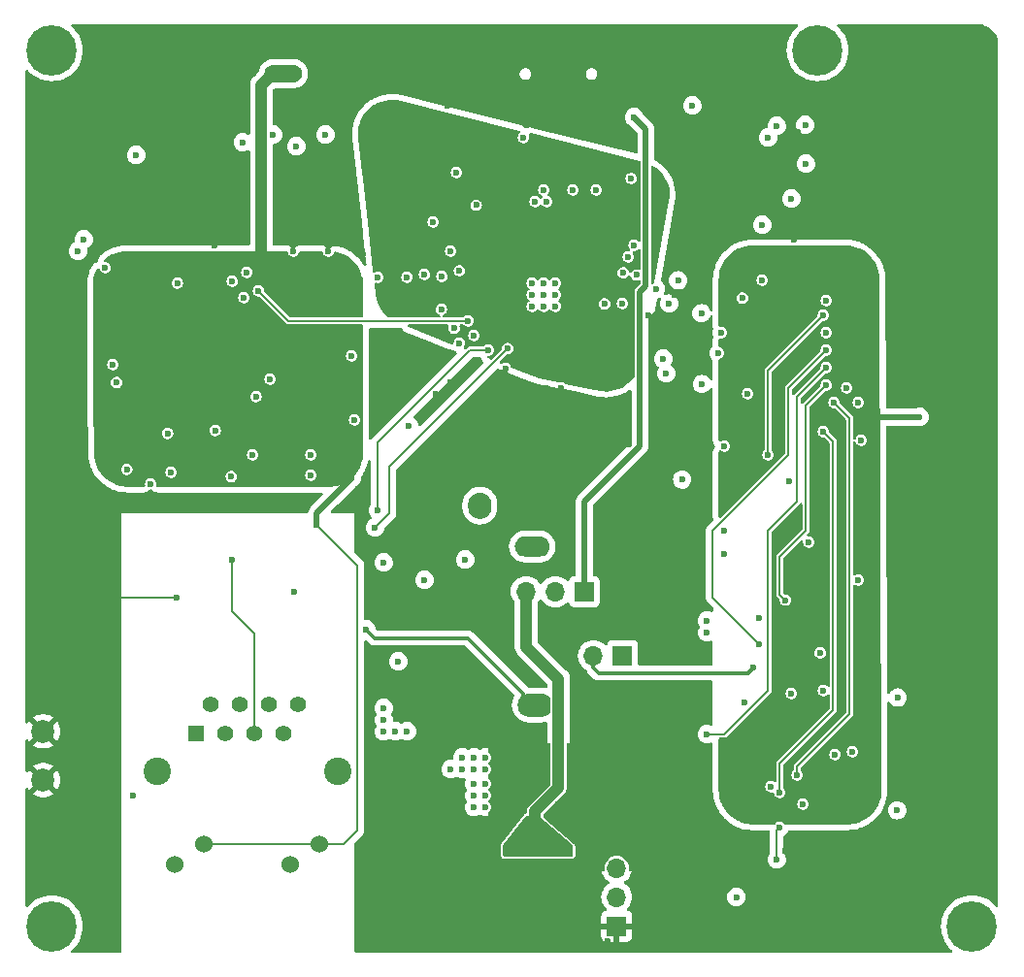
<source format=gbr>
%TF.GenerationSoftware,KiCad,Pcbnew,8.0.0*%
%TF.CreationDate,2024-04-11T21:11:56+02:00*%
%TF.ProjectId,BalloonMotherboardV4,42616c6c-6f6f-46e4-9d6f-74686572626f,rev?*%
%TF.SameCoordinates,Original*%
%TF.FileFunction,Copper,L2,Inr*%
%TF.FilePolarity,Positive*%
%FSLAX46Y46*%
G04 Gerber Fmt 4.6, Leading zero omitted, Abs format (unit mm)*
G04 Created by KiCad (PCBNEW 8.0.0) date 2024-04-11 21:11:56*
%MOMM*%
%LPD*%
G01*
G04 APERTURE LIST*
%TA.AperFunction,ComponentPad*%
%ADD10R,1.400000X1.400000*%
%TD*%
%TA.AperFunction,ComponentPad*%
%ADD11C,1.400000*%
%TD*%
%TA.AperFunction,ComponentPad*%
%ADD12C,1.530000*%
%TD*%
%TA.AperFunction,ComponentPad*%
%ADD13C,2.400000*%
%TD*%
%TA.AperFunction,ComponentPad*%
%ADD14C,0.700000*%
%TD*%
%TA.AperFunction,ComponentPad*%
%ADD15C,4.400000*%
%TD*%
%TA.AperFunction,ComponentPad*%
%ADD16C,2.000000*%
%TD*%
%TA.AperFunction,ComponentPad*%
%ADD17R,1.700000X1.700000*%
%TD*%
%TA.AperFunction,ComponentPad*%
%ADD18O,1.700000X1.700000*%
%TD*%
%TA.AperFunction,ViaPad*%
%ADD19C,0.600000*%
%TD*%
%TA.AperFunction,Conductor*%
%ADD20C,0.500000*%
%TD*%
%TA.AperFunction,Conductor*%
%ADD21C,0.200000*%
%TD*%
%TA.AperFunction,Conductor*%
%ADD22C,0.300000*%
%TD*%
%TA.AperFunction,Conductor*%
%ADD23C,1.000000*%
%TD*%
G04 APERTURE END LIST*
D10*
%TO.N,/EthernetaSD/TXP*%
%TO.C,J1*%
X35707000Y-96674000D03*
D11*
%TO.N,/EthernetaSD/TCT*%
X36977000Y-94134000D03*
%TO.N,/EthernetaSD/TXN*%
X38247000Y-96674000D03*
%TO.N,/EthernetaSD/RXP*%
X39517000Y-94134000D03*
%TO.N,/EthernetaSD/RCT*%
X40787000Y-96674000D03*
%TO.N,/EthernetaSD/RXN*%
X42057000Y-94134000D03*
%TO.N,unconnected-(J1-NC-Pad7)*%
X43327000Y-96674000D03*
%TO.N,Net-(C61-Pad2)*%
X44597000Y-94134000D03*
D12*
%TO.N,Net-(J1-Pad9)*%
X33827000Y-108104000D03*
%TO.N,/3V3lan*%
X36367000Y-106404000D03*
%TO.N,Net-(J1-Pad11)*%
X43937000Y-108104000D03*
%TO.N,/3V3lan*%
X46477000Y-106404000D03*
D13*
%TO.N,Net-(C61-Pad2)*%
X32277000Y-99974000D03*
X48027000Y-99974000D03*
%TD*%
D14*
%TO.N,N/C*%
%TO.C,H0*%
X21464000Y-37084000D03*
X21947274Y-35917274D03*
X21947274Y-38250726D03*
X23114000Y-35434000D03*
D15*
X23114000Y-37084000D03*
D14*
X23114000Y-38734000D03*
X24280726Y-35917274D03*
X24280726Y-38250726D03*
X24764000Y-37084000D03*
%TD*%
%TO.N,N/C*%
%TO.C,H1*%
X88266000Y-37084000D03*
X88749274Y-35917274D03*
X88749274Y-38250726D03*
X89916000Y-35434000D03*
D15*
X89916000Y-37084000D03*
D14*
X89916000Y-38734000D03*
X91082726Y-35917274D03*
X91082726Y-38250726D03*
X91566000Y-37084000D03*
%TD*%
D16*
%TO.N,GND*%
%TO.C,TPGND0*%
X22352000Y-96520000D03*
%TD*%
D14*
%TO.N,N/C*%
%TO.C,H2*%
X101728000Y-113538000D03*
X102211274Y-112371274D03*
X102211274Y-114704726D03*
X103378000Y-111888000D03*
D15*
X103378000Y-113538000D03*
D14*
X103378000Y-115188000D03*
X104544726Y-112371274D03*
X104544726Y-114704726D03*
X105028000Y-113538000D03*
%TD*%
D16*
%TO.N,GND*%
%TO.C,TPGND1*%
X22352000Y-100760000D03*
%TD*%
D14*
%TO.N,N/C*%
%TO.C,H3*%
X21464000Y-113538000D03*
X21947274Y-112371274D03*
X21947274Y-114704726D03*
X23114000Y-111888000D03*
D15*
X23114000Y-113538000D03*
D14*
X23114000Y-115188000D03*
X24280726Y-112371274D03*
X24280726Y-114704726D03*
X24764000Y-113538000D03*
%TD*%
D17*
%TO.N,/Power/V_usb*%
%TO.C,JB_or_U0*%
X69581000Y-84328000D03*
D18*
%TO.N,/Power/VSys*%
X67041000Y-84328000D03*
%TO.N,/Power/VBuck*%
X64501000Y-84328000D03*
%TD*%
D17*
%TO.N,/Heater/Vs_Heat*%
%TO.C,JHEAT0*%
X72903000Y-89916000D03*
D18*
%TO.N,+28V*%
X70363000Y-89916000D03*
%TD*%
D17*
%TO.N,GND*%
%TO.C,BuckJmp0*%
X72390000Y-113523000D03*
D18*
%TO.N,+28V*%
X72390000Y-110983000D03*
%TO.N,/Power/VBuck*%
X72390000Y-108443000D03*
%TD*%
D19*
%TO.N,GND*%
X92456000Y-66548000D03*
X85090000Y-57150000D03*
X101346000Y-68072000D03*
X101600000Y-76962000D03*
X92202000Y-112014000D03*
X56388000Y-64008000D03*
X62230000Y-67310000D03*
X66040000Y-75438000D03*
X56388000Y-80772000D03*
%TO.N,/5V*%
X98806000Y-69088000D03*
%TO.N,+28V*%
X93472000Y-67818000D03*
%TO.N,/3V3lan*%
X44450000Y-39116000D03*
X43434000Y-39116000D03*
X42418000Y-39116000D03*
%TO.N,/3V3_rest*%
X88900000Y-46990000D03*
%TO.N,GND*%
X102108000Y-99314000D03*
X61468000Y-78994000D03*
X104648000Y-65024000D03*
X73660000Y-80010000D03*
X73406000Y-78486000D03*
X66040000Y-59436000D03*
X24892000Y-48006000D03*
X76962000Y-97790000D03*
X73660000Y-107188000D03*
X84836000Y-86614000D03*
X81788000Y-78994000D03*
X21844000Y-103124000D03*
X50800000Y-90932000D03*
X62484000Y-69088000D03*
X75184000Y-60198000D03*
X47244000Y-54610000D03*
X69088000Y-114808000D03*
X72390000Y-43434000D03*
X94488000Y-35814000D03*
X96774000Y-105410000D03*
X62230000Y-108966000D03*
X93726000Y-71120000D03*
X61728272Y-96347467D03*
X72390000Y-106934000D03*
X33020000Y-40132000D03*
X104648000Y-50038000D03*
X104648000Y-47752000D03*
X38777998Y-74289034D03*
X66040000Y-57404000D03*
X21844000Y-64516000D03*
X86614000Y-35814000D03*
X86614000Y-114808000D03*
X33528000Y-46736000D03*
X80264000Y-105156000D03*
X60198000Y-104140000D03*
X40914000Y-67310000D03*
X60198000Y-92964000D03*
X93472000Y-83312000D03*
X104648000Y-82296000D03*
X43942000Y-48352000D03*
X68580000Y-49276000D03*
X67564000Y-82296000D03*
X26416000Y-102108000D03*
X91440000Y-114808000D03*
X59436000Y-90424000D03*
X83312000Y-51308000D03*
X51517787Y-103558106D03*
X67056000Y-58420000D03*
X104648000Y-55118000D03*
X21844000Y-88900000D03*
X52197000Y-87249000D03*
X64516000Y-69342000D03*
X59182000Y-107188000D03*
X33202858Y-70520858D03*
X38862000Y-48768000D03*
X74168000Y-114808000D03*
X33528000Y-73914000D03*
X28194000Y-102870000D03*
X53086000Y-79756000D03*
X66040000Y-58420000D03*
X67310000Y-102870000D03*
X21844000Y-110490000D03*
X65024000Y-59436000D03*
X77216000Y-99060000D03*
X90424000Y-92964000D03*
X27432000Y-35814000D03*
X54356000Y-114808000D03*
X78994000Y-114808000D03*
X52324000Y-99568000D03*
X21844000Y-61976000D03*
X60198000Y-105156000D03*
X58420000Y-47752000D03*
X25400000Y-85090000D03*
X54610000Y-35814000D03*
X66294000Y-66548000D03*
X49530000Y-69342000D03*
X27777866Y-56066237D03*
X104648000Y-110744000D03*
X77216000Y-35814000D03*
X70866000Y-99314000D03*
X84074000Y-43942000D03*
X28765265Y-66083265D03*
X93980000Y-114808000D03*
X59182000Y-104140000D03*
X21844000Y-57150000D03*
X49276000Y-63754000D03*
X64262000Y-44704000D03*
X66294000Y-50292000D03*
X71628000Y-98044000D03*
X79756000Y-101600000D03*
X66548000Y-114808000D03*
X34798000Y-35814000D03*
X67310000Y-73914000D03*
X57404000Y-35814000D03*
X21844000Y-42164000D03*
X104648000Y-74676000D03*
X24866696Y-69160711D03*
X34036000Y-84836000D03*
X77470000Y-58420000D03*
X91440000Y-98552000D03*
X100584000Y-57658000D03*
X21844000Y-93726000D03*
X61214000Y-73406000D03*
X87630000Y-93218000D03*
X73486223Y-71503116D03*
X79756000Y-35814000D03*
X26670000Y-114808000D03*
X21844000Y-107950000D03*
X54610000Y-87376000D03*
X62992000Y-82042000D03*
X100584000Y-50038000D03*
X57150000Y-108712000D03*
X21844000Y-73914000D03*
X57658000Y-41910000D03*
X73660000Y-48281500D03*
X104648000Y-101092000D03*
X37338000Y-54102000D03*
X33020000Y-43942000D03*
X28448000Y-64516000D03*
X76454000Y-114808000D03*
X82296000Y-35814000D03*
X21844000Y-66548000D03*
X51816000Y-114808000D03*
X29646000Y-73660000D03*
X21844000Y-68834000D03*
X80772000Y-37338000D03*
X83820000Y-45720000D03*
X66040000Y-49276000D03*
X21844000Y-91186000D03*
X68072000Y-88392000D03*
X47244000Y-35814000D03*
X74676000Y-107188000D03*
X62675181Y-64862000D03*
X67818000Y-71882000D03*
X21844000Y-81280000D03*
X61722000Y-114808000D03*
X56642000Y-67056000D03*
X70612000Y-98044000D03*
X44196000Y-54610000D03*
X44704000Y-35814000D03*
X60198000Y-107188000D03*
X59182000Y-41656000D03*
X21844000Y-44704000D03*
X104648000Y-69850000D03*
X104648000Y-96266000D03*
X75692000Y-94488000D03*
X54610000Y-65278000D03*
X68072000Y-112268000D03*
X70358000Y-92202000D03*
X104648000Y-67310000D03*
X104648000Y-57658000D03*
X37338000Y-39624000D03*
X25836000Y-73914000D03*
X58166000Y-86868000D03*
X67310000Y-35814000D03*
X75600000Y-68072000D03*
X63246000Y-102870000D03*
X98806000Y-114808000D03*
X97176538Y-35798715D03*
X21844000Y-86360000D03*
X50292000Y-54864000D03*
X56642000Y-114808000D03*
X74676000Y-35814000D03*
X21844000Y-54610000D03*
X27686000Y-52070000D03*
X57090500Y-59690000D03*
X60706000Y-41402000D03*
X21844000Y-49530000D03*
X60198000Y-67310000D03*
X29972000Y-35814000D03*
X104648000Y-60198000D03*
X60198000Y-106172000D03*
X87122000Y-106934000D03*
X104648000Y-77216000D03*
X60125854Y-50607349D03*
X34056000Y-57404000D03*
X57912000Y-54610000D03*
X21844000Y-52070000D03*
X79756000Y-79502000D03*
X47244000Y-38862000D03*
X21844000Y-47244000D03*
X64262000Y-114808000D03*
X65024000Y-57404000D03*
X39878000Y-35814000D03*
X42418000Y-35814000D03*
X37358000Y-70266000D03*
X69596000Y-98044000D03*
X26670000Y-92964000D03*
X104648000Y-87122000D03*
X67564000Y-66548000D03*
X67056000Y-59436000D03*
X56896000Y-113030000D03*
X40640000Y-72390000D03*
X71628000Y-114808000D03*
X65278000Y-50292000D03*
X104648000Y-40132000D03*
X104648000Y-37846000D03*
X64770000Y-35814000D03*
X31750000Y-74930000D03*
X70612000Y-49276000D03*
X59182000Y-105156000D03*
X104648000Y-108458000D03*
X35560000Y-41402000D03*
X77470000Y-106172000D03*
X21844000Y-105664000D03*
X59182000Y-106172000D03*
X104648000Y-45212000D03*
X21844000Y-59690000D03*
X63754000Y-97282000D03*
X60352196Y-69238768D03*
X21844000Y-83820000D03*
X104648000Y-52578000D03*
X33274000Y-52400000D03*
X73914000Y-54102000D03*
X84582000Y-46228000D03*
X73406000Y-55118000D03*
X25654000Y-81026000D03*
X57912000Y-66040000D03*
X21844000Y-78740000D03*
X74168000Y-84582000D03*
X43180000Y-51308000D03*
X70358000Y-86106000D03*
X69850000Y-35814000D03*
X104648000Y-79756000D03*
X104648000Y-84582000D03*
X68834000Y-72390000D03*
X81788000Y-71628000D03*
X56388000Y-52070000D03*
X83566000Y-93980000D03*
X24980870Y-50827521D03*
X89154000Y-80010000D03*
X83820000Y-67056000D03*
X59182000Y-114808000D03*
X62440735Y-80474735D03*
X61976000Y-111506000D03*
X87884000Y-53594000D03*
X52324000Y-35814000D03*
X21844000Y-71374000D03*
X83355265Y-58717265D03*
X59944000Y-35814000D03*
X54356000Y-78740000D03*
X70358000Y-112268000D03*
X96520000Y-114808000D03*
X65024000Y-58420000D03*
X101667655Y-108124874D03*
X53594000Y-82042000D03*
X92964000Y-98298000D03*
X88179000Y-44237000D03*
X104648000Y-98552000D03*
X67056000Y-57404000D03*
X28194000Y-84836000D03*
X79756000Y-108204000D03*
X84074000Y-114808000D03*
X104648000Y-42672000D03*
X81534000Y-114808000D03*
X56896000Y-110490000D03*
X21844000Y-76454000D03*
X88900000Y-114808000D03*
X59168770Y-75438000D03*
X104648000Y-72136000D03*
%TO.N,/Power/VSys*%
X51562000Y-56896000D03*
%TO.N,+28V*%
X58928000Y-98806000D03*
X59944000Y-101092000D03*
X53086000Y-96520000D03*
X52070000Y-96520000D03*
X59944000Y-99822000D03*
X59182000Y-81534000D03*
X58928000Y-99822000D03*
X60960000Y-103124000D03*
X57912000Y-99822000D03*
X59944000Y-102108000D03*
X82819000Y-110983000D03*
X60960000Y-99822000D03*
X60960000Y-98806000D03*
X60960000Y-102108000D03*
X59944000Y-103124000D03*
X60960000Y-101092000D03*
X84328000Y-90944000D03*
X54102000Y-96520000D03*
X52070000Y-95504000D03*
X59944000Y-98806000D03*
X52070000Y-94488000D03*
%TO.N,/Heater/Vs_Heat*%
X80264000Y-86868000D03*
X80264000Y-87884000D03*
%TO.N,/Power/VBuck*%
X64008000Y-106934000D03*
X67056000Y-106934000D03*
X68072000Y-106934000D03*
X62992000Y-106934000D03*
X65024000Y-106934000D03*
X66040000Y-106934000D03*
%TO.N,/Power/V_usb*%
X73914000Y-42926000D03*
%TO.N,/EthernetaSD/RCT*%
X38862000Y-81534000D03*
%TO.N,/EthernetaSD/TCT*%
X44216000Y-84328000D03*
%TO.N,/Power/ADC_curr*%
X74108712Y-56706756D03*
X53340000Y-90424000D03*
%TO.N,/Heater/H0*%
X76708000Y-65278000D03*
%TO.N,/Power/ADC_volt*%
X72967149Y-56497568D03*
X55626000Y-83312000D03*
%TO.N,/Prozessor/A0*%
X85090000Y-52324000D03*
X76970265Y-59190265D03*
%TO.N,/Prozessor/A1*%
X75819000Y-57912000D03*
X85598000Y-44704000D03*
%TO.N,/Prozessor/A2*%
X77740000Y-57170263D03*
X86360000Y-43688000D03*
%TO.N,/Heater/H2*%
X81280000Y-63500000D03*
%TO.N,/Heater/H3*%
X81534000Y-61722000D03*
%TO.N,/Heater/H1*%
X76454000Y-64008000D03*
%TO.N,/Prozessor/scl0*%
X62873892Y-63112578D03*
X45720000Y-74168000D03*
X51308000Y-78740000D03*
%TO.N,/Prozessor/sda0*%
X61214000Y-63246000D03*
X45720000Y-72390000D03*
X51562000Y-77216000D03*
%TO.N,/Power/3V3_uC*%
X51308000Y-42418000D03*
X56896000Y-44196000D03*
X76200000Y-48352000D03*
X70612000Y-55620000D03*
X52070000Y-47244000D03*
X59914250Y-59660250D03*
X52832000Y-57658000D03*
X62484000Y-44704000D03*
X64008000Y-47752000D03*
X72898000Y-66040000D03*
X52578000Y-48260000D03*
X71882000Y-60198000D03*
X52578000Y-49276000D03*
X53340000Y-46990000D03*
X72136000Y-51816000D03*
X62484000Y-46228000D03*
X65668771Y-64809259D03*
X61468000Y-55372000D03*
X66440000Y-53086000D03*
%TO.N,/3V3_rest*%
X96849250Y-103414002D03*
X54272000Y-69870000D03*
X79834919Y-66222419D03*
X30480000Y-46228000D03*
X59944000Y-76708000D03*
X87630000Y-50038000D03*
X96896347Y-93575000D03*
X64516000Y-80772000D03*
X85852000Y-101346000D03*
X65024000Y-80010000D03*
X78105000Y-74549000D03*
X60960000Y-76200000D03*
X52070000Y-81788000D03*
X87462530Y-74676000D03*
X42164000Y-65786000D03*
X79775920Y-60042435D03*
X88646000Y-102870000D03*
X88829000Y-43595500D03*
X60452000Y-77470000D03*
X65786000Y-80772000D03*
X78994000Y-41910000D03*
%TO.N,/5V*%
X64262000Y-93726000D03*
X66294000Y-94742000D03*
X84582000Y-55118000D03*
X64262000Y-94742000D03*
X82605750Y-60142250D03*
X85344000Y-99060000D03*
X84328000Y-99314000D03*
X84328000Y-98298000D03*
X65278000Y-94742000D03*
X82296000Y-102870000D03*
X50546000Y-87630000D03*
%TO.N,/EthernetaSD/sck_lan*%
X38862000Y-57242000D03*
X59944000Y-61976000D03*
%TO.N,/EthernetaSD/mosi_lan*%
X58674000Y-62642587D03*
X39878000Y-58674000D03*
%TO.N,/EthernetaSD/miso_lan*%
X41148000Y-58074000D03*
X59435093Y-60705093D03*
%TO.N,/EthernetaSD/cs_lan*%
X40132000Y-56471736D03*
X58201000Y-61341000D03*
%TO.N,/EthernetaSD/cs_sd*%
X58674000Y-56330313D03*
X46990000Y-44450000D03*
%TO.N,/EthernetaSD/sck_sd*%
X57150000Y-56820000D03*
X42418000Y-44450000D03*
%TO.N,/EthernetaSD/mosi_sd*%
X44450000Y-45466000D03*
X55626000Y-56642000D03*
%TO.N,/EthernetaSD/miso_sd*%
X54102000Y-56896000D03*
X39780000Y-45114000D03*
%TO.N,/3V3lan*%
X41148000Y-62322000D03*
X48768000Y-68169251D03*
X43230000Y-64292000D03*
X39878000Y-74168000D03*
X30734000Y-56896000D03*
X49276000Y-74422000D03*
X28956000Y-63012000D03*
X46228000Y-78486000D03*
X28890844Y-71903373D03*
X49276000Y-73152000D03*
X38374000Y-70866000D03*
X45994000Y-69596000D03*
X49276000Y-71628000D03*
X49276000Y-70358000D03*
X28702000Y-67564000D03*
X34310000Y-70358000D03*
X29718000Y-55880000D03*
%TO.N,Net-(J1-Pad11)*%
X25400000Y-54610000D03*
%TO.N,Net-(J1-Pad9)*%
X30226000Y-102108000D03*
X25908000Y-53594000D03*
%TO.N,Net-(JP1-C)*%
X72898000Y-59182000D03*
%TO.N,Net-(JP2-C)*%
X71326196Y-59220000D03*
%TO.N,Net-(H11-OUT)*%
X90156000Y-89676000D03*
%TO.N,Net-(H4-IN)*%
X91348000Y-67818000D03*
X88138000Y-100330000D03*
%TO.N,Net-(H5-IN)*%
X86614000Y-104900000D03*
X90424000Y-70358000D03*
X86360000Y-107696000D03*
X86614000Y-101854000D03*
%TO.N,Net-(H6-IN)*%
X90678000Y-58928000D03*
%TO.N,Net-(H7-IN)*%
X85598000Y-72390000D03*
X90424000Y-60198000D03*
%TO.N,Net-(H8-IN)*%
X81788000Y-81026000D03*
X90678000Y-61722000D03*
%TO.N,Net-(H9-IN)*%
X90678000Y-63246000D03*
X84836000Y-88900000D03*
%TO.N,Net-(H10-IN)*%
X90678000Y-64770000D03*
X80264000Y-96774000D03*
%TO.N,Net-(H11-IN)*%
X87122000Y-85076000D03*
X90678000Y-66294000D03*
%TD*%
D20*
%TO.N,/5V*%
X98806000Y-69088000D02*
X94996000Y-69088000D01*
D21*
%TO.N,/Prozessor/scl0*%
X52578000Y-73408470D02*
X62873892Y-63112578D01*
X51308000Y-78740000D02*
X52578000Y-77470000D01*
X52578000Y-77470000D02*
X52578000Y-73408470D01*
%TO.N,/Prozessor/sda0*%
X59603471Y-63246000D02*
X61214000Y-63246000D01*
X51562000Y-71287471D02*
X59603471Y-63246000D01*
X51562000Y-77216000D02*
X51562000Y-71287471D01*
%TO.N,/EthernetaSD/miso_lan*%
X43779093Y-60705093D02*
X59435093Y-60705093D01*
X41148000Y-58074000D02*
X43779093Y-60705093D01*
D22*
%TO.N,+28V*%
X70866000Y-91440000D02*
X70363000Y-90937000D01*
X83832000Y-91440000D02*
X70866000Y-91440000D01*
X84328000Y-90944000D02*
X83832000Y-91440000D01*
X70363000Y-90937000D02*
X70363000Y-89916000D01*
D23*
%TO.N,/3V3lan*%
X41402000Y-40132000D02*
X41402000Y-56134000D01*
X42418000Y-39116000D02*
X41402000Y-40132000D01*
D21*
%TO.N,Net-(H5-IN)*%
X86360000Y-105154000D02*
X86614000Y-104900000D01*
X86360000Y-107696000D02*
X86360000Y-105154000D01*
%TO.N,Net-(H11-IN)*%
X88900000Y-68072000D02*
X90678000Y-66294000D01*
X86614000Y-84568000D02*
X86614000Y-81280000D01*
X87122000Y-85076000D02*
X86614000Y-84568000D01*
X86614000Y-81280000D02*
X88900000Y-78994000D01*
X88900000Y-78994000D02*
X88900000Y-68072000D01*
%TO.N,GND*%
X34036000Y-84836000D02*
X28194000Y-84836000D01*
D23*
%TO.N,/Power/VBuck*%
X67310000Y-91948000D02*
X67310000Y-101455786D01*
X64501000Y-84328000D02*
X64501000Y-89139000D01*
X67310000Y-101455786D02*
X65278000Y-103487786D01*
X65278000Y-103487786D02*
X65278000Y-106172000D01*
X64501000Y-89139000D02*
X67310000Y-91948000D01*
D20*
%TO.N,/Power/V_usb*%
X74422000Y-71628000D02*
X69581000Y-76469000D01*
X73914000Y-42926000D02*
X74930000Y-43942000D01*
X74422000Y-58166000D02*
X74422000Y-71628000D01*
X74930000Y-43942000D02*
X74930000Y-57658000D01*
X69581000Y-76469000D02*
X69581000Y-84328000D01*
X74930000Y-57658000D02*
X74422000Y-58166000D01*
D21*
%TO.N,/EthernetaSD/RCT*%
X38862000Y-81534000D02*
X38862000Y-86064500D01*
X40787000Y-87989500D02*
X40787000Y-96674000D01*
X38862000Y-86064500D02*
X40787000Y-87989500D01*
%TO.N,/Power/ADC_volt*%
X72967149Y-56497568D02*
X72967149Y-56630087D01*
D22*
%TO.N,/5V*%
X51308000Y-88392000D02*
X59436000Y-88392000D01*
X50546000Y-87630000D02*
X51308000Y-88392000D01*
X64262000Y-93218000D02*
X64262000Y-93726000D01*
X59436000Y-88392000D02*
X64262000Y-93218000D01*
D21*
%TO.N,/3V3lan*%
X48536000Y-106404000D02*
X49784000Y-105156000D01*
D20*
X46228000Y-77470000D02*
X46228000Y-78486000D01*
D21*
X49784000Y-105156000D02*
X49784000Y-82042000D01*
X48536000Y-106404000D02*
X46477000Y-106404000D01*
X36367000Y-106404000D02*
X46477000Y-106404000D01*
X49784000Y-82042000D02*
X46228000Y-78486000D01*
D20*
X49276000Y-74422000D02*
X46228000Y-77470000D01*
D21*
%TO.N,Net-(J1-Pad9)*%
X30226000Y-102108000D02*
X30246000Y-102128000D01*
X30246000Y-102088000D02*
X30226000Y-102108000D01*
%TO.N,Net-(H4-IN)*%
X91348000Y-67818000D02*
X92710000Y-69180000D01*
X92710000Y-69180000D02*
X92710000Y-94996000D01*
X88138000Y-99568000D02*
X88138000Y-100330000D01*
X92710000Y-94996000D02*
X88138000Y-99568000D01*
%TO.N,Net-(H5-IN)*%
X86614000Y-99314000D02*
X91278000Y-94650000D01*
X91278000Y-94650000D02*
X91278000Y-71212000D01*
X91278000Y-71212000D02*
X90424000Y-70358000D01*
X86614000Y-101854000D02*
X86614000Y-99314000D01*
%TO.N,Net-(H7-IN)*%
X90424000Y-60198000D02*
X85598000Y-65024000D01*
X85598000Y-65024000D02*
X85598000Y-72390000D01*
%TO.N,Net-(H9-IN)*%
X87376000Y-72390000D02*
X80772000Y-78994000D01*
X80772000Y-78994000D02*
X80772000Y-84836000D01*
X90678000Y-63246000D02*
X87376000Y-66548000D01*
X80772000Y-84836000D02*
X84836000Y-88900000D01*
X87376000Y-66548000D02*
X87376000Y-72390000D01*
%TO.N,Net-(H10-IN)*%
X81788000Y-96774000D02*
X80264000Y-96774000D01*
X88138000Y-76454000D02*
X85598000Y-78994000D01*
X90678000Y-64770000D02*
X88138000Y-67310000D01*
X88138000Y-67310000D02*
X88138000Y-76454000D01*
X85598000Y-92964000D02*
X81788000Y-96774000D01*
X85598000Y-78994000D02*
X85598000Y-92964000D01*
%TD*%
%TA.AperFunction,Conductor*%
%TO.N,GND*%
G36*
X66609500Y-101114266D02*
G01*
X66589815Y-101181305D01*
X66573181Y-101201947D01*
X64733888Y-103041239D01*
X64733887Y-103041240D01*
X64657223Y-103155978D01*
X64604421Y-103283454D01*
X64604418Y-103283466D01*
X64594647Y-103332588D01*
X64594647Y-103332589D01*
X64577500Y-103418790D01*
X64577500Y-103550828D01*
X64557815Y-103617867D01*
X64505011Y-103663622D01*
X64487537Y-103670065D01*
X64485699Y-103670589D01*
X64401233Y-103705656D01*
X64344284Y-103746131D01*
X64301911Y-103786462D01*
X64301911Y-103786463D01*
X62349156Y-106265089D01*
X62343255Y-106272962D01*
X62336335Y-106282672D01*
X62336330Y-106282681D01*
X62306516Y-106344026D01*
X62306507Y-106344050D01*
X62286827Y-106411068D01*
X62278500Y-106468981D01*
X62278500Y-107318007D01*
X62283197Y-107361686D01*
X62294397Y-107413174D01*
X62296890Y-107423372D01*
X62296891Y-107423375D01*
X62339899Y-107504083D01*
X62339901Y-107504086D01*
X62385660Y-107556895D01*
X62403242Y-107574839D01*
X62403246Y-107574843D01*
X62403247Y-107574844D01*
X62403249Y-107574845D01*
X62483059Y-107619488D01*
X62483063Y-107619490D01*
X62550102Y-107639175D01*
X62608000Y-107647500D01*
X62608004Y-107647500D01*
X68455991Y-107647500D01*
X68456000Y-107647500D01*
X68499684Y-107642803D01*
X68528875Y-107636452D01*
X68551174Y-107631602D01*
X68551190Y-107631598D01*
X68551195Y-107631597D01*
X68561373Y-107629110D01*
X68642085Y-107586100D01*
X68694889Y-107540345D01*
X68712843Y-107522754D01*
X68757490Y-107442937D01*
X68777175Y-107375898D01*
X68785500Y-107318000D01*
X68785500Y-106571773D01*
X68783375Y-106542294D01*
X68778272Y-106507088D01*
X68778271Y-106507084D01*
X68747523Y-106425076D01*
X68747521Y-106425074D01*
X68747521Y-106425072D01*
X68709614Y-106366382D01*
X68709608Y-106366375D01*
X68671215Y-106322268D01*
X68671214Y-106322267D01*
X66021511Y-104036833D01*
X65983603Y-103978141D01*
X65978500Y-103942935D01*
X65978500Y-103829305D01*
X65998185Y-103762266D01*
X66014819Y-103741624D01*
X67854112Y-101902331D01*
X67854114Y-101902329D01*
X67930775Y-101787597D01*
X67983580Y-101660114D01*
X67994046Y-101607500D01*
X68010500Y-101524782D01*
X68010500Y-97536000D01*
X78478950Y-97536000D01*
X78485550Y-108712000D01*
X73406169Y-108712000D01*
X73425300Y-108648934D01*
X73445583Y-108443000D01*
X73425300Y-108237066D01*
X73365232Y-108039046D01*
X73267685Y-107856550D01*
X73215702Y-107793209D01*
X73136410Y-107696589D01*
X72976452Y-107565317D01*
X72976453Y-107565317D01*
X72976450Y-107565315D01*
X72793954Y-107467768D01*
X72595934Y-107407700D01*
X72595932Y-107407699D01*
X72595934Y-107407699D01*
X72390000Y-107387417D01*
X72184067Y-107407699D01*
X71986043Y-107467769D01*
X71918106Y-107504083D01*
X71803550Y-107565315D01*
X71803548Y-107565316D01*
X71803547Y-107565317D01*
X71643589Y-107696589D01*
X71512317Y-107856547D01*
X71414769Y-108039043D01*
X71354699Y-108237067D01*
X71334417Y-108443000D01*
X71354699Y-108648932D01*
X71373830Y-108712000D01*
X61214000Y-108712000D01*
X61214000Y-103555710D01*
X61291128Y-103506143D01*
X61385377Y-103397373D01*
X61445165Y-103266457D01*
X61465647Y-103124000D01*
X61445165Y-102981543D01*
X61385377Y-102850627D01*
X61291128Y-102741857D01*
X61257608Y-102720315D01*
X61214000Y-102669988D01*
X61214000Y-102571879D01*
X61230935Y-102534798D01*
X61257609Y-102511684D01*
X61291128Y-102490143D01*
X61385377Y-102381373D01*
X61445165Y-102250457D01*
X61465647Y-102108000D01*
X61445165Y-101965543D01*
X61385377Y-101834627D01*
X61291128Y-101725857D01*
X61257608Y-101704315D01*
X61214000Y-101653988D01*
X61214000Y-101555879D01*
X61230935Y-101518798D01*
X61257609Y-101495684D01*
X61291128Y-101474143D01*
X61385377Y-101365373D01*
X61445165Y-101234457D01*
X61465647Y-101092000D01*
X61445165Y-100949543D01*
X61385377Y-100818627D01*
X61291128Y-100709857D01*
X61273418Y-100698475D01*
X61214000Y-100660289D01*
X61214000Y-100253710D01*
X61291128Y-100204143D01*
X61385377Y-100095373D01*
X61445165Y-99964457D01*
X61465647Y-99822000D01*
X61445165Y-99679543D01*
X61385377Y-99548627D01*
X61291128Y-99439857D01*
X61257608Y-99418315D01*
X61214000Y-99367988D01*
X61214000Y-99269879D01*
X61230935Y-99232798D01*
X61257609Y-99209684D01*
X61291128Y-99188143D01*
X61385377Y-99079373D01*
X61445165Y-98948457D01*
X61465647Y-98806000D01*
X61445165Y-98663543D01*
X61385377Y-98532627D01*
X61291128Y-98423857D01*
X61273418Y-98412475D01*
X61214000Y-98374289D01*
X61214000Y-97536000D01*
X66609500Y-97536000D01*
X66609500Y-101114266D01*
G37*
%TD.AperFunction*%
%TD*%
%TA.AperFunction,Conductor*%
%TO.N,GND*%
G36*
X88172318Y-34810185D02*
G01*
X88218073Y-34862989D01*
X88228017Y-34932147D01*
X88198992Y-34995703D01*
X88181752Y-35012111D01*
X88121960Y-35058954D01*
X87890954Y-35289960D01*
X87689473Y-35547131D01*
X87573553Y-35738887D01*
X87520455Y-35826721D01*
X87423575Y-36041981D01*
X87386372Y-36124642D01*
X87386366Y-36124657D01*
X87289178Y-36436547D01*
X87230289Y-36757900D01*
X87210564Y-37084000D01*
X87230289Y-37410099D01*
X87289178Y-37731452D01*
X87386366Y-38043342D01*
X87386370Y-38043354D01*
X87386373Y-38043361D01*
X87520455Y-38341279D01*
X87619208Y-38504636D01*
X87689473Y-38620868D01*
X87890954Y-38878039D01*
X88121960Y-39109045D01*
X88379131Y-39310526D01*
X88379134Y-39310528D01*
X88379137Y-39310530D01*
X88658721Y-39479545D01*
X88956639Y-39613627D01*
X88956652Y-39613631D01*
X88956657Y-39613633D01*
X89162469Y-39677766D01*
X89268547Y-39710821D01*
X89589896Y-39769710D01*
X89916000Y-39789436D01*
X90242104Y-39769710D01*
X90563453Y-39710821D01*
X90875361Y-39613627D01*
X91173279Y-39479545D01*
X91452863Y-39310530D01*
X91710036Y-39109048D01*
X91941048Y-38878036D01*
X92142530Y-38620863D01*
X92311545Y-38341279D01*
X92445627Y-38043361D01*
X92456375Y-38008871D01*
X92490116Y-37900590D01*
X92542821Y-37731453D01*
X92601710Y-37410104D01*
X92621436Y-37084000D01*
X92601710Y-36757896D01*
X92542821Y-36436547D01*
X92537513Y-36419513D01*
X92445633Y-36124657D01*
X92445631Y-36124652D01*
X92445627Y-36124639D01*
X92311545Y-35826721D01*
X92142530Y-35547137D01*
X92142528Y-35547134D01*
X92142526Y-35547131D01*
X91941045Y-35289960D01*
X91710039Y-35058954D01*
X91650248Y-35012111D01*
X91609615Y-34955271D01*
X91606163Y-34885487D01*
X91640987Y-34824914D01*
X91703031Y-34792784D01*
X91726721Y-34790500D01*
X103820108Y-34790500D01*
X103881572Y-34790500D01*
X103890418Y-34790816D01*
X104131263Y-34808041D01*
X104148764Y-34810558D01*
X104380370Y-34860940D01*
X104397335Y-34865921D01*
X104619420Y-34948754D01*
X104635503Y-34956099D01*
X104644461Y-34960991D01*
X104843531Y-35069692D01*
X104858414Y-35079257D01*
X105048154Y-35221294D01*
X105061525Y-35232880D01*
X105229119Y-35400474D01*
X105240705Y-35413845D01*
X105382742Y-35603585D01*
X105392307Y-35618468D01*
X105505897Y-35826491D01*
X105513247Y-35842585D01*
X105596076Y-36064659D01*
X105601060Y-36081634D01*
X105651440Y-36313229D01*
X105653958Y-36330741D01*
X105671184Y-36571581D01*
X105671500Y-36580427D01*
X105671500Y-111727279D01*
X105651815Y-111794318D01*
X105599011Y-111840073D01*
X105529853Y-111850017D01*
X105466297Y-111820992D01*
X105449889Y-111803752D01*
X105403045Y-111743960D01*
X105172039Y-111512954D01*
X104914868Y-111311473D01*
X104760928Y-111218413D01*
X104635279Y-111142455D01*
X104337361Y-111008373D01*
X104337354Y-111008370D01*
X104337342Y-111008366D01*
X104025452Y-110911178D01*
X103704099Y-110852289D01*
X103378000Y-110832564D01*
X103051900Y-110852289D01*
X102730547Y-110911178D01*
X102418657Y-111008366D01*
X102418641Y-111008372D01*
X102418639Y-111008373D01*
X102228933Y-111093752D01*
X102120725Y-111142453D01*
X102120723Y-111142454D01*
X101841131Y-111311473D01*
X101583960Y-111512954D01*
X101352954Y-111743960D01*
X101151473Y-112001131D01*
X101084500Y-112111918D01*
X100982455Y-112280721D01*
X100854230Y-112565627D01*
X100848372Y-112578642D01*
X100848366Y-112578657D01*
X100751178Y-112890547D01*
X100692289Y-113211900D01*
X100672564Y-113538000D01*
X100692289Y-113864099D01*
X100751178Y-114185452D01*
X100848366Y-114497342D01*
X100848370Y-114497354D01*
X100848373Y-114497361D01*
X100982455Y-114795279D01*
X101035553Y-114883113D01*
X101151473Y-115074868D01*
X101352954Y-115332039D01*
X101583960Y-115563045D01*
X101643752Y-115609889D01*
X101684385Y-115666729D01*
X101687837Y-115736513D01*
X101653013Y-115797086D01*
X101590969Y-115829216D01*
X101567279Y-115831500D01*
X49654000Y-115831500D01*
X49586961Y-115811815D01*
X49541206Y-115759011D01*
X49530000Y-115707500D01*
X49530000Y-106310597D01*
X49549685Y-106243558D01*
X49566319Y-106222916D01*
X49709825Y-106079410D01*
X50264520Y-105524716D01*
X50343577Y-105387784D01*
X50384501Y-105235057D01*
X50384501Y-105076942D01*
X50384501Y-105069347D01*
X50384500Y-105069329D01*
X50384500Y-96520003D01*
X51264435Y-96520003D01*
X51284630Y-96699249D01*
X51284631Y-96699254D01*
X51344211Y-96869523D01*
X51396820Y-96953249D01*
X51440184Y-97022262D01*
X51567738Y-97149816D01*
X51597733Y-97168663D01*
X51713096Y-97241151D01*
X51720478Y-97245789D01*
X51807565Y-97276262D01*
X51890745Y-97305368D01*
X51890750Y-97305369D01*
X52069996Y-97325565D01*
X52070000Y-97325565D01*
X52070004Y-97325565D01*
X52249249Y-97305369D01*
X52249252Y-97305368D01*
X52249255Y-97305368D01*
X52419522Y-97245789D01*
X52426904Y-97241151D01*
X52512027Y-97187664D01*
X52579264Y-97168663D01*
X52643973Y-97187664D01*
X52736475Y-97245788D01*
X52906745Y-97305368D01*
X52906750Y-97305369D01*
X53085996Y-97325565D01*
X53086000Y-97325565D01*
X53086004Y-97325565D01*
X53265249Y-97305369D01*
X53265252Y-97305368D01*
X53265255Y-97305368D01*
X53435522Y-97245789D01*
X53442904Y-97241151D01*
X53528027Y-97187664D01*
X53595264Y-97168663D01*
X53659973Y-97187664D01*
X53752475Y-97245788D01*
X53922745Y-97305368D01*
X53922750Y-97305369D01*
X54101996Y-97325565D01*
X54102000Y-97325565D01*
X54102004Y-97325565D01*
X54281249Y-97305369D01*
X54281252Y-97305368D01*
X54281255Y-97305368D01*
X54451522Y-97245789D01*
X54604262Y-97149816D01*
X54731816Y-97022262D01*
X54827789Y-96869522D01*
X54887368Y-96699255D01*
X54899143Y-96594750D01*
X54907565Y-96520003D01*
X54907565Y-96519996D01*
X54887369Y-96340750D01*
X54887368Y-96340745D01*
X54882561Y-96327007D01*
X54827789Y-96170478D01*
X54811267Y-96144184D01*
X54788582Y-96108080D01*
X54731816Y-96017738D01*
X54604262Y-95890184D01*
X54574266Y-95871336D01*
X54451523Y-95794211D01*
X54281254Y-95734631D01*
X54281249Y-95734630D01*
X54102004Y-95714435D01*
X54101996Y-95714435D01*
X53922750Y-95734630D01*
X53922745Y-95734631D01*
X53752476Y-95794211D01*
X53659972Y-95852336D01*
X53592735Y-95871336D01*
X53528028Y-95852336D01*
X53435523Y-95794211D01*
X53265254Y-95734631D01*
X53265249Y-95734630D01*
X53086004Y-95714435D01*
X53085994Y-95714435D01*
X53003356Y-95723745D01*
X52934534Y-95711690D01*
X52883155Y-95664340D01*
X52865532Y-95596730D01*
X52866254Y-95586642D01*
X52875565Y-95504003D01*
X52875565Y-95503996D01*
X52855369Y-95324750D01*
X52855368Y-95324745D01*
X52795788Y-95154475D01*
X52737664Y-95061973D01*
X52718663Y-94994736D01*
X52737664Y-94930027D01*
X52795788Y-94837524D01*
X52796006Y-94836902D01*
X52855368Y-94667255D01*
X52862551Y-94603504D01*
X52875565Y-94488003D01*
X52875565Y-94487996D01*
X52855369Y-94308750D01*
X52855368Y-94308745D01*
X52845611Y-94280861D01*
X52795789Y-94138478D01*
X52699816Y-93985738D01*
X52572262Y-93858184D01*
X52419523Y-93762211D01*
X52249254Y-93702631D01*
X52249249Y-93702630D01*
X52070004Y-93682435D01*
X52069996Y-93682435D01*
X51890750Y-93702630D01*
X51890745Y-93702631D01*
X51720476Y-93762211D01*
X51567737Y-93858184D01*
X51440184Y-93985737D01*
X51344211Y-94138476D01*
X51284631Y-94308745D01*
X51284630Y-94308750D01*
X51264435Y-94487996D01*
X51264435Y-94488003D01*
X51284630Y-94667249D01*
X51284631Y-94667254D01*
X51344211Y-94837523D01*
X51402336Y-94930028D01*
X51421336Y-94997265D01*
X51402336Y-95061972D01*
X51344211Y-95154476D01*
X51284631Y-95324745D01*
X51284630Y-95324750D01*
X51264435Y-95503996D01*
X51264435Y-95504003D01*
X51284630Y-95683249D01*
X51284631Y-95683254D01*
X51344211Y-95853523D01*
X51402336Y-95946028D01*
X51421336Y-96013265D01*
X51402336Y-96077972D01*
X51344211Y-96170476D01*
X51284631Y-96340745D01*
X51284630Y-96340750D01*
X51264435Y-96519996D01*
X51264435Y-96520003D01*
X50384500Y-96520003D01*
X50384500Y-90424003D01*
X52534435Y-90424003D01*
X52554630Y-90603249D01*
X52554631Y-90603254D01*
X52614211Y-90773523D01*
X52710184Y-90926262D01*
X52837738Y-91053816D01*
X52990478Y-91149789D01*
X53160745Y-91209368D01*
X53160750Y-91209369D01*
X53339996Y-91229565D01*
X53340000Y-91229565D01*
X53340004Y-91229565D01*
X53519249Y-91209369D01*
X53519252Y-91209368D01*
X53519255Y-91209368D01*
X53689522Y-91149789D01*
X53842262Y-91053816D01*
X53969816Y-90926262D01*
X54065789Y-90773522D01*
X54125368Y-90603255D01*
X54125369Y-90603249D01*
X54145565Y-90424003D01*
X54145565Y-90423996D01*
X54125369Y-90244750D01*
X54125368Y-90244745D01*
X54065788Y-90074476D01*
X53969815Y-89921737D01*
X53842262Y-89794184D01*
X53689523Y-89698211D01*
X53519254Y-89638631D01*
X53519249Y-89638630D01*
X53340004Y-89618435D01*
X53339996Y-89618435D01*
X53160750Y-89638630D01*
X53160745Y-89638631D01*
X52990476Y-89698211D01*
X52837737Y-89794184D01*
X52710184Y-89921737D01*
X52614211Y-90074476D01*
X52554631Y-90244745D01*
X52554630Y-90244750D01*
X52534435Y-90423996D01*
X52534435Y-90424003D01*
X50384500Y-90424003D01*
X50384500Y-88687808D01*
X50404185Y-88620769D01*
X50456989Y-88575014D01*
X50526147Y-88565070D01*
X50589703Y-88594095D01*
X50596181Y-88600127D01*
X50893325Y-88897272D01*
X50893332Y-88897278D01*
X50972554Y-88950212D01*
X50972555Y-88950212D01*
X50999873Y-88968465D01*
X51118256Y-89017501D01*
X51118260Y-89017501D01*
X51118261Y-89017502D01*
X51243928Y-89042500D01*
X51243931Y-89042500D01*
X51372069Y-89042500D01*
X59115192Y-89042500D01*
X59182231Y-89062185D01*
X59202873Y-89078819D01*
X63436585Y-93312531D01*
X63470070Y-93373854D01*
X63465086Y-93443546D01*
X63458263Y-93458664D01*
X63419514Y-93531159D01*
X63396080Y-93575003D01*
X63390064Y-93586258D01*
X63390061Y-93586263D01*
X63368863Y-93631079D01*
X63368853Y-93631103D01*
X63359573Y-93653504D01*
X63359558Y-93653541D01*
X63342842Y-93700259D01*
X63293021Y-93864502D01*
X63280970Y-93912613D01*
X63276228Y-93936447D01*
X63268954Y-93985490D01*
X63268949Y-93985534D01*
X63251530Y-94162398D01*
X63249706Y-94187125D01*
X63249109Y-94199284D01*
X63248500Y-94224108D01*
X63248500Y-94243890D01*
X63249109Y-94268714D01*
X63249707Y-94280876D01*
X63251530Y-94305598D01*
X63268950Y-94482474D01*
X63268952Y-94482494D01*
X63276227Y-94531541D01*
X63280964Y-94555358D01*
X63280969Y-94555380D01*
X63293022Y-94603504D01*
X63312360Y-94667255D01*
X63342841Y-94767736D01*
X63359558Y-94814455D01*
X63368861Y-94836913D01*
X63390067Y-94881747D01*
X63390070Y-94881752D01*
X63390078Y-94881769D01*
X63470957Y-95033083D01*
X63470962Y-95033091D01*
X63496454Y-95075623D01*
X63496461Y-95075634D01*
X63496462Y-95075635D01*
X63509967Y-95095847D01*
X63509973Y-95095855D01*
X63509975Y-95095858D01*
X63539514Y-95135688D01*
X63539526Y-95135704D01*
X63648394Y-95268359D01*
X63681703Y-95305109D01*
X63698889Y-95322295D01*
X63701598Y-95324750D01*
X63735647Y-95355611D01*
X63868303Y-95464479D01*
X63908152Y-95494032D01*
X63928364Y-95507537D01*
X63928369Y-95507540D01*
X63928375Y-95507544D01*
X63970907Y-95533036D01*
X63970915Y-95533041D01*
X64122229Y-95613920D01*
X64122233Y-95613922D01*
X64122252Y-95613932D01*
X64167086Y-95635138D01*
X64189544Y-95644441D01*
X64236263Y-95661158D01*
X64400486Y-95710974D01*
X64448611Y-95723028D01*
X64472452Y-95727770D01*
X64521516Y-95735048D01*
X64698390Y-95752469D01*
X64723139Y-95754294D01*
X64735293Y-95754891D01*
X64760093Y-95755500D01*
X64760110Y-95755500D01*
X65795890Y-95755500D01*
X65795907Y-95755500D01*
X65820707Y-95754891D01*
X65832861Y-95754294D01*
X65857610Y-95752469D01*
X66034483Y-95735048D01*
X66083547Y-95727770D01*
X66107388Y-95723028D01*
X66155372Y-95711009D01*
X66225184Y-95713815D01*
X66282398Y-95753919D01*
X66308847Y-95818589D01*
X66309500Y-95831293D01*
X66309500Y-97536000D01*
X61214000Y-97536000D01*
X61214000Y-98046785D01*
X61139254Y-98020631D01*
X61139249Y-98020630D01*
X60960004Y-98000435D01*
X60959996Y-98000435D01*
X60780750Y-98020630D01*
X60780745Y-98020631D01*
X60610476Y-98080211D01*
X60517972Y-98138336D01*
X60450735Y-98157336D01*
X60386028Y-98138336D01*
X60293523Y-98080211D01*
X60123254Y-98020631D01*
X60123249Y-98020630D01*
X59944004Y-98000435D01*
X59943996Y-98000435D01*
X59764750Y-98020630D01*
X59764745Y-98020631D01*
X59594476Y-98080211D01*
X59501972Y-98138336D01*
X59434735Y-98157336D01*
X59370028Y-98138336D01*
X59277523Y-98080211D01*
X59107254Y-98020631D01*
X59107249Y-98020630D01*
X58928004Y-98000435D01*
X58927996Y-98000435D01*
X58748750Y-98020630D01*
X58748745Y-98020631D01*
X58578476Y-98080211D01*
X58425737Y-98176184D01*
X58298184Y-98303737D01*
X58202211Y-98456476D01*
X58142631Y-98626745D01*
X58142630Y-98626750D01*
X58122435Y-98805996D01*
X58122435Y-98806005D01*
X58131745Y-98888643D01*
X58119690Y-98957465D01*
X58072340Y-99008843D01*
X58004730Y-99026467D01*
X57994643Y-99025745D01*
X57912005Y-99016435D01*
X57911996Y-99016435D01*
X57732750Y-99036630D01*
X57732745Y-99036631D01*
X57562476Y-99096211D01*
X57409737Y-99192184D01*
X57282184Y-99319737D01*
X57186211Y-99472476D01*
X57126631Y-99642745D01*
X57126630Y-99642750D01*
X57106435Y-99821996D01*
X57106435Y-99822003D01*
X57126630Y-100001249D01*
X57126631Y-100001254D01*
X57186211Y-100171523D01*
X57241805Y-100260000D01*
X57282184Y-100324262D01*
X57409738Y-100451816D01*
X57426239Y-100462184D01*
X57557531Y-100544681D01*
X57562478Y-100547789D01*
X57732745Y-100607368D01*
X57732750Y-100607369D01*
X57911996Y-100627565D01*
X57912000Y-100627565D01*
X57912004Y-100627565D01*
X58091249Y-100607369D01*
X58091252Y-100607368D01*
X58091255Y-100607368D01*
X58261522Y-100547789D01*
X58266469Y-100544681D01*
X58354027Y-100489664D01*
X58421264Y-100470663D01*
X58485973Y-100489664D01*
X58578475Y-100547788D01*
X58748745Y-100607368D01*
X58748750Y-100607369D01*
X58927996Y-100627565D01*
X58928000Y-100627565D01*
X58928002Y-100627565D01*
X58979747Y-100621734D01*
X59075878Y-100610903D01*
X59144699Y-100622957D01*
X59196078Y-100670306D01*
X59213703Y-100737916D01*
X59206803Y-100775077D01*
X59158632Y-100912742D01*
X59158630Y-100912750D01*
X59138435Y-101091996D01*
X59138435Y-101092003D01*
X59158630Y-101271249D01*
X59158631Y-101271254D01*
X59218211Y-101441523D01*
X59276336Y-101534028D01*
X59295336Y-101601265D01*
X59276336Y-101665972D01*
X59218211Y-101758476D01*
X59158631Y-101928745D01*
X59158630Y-101928750D01*
X59138435Y-102107996D01*
X59138435Y-102108003D01*
X59158630Y-102287249D01*
X59158631Y-102287254D01*
X59218211Y-102457523D01*
X59276336Y-102550028D01*
X59295336Y-102617265D01*
X59276336Y-102681972D01*
X59218211Y-102774476D01*
X59158631Y-102944745D01*
X59158630Y-102944750D01*
X59138435Y-103123996D01*
X59138435Y-103124003D01*
X59158630Y-103303249D01*
X59158631Y-103303254D01*
X59218211Y-103473523D01*
X59298187Y-103600803D01*
X59314184Y-103626262D01*
X59441738Y-103753816D01*
X59501973Y-103791664D01*
X59577022Y-103838821D01*
X59594478Y-103849789D01*
X59683071Y-103880789D01*
X59764745Y-103909368D01*
X59764750Y-103909369D01*
X59943996Y-103929565D01*
X59944000Y-103929565D01*
X59944004Y-103929565D01*
X60123249Y-103909369D01*
X60123252Y-103909368D01*
X60123255Y-103909368D01*
X60293522Y-103849789D01*
X60310978Y-103838821D01*
X60386027Y-103791664D01*
X60453264Y-103772663D01*
X60517973Y-103791664D01*
X60610475Y-103849788D01*
X60780745Y-103909368D01*
X60780750Y-103909369D01*
X60959996Y-103929565D01*
X60960000Y-103929565D01*
X60960004Y-103929565D01*
X61139249Y-103909369D01*
X61139252Y-103909368D01*
X61139255Y-103909368D01*
X61214000Y-103883213D01*
X61214000Y-108712000D01*
X71063937Y-108712000D01*
X71116094Y-108906655D01*
X71116096Y-108906659D01*
X71116097Y-108906663D01*
X71215965Y-109120830D01*
X71215967Y-109120834D01*
X71351501Y-109314395D01*
X71351506Y-109314402D01*
X71518597Y-109481493D01*
X71518603Y-109481498D01*
X71704158Y-109611425D01*
X71747783Y-109666002D01*
X71754977Y-109735500D01*
X71723454Y-109797855D01*
X71704158Y-109814575D01*
X71518597Y-109944505D01*
X71351505Y-110111597D01*
X71215965Y-110305169D01*
X71215964Y-110305171D01*
X71116098Y-110519335D01*
X71116094Y-110519344D01*
X71054938Y-110747586D01*
X71054936Y-110747596D01*
X71034341Y-110982999D01*
X71034341Y-110983000D01*
X71054936Y-111218403D01*
X71054938Y-111218413D01*
X71116094Y-111446655D01*
X71116096Y-111446659D01*
X71116097Y-111446663D01*
X71147009Y-111512954D01*
X71215965Y-111660830D01*
X71215967Y-111660834D01*
X71305406Y-111788565D01*
X71351501Y-111854396D01*
X71351506Y-111854402D01*
X71473818Y-111976714D01*
X71507303Y-112038037D01*
X71502319Y-112107729D01*
X71460447Y-112163662D01*
X71429471Y-112180577D01*
X71297912Y-112229646D01*
X71297906Y-112229649D01*
X71182812Y-112315809D01*
X71182809Y-112315812D01*
X71096649Y-112430906D01*
X71096645Y-112430913D01*
X71046403Y-112565620D01*
X71046401Y-112565627D01*
X71040000Y-112625155D01*
X71040000Y-113273000D01*
X71956988Y-113273000D01*
X71924075Y-113330007D01*
X71890000Y-113457174D01*
X71890000Y-113588826D01*
X71924075Y-113715993D01*
X71956988Y-113773000D01*
X71040000Y-113773000D01*
X71040000Y-114420844D01*
X71046401Y-114480372D01*
X71046403Y-114480379D01*
X71096645Y-114615086D01*
X71096649Y-114615093D01*
X71182809Y-114730187D01*
X71182812Y-114730190D01*
X71297906Y-114816350D01*
X71297913Y-114816354D01*
X71432620Y-114866596D01*
X71432627Y-114866598D01*
X71492155Y-114872999D01*
X71492172Y-114873000D01*
X72140000Y-114873000D01*
X72140000Y-113956012D01*
X72197007Y-113988925D01*
X72324174Y-114023000D01*
X72455826Y-114023000D01*
X72582993Y-113988925D01*
X72640000Y-113956012D01*
X72640000Y-114873000D01*
X73287828Y-114873000D01*
X73287844Y-114872999D01*
X73347372Y-114866598D01*
X73347379Y-114866596D01*
X73482086Y-114816354D01*
X73482093Y-114816350D01*
X73597187Y-114730190D01*
X73597190Y-114730187D01*
X73683350Y-114615093D01*
X73683354Y-114615086D01*
X73733596Y-114480379D01*
X73733598Y-114480372D01*
X73739999Y-114420844D01*
X73740000Y-114420827D01*
X73740000Y-113773000D01*
X72823012Y-113773000D01*
X72855925Y-113715993D01*
X72890000Y-113588826D01*
X72890000Y-113457174D01*
X72855925Y-113330007D01*
X72823012Y-113273000D01*
X73740000Y-113273000D01*
X73740000Y-112625172D01*
X73739999Y-112625155D01*
X73733598Y-112565627D01*
X73733596Y-112565620D01*
X73683354Y-112430913D01*
X73683350Y-112430906D01*
X73597190Y-112315812D01*
X73597187Y-112315809D01*
X73482093Y-112229649D01*
X73482088Y-112229646D01*
X73350528Y-112180577D01*
X73294595Y-112138705D01*
X73270178Y-112073241D01*
X73285030Y-112004968D01*
X73306175Y-111976720D01*
X73428495Y-111854401D01*
X73564035Y-111660830D01*
X73663903Y-111446663D01*
X73725063Y-111218408D01*
X73745659Y-110983003D01*
X82013435Y-110983003D01*
X82033630Y-111162249D01*
X82033631Y-111162254D01*
X82093211Y-111332523D01*
X82164931Y-111446664D01*
X82189184Y-111485262D01*
X82316738Y-111612816D01*
X82469478Y-111708789D01*
X82590022Y-111750969D01*
X82639745Y-111768368D01*
X82639750Y-111768369D01*
X82818996Y-111788565D01*
X82819000Y-111788565D01*
X82819004Y-111788565D01*
X82998249Y-111768369D01*
X82998252Y-111768368D01*
X82998255Y-111768368D01*
X83168522Y-111708789D01*
X83321262Y-111612816D01*
X83448816Y-111485262D01*
X83544789Y-111332522D01*
X83604368Y-111162255D01*
X83606599Y-111142453D01*
X83624565Y-110983003D01*
X83624565Y-110982996D01*
X83604369Y-110803750D01*
X83604368Y-110803745D01*
X83544788Y-110633476D01*
X83448815Y-110480737D01*
X83321262Y-110353184D01*
X83168523Y-110257211D01*
X82998254Y-110197631D01*
X82998249Y-110197630D01*
X82819004Y-110177435D01*
X82818996Y-110177435D01*
X82639750Y-110197630D01*
X82639745Y-110197631D01*
X82469476Y-110257211D01*
X82316737Y-110353184D01*
X82189184Y-110480737D01*
X82093211Y-110633476D01*
X82033631Y-110803745D01*
X82033630Y-110803750D01*
X82013435Y-110982996D01*
X82013435Y-110983003D01*
X73745659Y-110983003D01*
X73745659Y-110983000D01*
X73725063Y-110747592D01*
X73663903Y-110519337D01*
X73564035Y-110305171D01*
X73530454Y-110257211D01*
X73428494Y-110111597D01*
X73261402Y-109944506D01*
X73261396Y-109944501D01*
X73075842Y-109814575D01*
X73032217Y-109759998D01*
X73025023Y-109690500D01*
X73056546Y-109628145D01*
X73075842Y-109611425D01*
X73098026Y-109595891D01*
X73261401Y-109481495D01*
X73428495Y-109314401D01*
X73564035Y-109120830D01*
X73663903Y-108906663D01*
X73716062Y-108712000D01*
X78485550Y-108712000D01*
X78478950Y-97536000D01*
X68310500Y-97536000D01*
X68310500Y-91849459D01*
X68310500Y-91849456D01*
X68272052Y-91656170D01*
X68272051Y-91656169D01*
X68272051Y-91656165D01*
X68272049Y-91656160D01*
X68196635Y-91474092D01*
X68196628Y-91474079D01*
X68087139Y-91310218D01*
X68087136Y-91310214D01*
X67944686Y-91167764D01*
X67944655Y-91167735D01*
X66692920Y-89916000D01*
X69007341Y-89916000D01*
X69027936Y-90151403D01*
X69027938Y-90151413D01*
X69089094Y-90379655D01*
X69089096Y-90379659D01*
X69089097Y-90379663D01*
X69173499Y-90560663D01*
X69188965Y-90593830D01*
X69188967Y-90593834D01*
X69275217Y-90717011D01*
X69324505Y-90787401D01*
X69491599Y-90954495D01*
X69599189Y-91029830D01*
X69685168Y-91090034D01*
X69685170Y-91090035D01*
X69687477Y-91091111D01*
X69688321Y-91091854D01*
X69689860Y-91092743D01*
X69689681Y-91093052D01*
X69739916Y-91137284D01*
X69749633Y-91156039D01*
X69786534Y-91245126D01*
X69857726Y-91351673D01*
X70451324Y-91945271D01*
X70451331Y-91945277D01*
X70557871Y-92016464D01*
X70557870Y-92016464D01*
X70592544Y-92030826D01*
X70676256Y-92065501D01*
X70676260Y-92065501D01*
X70676261Y-92065502D01*
X70801928Y-92090500D01*
X70801931Y-92090500D01*
X80650500Y-92090500D01*
X80717539Y-92110185D01*
X80763294Y-92162989D01*
X80774500Y-92214500D01*
X80774500Y-95929777D01*
X80754815Y-95996816D01*
X80702011Y-96042571D01*
X80632853Y-96052515D01*
X80609546Y-96046819D01*
X80443257Y-95988632D01*
X80443249Y-95988630D01*
X80264004Y-95968435D01*
X80263996Y-95968435D01*
X80084750Y-95988630D01*
X80084745Y-95988631D01*
X79914476Y-96048211D01*
X79761737Y-96144184D01*
X79634184Y-96271737D01*
X79538211Y-96424476D01*
X79478631Y-96594745D01*
X79478630Y-96594750D01*
X79458435Y-96773996D01*
X79458435Y-96774003D01*
X79478630Y-96953249D01*
X79478631Y-96953254D01*
X79538211Y-97123523D01*
X79628391Y-97267042D01*
X79634184Y-97276262D01*
X79761738Y-97403816D01*
X79914478Y-97499789D01*
X80084739Y-97559366D01*
X80084745Y-97559368D01*
X80084750Y-97559369D01*
X80263996Y-97579565D01*
X80264000Y-97579565D01*
X80264004Y-97579565D01*
X80443249Y-97559369D01*
X80443251Y-97559368D01*
X80443255Y-97559368D01*
X80443258Y-97559366D01*
X80443262Y-97559366D01*
X80609545Y-97501181D01*
X80679324Y-97497619D01*
X80739951Y-97532347D01*
X80772179Y-97594341D01*
X80774500Y-97618222D01*
X80774500Y-101644507D01*
X80774699Y-101658711D01*
X80774894Y-101665670D01*
X80775487Y-101679776D01*
X80793766Y-102005278D01*
X80796147Y-102033513D01*
X80797705Y-102047345D01*
X80801666Y-102075412D01*
X80855694Y-102393385D01*
X80861219Y-102421161D01*
X80863581Y-102431509D01*
X80864315Y-102434726D01*
X80871400Y-102462193D01*
X80919351Y-102628632D01*
X80960684Y-102772103D01*
X80969298Y-102799127D01*
X80973885Y-102812238D01*
X80984002Y-102838737D01*
X81014241Y-102911740D01*
X81056542Y-103013866D01*
X81077080Y-103063448D01*
X81107412Y-103136676D01*
X81118963Y-103162493D01*
X81125014Y-103175060D01*
X81132539Y-103189625D01*
X81138035Y-103200264D01*
X81294036Y-103482526D01*
X81308451Y-103506962D01*
X81315849Y-103518735D01*
X81331593Y-103542298D01*
X81373105Y-103600803D01*
X81518222Y-103805327D01*
X81535240Y-103827940D01*
X81543914Y-103838817D01*
X81562215Y-103860490D01*
X81777117Y-104100966D01*
X81788255Y-104112745D01*
X81796597Y-104121569D01*
X81806428Y-104131400D01*
X81827032Y-104150880D01*
X82067506Y-104365781D01*
X82074080Y-104371332D01*
X82089208Y-104384107D01*
X82100052Y-104392753D01*
X82122688Y-104409788D01*
X82381651Y-104593532D01*
X82385700Y-104596405D01*
X82409253Y-104612143D01*
X82416383Y-104616623D01*
X82421012Y-104619533D01*
X82421023Y-104619539D01*
X82421027Y-104619542D01*
X82445473Y-104633963D01*
X82727735Y-104789964D01*
X82752946Y-104802988D01*
X82765475Y-104809021D01*
X82765492Y-104809028D01*
X82765497Y-104809031D01*
X82791331Y-104820591D01*
X83001964Y-104907837D01*
X83089282Y-104944005D01*
X83111869Y-104952627D01*
X83115766Y-104954115D01*
X83128862Y-104958698D01*
X83141327Y-104962671D01*
X83155910Y-104967319D01*
X83465806Y-105056599D01*
X83493273Y-105063684D01*
X83506830Y-105066778D01*
X83534629Y-105072308D01*
X83852565Y-105126328D01*
X83880639Y-105130291D01*
X83880643Y-105130291D01*
X83880647Y-105130292D01*
X83894447Y-105131847D01*
X83894451Y-105131847D01*
X83894457Y-105131848D01*
X83922714Y-105134232D01*
X84248184Y-105152510D01*
X84262357Y-105153106D01*
X84269310Y-105153301D01*
X84283481Y-105153500D01*
X85635500Y-105153500D01*
X85702539Y-105173185D01*
X85748294Y-105225989D01*
X85759500Y-105277500D01*
X85759500Y-107113587D01*
X85739815Y-107180626D01*
X85732450Y-107190896D01*
X85730186Y-107193734D01*
X85634211Y-107346476D01*
X85574631Y-107516745D01*
X85574630Y-107516750D01*
X85554435Y-107695996D01*
X85554435Y-107696003D01*
X85574630Y-107875249D01*
X85574631Y-107875254D01*
X85634211Y-108045523D01*
X85730184Y-108198262D01*
X85857738Y-108325816D01*
X86010478Y-108421789D01*
X86071093Y-108442999D01*
X86180745Y-108481368D01*
X86180750Y-108481369D01*
X86359996Y-108501565D01*
X86360000Y-108501565D01*
X86360004Y-108501565D01*
X86539249Y-108481369D01*
X86539252Y-108481368D01*
X86539255Y-108481368D01*
X86709522Y-108421789D01*
X86862262Y-108325816D01*
X86989816Y-108198262D01*
X87085789Y-108045522D01*
X87145368Y-107875255D01*
X87145369Y-107875249D01*
X87165565Y-107696003D01*
X87165565Y-107695996D01*
X87145369Y-107516750D01*
X87145368Y-107516745D01*
X87113427Y-107425462D01*
X87085789Y-107346478D01*
X86989816Y-107193738D01*
X86989814Y-107193736D01*
X86989813Y-107193734D01*
X86987550Y-107190896D01*
X86986659Y-107188715D01*
X86986111Y-107187842D01*
X86986264Y-107187745D01*
X86961144Y-107126209D01*
X86960500Y-107113587D01*
X86960500Y-105696220D01*
X86980185Y-105629181D01*
X87018526Y-105591227D01*
X87116262Y-105529816D01*
X87243816Y-105402262D01*
X87339789Y-105249522D01*
X87344330Y-105236545D01*
X87385052Y-105179769D01*
X87450005Y-105154022D01*
X87461371Y-105153500D01*
X92500660Y-105153500D01*
X92500685Y-105153500D01*
X92514892Y-105153300D01*
X92521594Y-105153111D01*
X92521828Y-105153105D01*
X92521829Y-105153104D01*
X92521863Y-105153104D01*
X92536075Y-105152505D01*
X92862402Y-105134130D01*
X92890725Y-105131734D01*
X92904579Y-105130169D01*
X92914705Y-105128735D01*
X92932721Y-105126186D01*
X92932733Y-105126184D01*
X93251495Y-105071878D01*
X93279384Y-105066315D01*
X93292976Y-105063204D01*
X93320494Y-105056086D01*
X93631130Y-104966342D01*
X93658199Y-104957690D01*
X93671354Y-104953074D01*
X93697915Y-104942906D01*
X93697920Y-104942903D01*
X93697938Y-104942897D01*
X93931553Y-104845844D01*
X93996534Y-104818849D01*
X94022497Y-104807196D01*
X94035051Y-104801131D01*
X94060266Y-104788063D01*
X94343048Y-104631281D01*
X94367495Y-104616814D01*
X94379290Y-104609379D01*
X94402924Y-104593535D01*
X94666337Y-104405985D01*
X94689039Y-104388839D01*
X94699924Y-104380126D01*
X94721598Y-104361754D01*
X94962280Y-104145827D01*
X94982897Y-104126256D01*
X94992735Y-104116377D01*
X95012223Y-104095675D01*
X95227146Y-103854093D01*
X95245434Y-103832335D01*
X95254101Y-103821414D01*
X95271144Y-103798652D01*
X95457592Y-103534466D01*
X95473326Y-103510784D01*
X95480712Y-103498959D01*
X95495090Y-103474431D01*
X95528263Y-103414005D01*
X96043685Y-103414005D01*
X96063880Y-103593251D01*
X96063881Y-103593256D01*
X96123461Y-103763525D01*
X96215048Y-103909284D01*
X96219434Y-103916264D01*
X96346988Y-104043818D01*
X96429518Y-104095675D01*
X96486373Y-104131400D01*
X96499728Y-104139791D01*
X96531419Y-104150880D01*
X96669995Y-104199370D01*
X96670000Y-104199371D01*
X96849246Y-104219567D01*
X96849250Y-104219567D01*
X96849254Y-104219567D01*
X97028499Y-104199371D01*
X97028502Y-104199370D01*
X97028505Y-104199370D01*
X97198772Y-104139791D01*
X97351512Y-104043818D01*
X97479066Y-103916264D01*
X97575039Y-103763524D01*
X97634618Y-103593257D01*
X97640360Y-103542296D01*
X97654815Y-103414005D01*
X97654815Y-103413998D01*
X97634619Y-103234752D01*
X97634618Y-103234747D01*
X97595866Y-103124000D01*
X97575039Y-103064480D01*
X97479066Y-102911740D01*
X97351512Y-102784186D01*
X97314801Y-102761119D01*
X97198773Y-102688213D01*
X97028504Y-102628633D01*
X97028499Y-102628632D01*
X96849254Y-102608437D01*
X96849246Y-102608437D01*
X96670000Y-102628632D01*
X96669995Y-102628633D01*
X96499726Y-102688213D01*
X96346987Y-102784186D01*
X96219434Y-102911739D01*
X96123461Y-103064478D01*
X96063881Y-103234747D01*
X96063880Y-103234752D01*
X96043685Y-103413998D01*
X96043685Y-103414005D01*
X95528263Y-103414005D01*
X95650697Y-103190989D01*
X95663667Y-103165704D01*
X95669679Y-103153125D01*
X95681216Y-103127132D01*
X95804025Y-102828008D01*
X95814080Y-102801409D01*
X95818642Y-102788233D01*
X95827184Y-102761119D01*
X95915635Y-102450097D01*
X95922645Y-102422521D01*
X95925698Y-102408918D01*
X95931137Y-102381040D01*
X95984113Y-102062070D01*
X95987979Y-102033922D01*
X95989487Y-102020061D01*
X95991767Y-101991703D01*
X96008782Y-101665297D01*
X96009322Y-101651087D01*
X96009489Y-101644115D01*
X96009630Y-101629904D01*
X96009481Y-101594263D01*
X95978043Y-94049065D01*
X95997448Y-93981944D01*
X96050061Y-93935969D01*
X96119177Y-93925738D01*
X96182854Y-93954498D01*
X96207035Y-93982575D01*
X96266531Y-94077262D01*
X96394085Y-94204816D01*
X96424763Y-94224092D01*
X96515133Y-94280876D01*
X96546825Y-94300789D01*
X96717092Y-94360368D01*
X96717097Y-94360369D01*
X96896343Y-94380565D01*
X96896347Y-94380565D01*
X96896351Y-94380565D01*
X97075596Y-94360369D01*
X97075599Y-94360368D01*
X97075602Y-94360368D01*
X97245869Y-94300789D01*
X97398609Y-94204816D01*
X97526163Y-94077262D01*
X97622136Y-93924522D01*
X97681715Y-93754255D01*
X97681716Y-93754249D01*
X97701912Y-93575003D01*
X97701912Y-93574996D01*
X97681716Y-93395750D01*
X97681715Y-93395745D01*
X97652597Y-93312531D01*
X97622136Y-93225478D01*
X97526163Y-93072738D01*
X97398609Y-92945184D01*
X97245870Y-92849211D01*
X97075601Y-92789631D01*
X97075596Y-92789630D01*
X96896351Y-92769435D01*
X96896343Y-92769435D01*
X96717097Y-92789630D01*
X96717092Y-92789631D01*
X96546823Y-92849211D01*
X96394084Y-92945184D01*
X96266531Y-93072737D01*
X96266529Y-93072740D01*
X96203114Y-93173663D01*
X96150779Y-93219954D01*
X96081726Y-93230601D01*
X96017877Y-93202225D01*
X95979506Y-93143835D01*
X95974122Y-93108211D01*
X95890412Y-73017768D01*
X95877684Y-69963017D01*
X95897089Y-69895896D01*
X95949702Y-69849921D01*
X96001683Y-69838500D01*
X98506028Y-69838500D01*
X98546983Y-69845458D01*
X98626745Y-69873368D01*
X98626750Y-69873369D01*
X98805996Y-69893565D01*
X98806000Y-69893565D01*
X98806004Y-69893565D01*
X98985249Y-69873369D01*
X98985252Y-69873368D01*
X98985255Y-69873368D01*
X99155522Y-69813789D01*
X99308262Y-69717816D01*
X99435816Y-69590262D01*
X99531789Y-69437522D01*
X99591368Y-69267255D01*
X99594418Y-69240184D01*
X99611565Y-69088003D01*
X99611565Y-69087996D01*
X99591369Y-68908750D01*
X99591368Y-68908745D01*
X99531788Y-68738476D01*
X99435815Y-68585737D01*
X99308262Y-68458184D01*
X99155523Y-68362211D01*
X98985254Y-68302631D01*
X98985249Y-68302630D01*
X98806004Y-68282435D01*
X98805996Y-68282435D01*
X98626750Y-68302630D01*
X98626745Y-68302631D01*
X98546983Y-68330542D01*
X98506028Y-68337500D01*
X95994395Y-68337500D01*
X95927356Y-68317815D01*
X95881601Y-68265011D01*
X95870396Y-68214017D01*
X95867969Y-67631438D01*
X95824050Y-57090862D01*
X95823793Y-57076717D01*
X95823570Y-57069784D01*
X95822918Y-57055664D01*
X95803385Y-56731137D01*
X95800898Y-56702973D01*
X95799292Y-56689197D01*
X95798764Y-56685561D01*
X95795235Y-56661227D01*
X95767867Y-56503702D01*
X95740175Y-56344313D01*
X95734558Y-56316602D01*
X95731424Y-56303093D01*
X95724264Y-56275730D01*
X95634162Y-55966956D01*
X95625475Y-55940016D01*
X95622660Y-55932057D01*
X95620858Y-55926959D01*
X95620333Y-55925597D01*
X95610690Y-55900578D01*
X95486681Y-55603820D01*
X95475065Y-55578069D01*
X95469011Y-55565591D01*
X95455945Y-55540477D01*
X95299562Y-55259403D01*
X95285126Y-55235083D01*
X95277716Y-55223360D01*
X95277710Y-55223350D01*
X95261959Y-55199910D01*
X95261945Y-55199889D01*
X95075156Y-54938041D01*
X95058086Y-54915477D01*
X95049413Y-54904655D01*
X95044391Y-54898736D01*
X95031132Y-54883107D01*
X95022875Y-54873909D01*
X94946878Y-54789249D01*
X94816275Y-54643759D01*
X94801697Y-54628407D01*
X94796794Y-54623243D01*
X94786967Y-54613457D01*
X94766382Y-54594073D01*
X94766381Y-54594072D01*
X94766365Y-54594057D01*
X94526147Y-54380219D01*
X94504511Y-54362018D01*
X94493632Y-54353374D01*
X94471011Y-54336411D01*
X94208393Y-54150721D01*
X94184867Y-54135054D01*
X94173120Y-54127697D01*
X94173119Y-54127696D01*
X94173112Y-54127692D01*
X94148723Y-54113351D01*
X94029268Y-54047539D01*
X93866994Y-53958136D01*
X93841827Y-53945176D01*
X93838384Y-53943523D01*
X93829334Y-53939179D01*
X93803540Y-53927673D01*
X93506253Y-53804895D01*
X93500221Y-53802599D01*
X93479844Y-53794842D01*
X93466729Y-53790266D01*
X93439771Y-53781697D01*
X93132416Y-53693398D01*
X93130634Y-53692886D01*
X93103258Y-53685844D01*
X93089760Y-53682771D01*
X93061984Y-53677260D01*
X92744880Y-53623529D01*
X92716861Y-53619584D01*
X92703104Y-53618038D01*
X92703102Y-53618037D01*
X92703077Y-53618035D01*
X92674940Y-53615668D01*
X92350269Y-53597482D01*
X92336116Y-53596889D01*
X92329172Y-53596696D01*
X92317653Y-53596535D01*
X92315096Y-53596500D01*
X84283481Y-53596500D01*
X84278166Y-53596574D01*
X84269288Y-53596699D01*
X84262329Y-53596894D01*
X84248227Y-53597487D01*
X83964036Y-53613446D01*
X83922705Y-53615768D01*
X83922701Y-53615768D01*
X83922689Y-53615769D01*
X83894474Y-53618148D01*
X83880653Y-53619705D01*
X83852592Y-53623667D01*
X83852586Y-53623667D01*
X83852579Y-53623669D01*
X83604014Y-53665901D01*
X83534607Y-53677694D01*
X83506828Y-53683219D01*
X83493263Y-53686316D01*
X83465814Y-53693397D01*
X83155900Y-53782682D01*
X83128852Y-53791304D01*
X83115721Y-53795900D01*
X83089283Y-53805993D01*
X82791340Y-53929403D01*
X82765455Y-53940985D01*
X82752974Y-53946995D01*
X82727732Y-53960034D01*
X82445457Y-54116044D01*
X82421032Y-54130453D01*
X82409259Y-54137851D01*
X82385692Y-54153598D01*
X82122690Y-54340209D01*
X82100053Y-54357243D01*
X82089209Y-54365890D01*
X82067525Y-54384200D01*
X81827021Y-54599127D01*
X81806405Y-54618620D01*
X81796620Y-54628405D01*
X81777127Y-54649021D01*
X81562200Y-54889525D01*
X81543890Y-54911209D01*
X81535243Y-54922053D01*
X81518209Y-54944690D01*
X81331598Y-55207692D01*
X81315851Y-55231259D01*
X81308453Y-55243032D01*
X81294044Y-55267457D01*
X81138034Y-55549732D01*
X81124995Y-55574974D01*
X81118985Y-55587455D01*
X81107403Y-55613340D01*
X80984002Y-55911260D01*
X80973885Y-55937760D01*
X80969298Y-55950871D01*
X80960684Y-55977895D01*
X80871399Y-56287807D01*
X80864324Y-56315229D01*
X80861230Y-56328784D01*
X80855688Y-56356641D01*
X80835325Y-56476493D01*
X80803942Y-56661204D01*
X80801668Y-56674586D01*
X80797705Y-56702653D01*
X80796148Y-56716474D01*
X80793769Y-56744689D01*
X80775487Y-57070226D01*
X80774894Y-57084328D01*
X80774699Y-57091287D01*
X80774500Y-57105491D01*
X80774500Y-59742691D01*
X80754815Y-59809730D01*
X80702011Y-59855485D01*
X80632853Y-59865429D01*
X80569297Y-59836404D01*
X80533459Y-59783646D01*
X80501710Y-59692915D01*
X80501709Y-59692913D01*
X80405736Y-59540173D01*
X80278182Y-59412619D01*
X80125443Y-59316646D01*
X79955174Y-59257066D01*
X79955169Y-59257065D01*
X79775924Y-59236870D01*
X79775916Y-59236870D01*
X79596670Y-59257065D01*
X79596665Y-59257066D01*
X79426396Y-59316646D01*
X79273657Y-59412619D01*
X79146104Y-59540172D01*
X79050131Y-59692911D01*
X78990551Y-59863180D01*
X78990550Y-59863185D01*
X78970355Y-60042431D01*
X78970355Y-60042438D01*
X78990550Y-60221684D01*
X78990551Y-60221689D01*
X79050131Y-60391958D01*
X79146104Y-60544697D01*
X79273658Y-60672251D01*
X79426398Y-60768224D01*
X79596665Y-60827803D01*
X79596670Y-60827804D01*
X79775916Y-60848000D01*
X79775920Y-60848000D01*
X79775924Y-60848000D01*
X79955169Y-60827804D01*
X79955172Y-60827803D01*
X79955175Y-60827803D01*
X80125442Y-60768224D01*
X80278182Y-60672251D01*
X80405736Y-60544697D01*
X80501709Y-60391957D01*
X80533458Y-60301224D01*
X80574180Y-60244447D01*
X80639133Y-60218700D01*
X80707694Y-60232156D01*
X80758097Y-60280543D01*
X80774500Y-60342178D01*
X80774500Y-61109305D01*
X80775787Y-61145367D01*
X80777049Y-61163008D01*
X80780905Y-61198876D01*
X80780907Y-61198887D01*
X80809845Y-61297453D01*
X80809843Y-61367323D01*
X80807909Y-61373338D01*
X80748632Y-61542742D01*
X80748630Y-61542750D01*
X80728435Y-61721996D01*
X80728435Y-61722003D01*
X80748630Y-61901249D01*
X80748631Y-61901254D01*
X80807125Y-62068418D01*
X80810686Y-62138197D01*
X80809060Y-62144307D01*
X80794978Y-62192264D01*
X80794977Y-62192270D01*
X80774500Y-62334694D01*
X80774500Y-62822060D01*
X80754815Y-62889099D01*
X80738181Y-62909741D01*
X80650184Y-62997737D01*
X80554211Y-63150476D01*
X80494631Y-63320745D01*
X80494630Y-63320750D01*
X80474435Y-63499996D01*
X80474435Y-63500003D01*
X80494630Y-63679249D01*
X80494631Y-63679254D01*
X80554211Y-63849523D01*
X80650184Y-64002262D01*
X80738181Y-64090259D01*
X80771666Y-64151582D01*
X80774500Y-64177940D01*
X80774500Y-65782730D01*
X80754815Y-65849769D01*
X80702011Y-65895524D01*
X80632853Y-65905468D01*
X80569297Y-65876443D01*
X80545507Y-65848703D01*
X80464736Y-65720158D01*
X80337181Y-65592603D01*
X80184442Y-65496630D01*
X80014173Y-65437050D01*
X80014168Y-65437049D01*
X79834923Y-65416854D01*
X79834915Y-65416854D01*
X79655669Y-65437049D01*
X79655664Y-65437050D01*
X79485395Y-65496630D01*
X79332656Y-65592603D01*
X79205103Y-65720156D01*
X79109130Y-65872895D01*
X79049550Y-66043164D01*
X79049549Y-66043169D01*
X79029354Y-66222415D01*
X79029354Y-66222422D01*
X79049549Y-66401668D01*
X79049550Y-66401673D01*
X79109130Y-66571942D01*
X79156729Y-66647695D01*
X79205103Y-66724681D01*
X79332657Y-66852235D01*
X79485397Y-66948208D01*
X79634430Y-67000357D01*
X79655664Y-67007787D01*
X79655669Y-67007788D01*
X79834915Y-67027984D01*
X79834919Y-67027984D01*
X79834923Y-67027984D01*
X80014168Y-67007788D01*
X80014171Y-67007787D01*
X80014174Y-67007787D01*
X80184441Y-66948208D01*
X80337181Y-66852235D01*
X80464735Y-66724681D01*
X80537295Y-66609201D01*
X80545506Y-66596135D01*
X80597841Y-66549844D01*
X80666895Y-66539196D01*
X80730743Y-66567571D01*
X80769115Y-66625961D01*
X80774500Y-66662107D01*
X80774500Y-71132438D01*
X80786050Y-71239879D01*
X80797252Y-71291380D01*
X80797255Y-71291390D01*
X80797256Y-71291394D01*
X80831386Y-71393940D01*
X80909174Y-71514979D01*
X80927567Y-71536206D01*
X80937661Y-71547855D01*
X80966685Y-71611411D01*
X80956741Y-71680569D01*
X80937660Y-71710260D01*
X80874432Y-71783227D01*
X80874430Y-71783231D01*
X80814664Y-71914097D01*
X80794976Y-71981145D01*
X80774500Y-72123564D01*
X80774500Y-77761686D01*
X80774820Y-77779668D01*
X80775139Y-77788584D01*
X80776103Y-77806570D01*
X80776105Y-77806585D01*
X80806685Y-77947159D01*
X80806687Y-77947165D01*
X80806688Y-77947168D01*
X80823095Y-77991157D01*
X80828079Y-78060846D01*
X80794595Y-78122169D01*
X80794594Y-78122169D01*
X80403286Y-78513478D01*
X80291481Y-78625282D01*
X80291479Y-78625284D01*
X80275259Y-78653379D01*
X80268403Y-78665255D01*
X80212423Y-78762215D01*
X80171499Y-78914943D01*
X80171499Y-78914945D01*
X80171499Y-79083046D01*
X80171500Y-79083059D01*
X80171500Y-84749330D01*
X80171499Y-84749348D01*
X80171499Y-84915054D01*
X80171498Y-84915054D01*
X80212423Y-85067785D01*
X80233988Y-85105135D01*
X80233989Y-85105139D01*
X80291475Y-85204709D01*
X80291481Y-85204717D01*
X80410349Y-85323585D01*
X80410355Y-85323590D01*
X80794846Y-85708081D01*
X80828331Y-85769404D01*
X80823347Y-85839096D01*
X80819960Y-85847273D01*
X80814663Y-85858870D01*
X80794976Y-85925915D01*
X80778123Y-86043133D01*
X80749098Y-86106689D01*
X80690320Y-86144463D01*
X80620450Y-86144463D01*
X80614431Y-86142528D01*
X80443257Y-86082632D01*
X80443249Y-86082630D01*
X80264004Y-86062435D01*
X80263996Y-86062435D01*
X80084750Y-86082630D01*
X80084745Y-86082631D01*
X79914476Y-86142211D01*
X79761737Y-86238184D01*
X79634184Y-86365737D01*
X79538211Y-86518476D01*
X79478631Y-86688745D01*
X79478630Y-86688750D01*
X79458435Y-86867996D01*
X79458435Y-86868003D01*
X79478630Y-87047249D01*
X79478631Y-87047254D01*
X79538211Y-87217523D01*
X79596336Y-87310028D01*
X79615336Y-87377265D01*
X79596336Y-87441972D01*
X79538211Y-87534476D01*
X79478631Y-87704745D01*
X79478630Y-87704750D01*
X79458435Y-87883996D01*
X79458435Y-87884003D01*
X79478630Y-88063249D01*
X79478631Y-88063254D01*
X79538211Y-88233523D01*
X79634184Y-88386262D01*
X79761738Y-88513816D01*
X79914478Y-88609789D01*
X80084739Y-88669366D01*
X80084745Y-88669368D01*
X80084750Y-88669369D01*
X80263996Y-88689565D01*
X80264000Y-88689565D01*
X80264004Y-88689565D01*
X80443249Y-88669369D01*
X80443251Y-88669368D01*
X80443255Y-88669368D01*
X80443258Y-88669366D01*
X80443262Y-88669366D01*
X80609545Y-88611181D01*
X80679324Y-88607619D01*
X80739951Y-88642347D01*
X80772179Y-88704341D01*
X80774500Y-88728222D01*
X80774500Y-90665500D01*
X80754815Y-90732539D01*
X80702011Y-90778294D01*
X80650500Y-90789500D01*
X74377500Y-90789500D01*
X74310461Y-90769815D01*
X74264706Y-90717011D01*
X74253500Y-90665500D01*
X74253499Y-89018129D01*
X74253498Y-89018123D01*
X74253431Y-89017502D01*
X74247091Y-88958517D01*
X74245810Y-88955083D01*
X74196797Y-88823671D01*
X74196793Y-88823664D01*
X74110547Y-88708455D01*
X74110544Y-88708452D01*
X73995335Y-88622206D01*
X73995328Y-88622202D01*
X73860482Y-88571908D01*
X73860483Y-88571908D01*
X73800883Y-88565501D01*
X73800881Y-88565500D01*
X73800873Y-88565500D01*
X73800864Y-88565500D01*
X72005129Y-88565500D01*
X72005123Y-88565501D01*
X71945516Y-88571908D01*
X71810671Y-88622202D01*
X71810664Y-88622206D01*
X71695455Y-88708452D01*
X71695452Y-88708455D01*
X71609206Y-88823664D01*
X71609203Y-88823669D01*
X71560189Y-88955083D01*
X71518317Y-89011016D01*
X71452853Y-89035433D01*
X71384580Y-89020581D01*
X71356326Y-88999430D01*
X71234402Y-88877506D01*
X71234395Y-88877501D01*
X71040834Y-88741967D01*
X71040830Y-88741965D01*
X71003548Y-88724580D01*
X70826663Y-88642097D01*
X70826659Y-88642096D01*
X70826655Y-88642094D01*
X70598413Y-88580938D01*
X70598403Y-88580936D01*
X70363001Y-88560341D01*
X70362999Y-88560341D01*
X70127596Y-88580936D01*
X70127586Y-88580938D01*
X69899344Y-88642094D01*
X69899335Y-88642098D01*
X69685171Y-88741964D01*
X69685169Y-88741965D01*
X69491597Y-88877505D01*
X69324505Y-89044597D01*
X69188965Y-89238169D01*
X69188964Y-89238171D01*
X69089098Y-89452335D01*
X69089094Y-89452344D01*
X69027938Y-89680586D01*
X69027936Y-89680596D01*
X69007341Y-89915999D01*
X69007341Y-89916000D01*
X66692920Y-89916000D01*
X65537819Y-88760899D01*
X65504334Y-88699576D01*
X65501500Y-88673218D01*
X65501500Y-85288758D01*
X65521185Y-85221719D01*
X65537819Y-85201077D01*
X65539495Y-85199401D01*
X65669425Y-85013842D01*
X65724002Y-84970217D01*
X65793500Y-84963023D01*
X65855855Y-84994546D01*
X65872575Y-85013842D01*
X66002500Y-85199395D01*
X66002505Y-85199401D01*
X66169599Y-85366495D01*
X66266384Y-85434265D01*
X66363165Y-85502032D01*
X66363167Y-85502033D01*
X66363170Y-85502035D01*
X66577337Y-85601903D01*
X66805592Y-85663063D01*
X66982034Y-85678500D01*
X67040999Y-85683659D01*
X67041000Y-85683659D01*
X67041001Y-85683659D01*
X67099966Y-85678500D01*
X67276408Y-85663063D01*
X67504663Y-85601903D01*
X67718830Y-85502035D01*
X67912401Y-85366495D01*
X68034329Y-85244566D01*
X68095648Y-85211084D01*
X68165340Y-85216068D01*
X68221274Y-85257939D01*
X68238189Y-85288917D01*
X68287202Y-85420328D01*
X68287206Y-85420335D01*
X68373452Y-85535544D01*
X68373455Y-85535547D01*
X68488664Y-85621793D01*
X68488671Y-85621797D01*
X68623517Y-85672091D01*
X68623516Y-85672091D01*
X68630444Y-85672835D01*
X68683127Y-85678500D01*
X70478872Y-85678499D01*
X70538483Y-85672091D01*
X70673331Y-85621796D01*
X70788546Y-85535546D01*
X70874796Y-85420331D01*
X70925091Y-85285483D01*
X70931500Y-85225873D01*
X70931499Y-83430128D01*
X70925091Y-83370517D01*
X70923810Y-83367083D01*
X70874797Y-83235671D01*
X70874793Y-83235664D01*
X70788547Y-83120455D01*
X70788544Y-83120452D01*
X70673335Y-83034206D01*
X70673328Y-83034202D01*
X70538482Y-82983908D01*
X70538483Y-82983908D01*
X70478883Y-82977501D01*
X70478881Y-82977500D01*
X70478873Y-82977500D01*
X70478865Y-82977500D01*
X70455500Y-82977500D01*
X70388461Y-82957815D01*
X70342706Y-82905011D01*
X70331500Y-82853500D01*
X70331500Y-76831230D01*
X70351185Y-76764191D01*
X70367819Y-76743549D01*
X72562365Y-74549003D01*
X77299435Y-74549003D01*
X77319630Y-74728249D01*
X77319631Y-74728254D01*
X77379211Y-74898523D01*
X77412772Y-74951934D01*
X77475184Y-75051262D01*
X77602738Y-75178816D01*
X77755478Y-75274789D01*
X77907721Y-75328061D01*
X77925745Y-75334368D01*
X77925750Y-75334369D01*
X78104996Y-75354565D01*
X78105000Y-75354565D01*
X78105004Y-75354565D01*
X78284249Y-75334369D01*
X78284252Y-75334368D01*
X78284255Y-75334368D01*
X78454522Y-75274789D01*
X78607262Y-75178816D01*
X78734816Y-75051262D01*
X78830789Y-74898522D01*
X78890368Y-74728255D01*
X78896287Y-74675723D01*
X78910565Y-74549003D01*
X78910565Y-74548996D01*
X78890369Y-74369750D01*
X78890368Y-74369745D01*
X78830788Y-74199476D01*
X78762601Y-74090958D01*
X78734816Y-74046738D01*
X78607262Y-73919184D01*
X78587147Y-73906545D01*
X78454523Y-73823211D01*
X78284254Y-73763631D01*
X78284249Y-73763630D01*
X78105004Y-73743435D01*
X78104996Y-73743435D01*
X77925750Y-73763630D01*
X77925745Y-73763631D01*
X77755476Y-73823211D01*
X77602737Y-73919184D01*
X77475184Y-74046737D01*
X77379211Y-74199476D01*
X77319631Y-74369745D01*
X77319630Y-74369750D01*
X77299435Y-74548996D01*
X77299435Y-74549003D01*
X72562365Y-74549003D01*
X72562372Y-74548996D01*
X75004952Y-72106416D01*
X75061834Y-72021284D01*
X75087084Y-71983495D01*
X75143658Y-71846913D01*
X75153096Y-71799462D01*
X75172500Y-71701920D01*
X75172500Y-64008003D01*
X75648435Y-64008003D01*
X75668630Y-64187249D01*
X75668631Y-64187254D01*
X75728211Y-64357523D01*
X75824184Y-64510262D01*
X75951740Y-64637818D01*
X75999529Y-64667845D01*
X76045821Y-64720179D01*
X76056470Y-64789233D01*
X76038552Y-64838811D01*
X75982211Y-64928476D01*
X75922631Y-65098745D01*
X75922630Y-65098750D01*
X75902435Y-65277996D01*
X75902435Y-65278003D01*
X75922630Y-65457249D01*
X75922631Y-65457254D01*
X75982211Y-65627523D01*
X76040417Y-65720156D01*
X76078184Y-65780262D01*
X76205738Y-65907816D01*
X76358478Y-66003789D01*
X76500918Y-66053631D01*
X76528745Y-66063368D01*
X76528750Y-66063369D01*
X76707996Y-66083565D01*
X76708000Y-66083565D01*
X76708004Y-66083565D01*
X76887249Y-66063369D01*
X76887252Y-66063368D01*
X76887255Y-66063368D01*
X77057522Y-66003789D01*
X77210262Y-65907816D01*
X77337816Y-65780262D01*
X77433789Y-65627522D01*
X77493368Y-65457255D01*
X77493369Y-65457249D01*
X77513565Y-65278003D01*
X77513565Y-65277996D01*
X77493369Y-65098750D01*
X77493368Y-65098745D01*
X77452119Y-64980863D01*
X77433789Y-64928478D01*
X77423681Y-64912392D01*
X77337815Y-64775737D01*
X77210260Y-64648182D01*
X77162469Y-64618153D01*
X77116178Y-64565818D01*
X77105531Y-64496765D01*
X77123448Y-64447188D01*
X77179788Y-64357523D01*
X77179789Y-64357522D01*
X77239368Y-64187255D01*
X77240418Y-64177940D01*
X77259565Y-64008003D01*
X77259565Y-64007996D01*
X77239369Y-63828750D01*
X77239368Y-63828745D01*
X77179788Y-63658476D01*
X77083815Y-63505737D01*
X76956262Y-63378184D01*
X76803523Y-63282211D01*
X76633254Y-63222631D01*
X76633249Y-63222630D01*
X76454004Y-63202435D01*
X76453996Y-63202435D01*
X76274750Y-63222630D01*
X76274745Y-63222631D01*
X76104476Y-63282211D01*
X75951737Y-63378184D01*
X75824184Y-63505737D01*
X75728211Y-63658476D01*
X75668631Y-63828745D01*
X75668630Y-63828750D01*
X75648435Y-64007996D01*
X75648435Y-64008003D01*
X75172500Y-64008003D01*
X75172500Y-60311989D01*
X75192185Y-60244950D01*
X75244989Y-60199195D01*
X75273483Y-60190143D01*
X75308134Y-60183599D01*
X75441116Y-60128670D01*
X75501240Y-60093077D01*
X75501242Y-60093075D01*
X75501253Y-60093065D01*
X75505253Y-60089962D01*
X75506463Y-60088875D01*
X75613362Y-60002905D01*
X75695536Y-59884799D01*
X75726872Y-59822351D01*
X75772444Y-59685879D01*
X75935752Y-58785782D01*
X75967088Y-58723334D01*
X76016805Y-58690878D01*
X76094860Y-58663565D01*
X76164639Y-58660003D01*
X76225266Y-58694731D01*
X76257494Y-58756724D01*
X76251089Y-58826300D01*
X76247070Y-58834265D01*
X76247496Y-58834470D01*
X76244478Y-58840735D01*
X76184896Y-59011010D01*
X76184895Y-59011015D01*
X76164700Y-59190261D01*
X76164700Y-59190268D01*
X76184895Y-59369514D01*
X76184896Y-59369519D01*
X76244476Y-59539788D01*
X76320013Y-59660003D01*
X76340449Y-59692527D01*
X76468003Y-59820081D01*
X76620743Y-59916054D01*
X76791010Y-59975633D01*
X76791015Y-59975634D01*
X76970261Y-59995830D01*
X76970265Y-59995830D01*
X76970269Y-59995830D01*
X77149514Y-59975634D01*
X77149517Y-59975633D01*
X77149520Y-59975633D01*
X77319787Y-59916054D01*
X77472527Y-59820081D01*
X77600081Y-59692527D01*
X77696054Y-59539787D01*
X77755633Y-59369520D01*
X77755634Y-59369514D01*
X77775830Y-59190268D01*
X77775830Y-59190261D01*
X77755634Y-59011015D01*
X77755633Y-59011010D01*
X77696053Y-58840741D01*
X77600080Y-58688002D01*
X77472527Y-58560449D01*
X77319788Y-58464476D01*
X77149519Y-58404896D01*
X77149514Y-58404895D01*
X76970269Y-58384700D01*
X76970261Y-58384700D01*
X76791015Y-58404895D01*
X76791007Y-58404897D01*
X76694403Y-58438700D01*
X76624624Y-58442261D01*
X76563997Y-58407532D01*
X76531770Y-58345538D01*
X76538176Y-58275963D01*
X76542270Y-58268036D01*
X76541769Y-58267795D01*
X76544786Y-58261529D01*
X76544787Y-58261523D01*
X76544789Y-58261522D01*
X76604368Y-58091255D01*
X76604369Y-58091249D01*
X76624565Y-57912003D01*
X76624565Y-57911996D01*
X76604369Y-57732750D01*
X76604368Y-57732745D01*
X76558548Y-57601799D01*
X76544789Y-57562478D01*
X76448816Y-57409738D01*
X76321262Y-57282184D01*
X76321260Y-57282182D01*
X76291096Y-57263229D01*
X76244806Y-57210894D01*
X76238541Y-57170266D01*
X76934435Y-57170266D01*
X76954630Y-57349512D01*
X76954631Y-57349517D01*
X77014211Y-57519786D01*
X77110184Y-57672525D01*
X77237738Y-57800079D01*
X77390478Y-57896052D01*
X77486770Y-57929746D01*
X77560745Y-57955631D01*
X77560750Y-57955632D01*
X77739996Y-57975828D01*
X77740000Y-57975828D01*
X77740004Y-57975828D01*
X77919249Y-57955632D01*
X77919252Y-57955631D01*
X77919255Y-57955631D01*
X78089522Y-57896052D01*
X78242262Y-57800079D01*
X78369816Y-57672525D01*
X78465789Y-57519785D01*
X78525368Y-57349518D01*
X78533793Y-57274742D01*
X78545565Y-57170266D01*
X78545565Y-57170259D01*
X78525369Y-56991013D01*
X78525368Y-56991008D01*
X78478361Y-56856671D01*
X78465789Y-56820741D01*
X78369816Y-56668001D01*
X78242262Y-56540447D01*
X78179610Y-56501080D01*
X78089523Y-56444474D01*
X77919254Y-56384894D01*
X77919249Y-56384893D01*
X77740004Y-56364698D01*
X77739996Y-56364698D01*
X77560750Y-56384893D01*
X77560745Y-56384894D01*
X77390476Y-56444474D01*
X77237737Y-56540447D01*
X77110184Y-56668000D01*
X77014211Y-56820739D01*
X76954631Y-56991008D01*
X76954630Y-56991013D01*
X76934435Y-57170259D01*
X76934435Y-57170266D01*
X76238541Y-57170266D01*
X76234158Y-57141841D01*
X76235053Y-57136145D01*
X77108146Y-52324003D01*
X84284435Y-52324003D01*
X84304630Y-52503249D01*
X84304631Y-52503254D01*
X84364211Y-52673523D01*
X84436416Y-52788435D01*
X84460184Y-52826262D01*
X84587738Y-52953816D01*
X84740478Y-53049789D01*
X84910745Y-53109368D01*
X84910750Y-53109369D01*
X85089996Y-53129565D01*
X85090000Y-53129565D01*
X85090004Y-53129565D01*
X85269249Y-53109369D01*
X85269252Y-53109368D01*
X85269255Y-53109368D01*
X85439522Y-53049789D01*
X85592262Y-52953816D01*
X85719816Y-52826262D01*
X85815789Y-52673522D01*
X85875368Y-52503255D01*
X85895565Y-52324000D01*
X85875368Y-52144745D01*
X85815789Y-51974478D01*
X85719816Y-51821738D01*
X85592262Y-51694184D01*
X85439523Y-51598211D01*
X85269254Y-51538631D01*
X85269249Y-51538630D01*
X85090004Y-51518435D01*
X85089996Y-51518435D01*
X84910750Y-51538630D01*
X84910745Y-51538631D01*
X84740476Y-51598211D01*
X84587737Y-51694184D01*
X84460184Y-51821737D01*
X84364211Y-51974476D01*
X84304631Y-52144745D01*
X84304630Y-52144750D01*
X84284435Y-52323996D01*
X84284435Y-52324003D01*
X77108146Y-52324003D01*
X77465486Y-50354484D01*
X77467890Y-50340048D01*
X77468966Y-50332954D01*
X77470949Y-50318472D01*
X77505227Y-50038003D01*
X86824435Y-50038003D01*
X86844630Y-50217249D01*
X86844631Y-50217254D01*
X86904211Y-50387523D01*
X87000184Y-50540262D01*
X87127738Y-50667816D01*
X87280478Y-50763789D01*
X87450745Y-50823368D01*
X87450750Y-50823369D01*
X87629996Y-50843565D01*
X87630000Y-50843565D01*
X87630004Y-50843565D01*
X87809249Y-50823369D01*
X87809252Y-50823368D01*
X87809255Y-50823368D01*
X87979522Y-50763789D01*
X88132262Y-50667816D01*
X88259816Y-50540262D01*
X88355789Y-50387522D01*
X88415368Y-50217255D01*
X88435565Y-50038000D01*
X88426279Y-49955588D01*
X88415369Y-49858750D01*
X88415368Y-49858745D01*
X88355788Y-49688476D01*
X88268847Y-49550111D01*
X88259816Y-49535738D01*
X88132262Y-49408184D01*
X87979523Y-49312211D01*
X87809254Y-49252631D01*
X87809249Y-49252630D01*
X87630004Y-49232435D01*
X87629996Y-49232435D01*
X87450750Y-49252630D01*
X87450745Y-49252631D01*
X87280476Y-49312211D01*
X87127737Y-49408184D01*
X87000184Y-49535737D01*
X86904211Y-49688476D01*
X86844631Y-49858745D01*
X86844630Y-49858750D01*
X86824435Y-50037996D01*
X86824435Y-50038003D01*
X77505227Y-50038003D01*
X77511741Y-49984702D01*
X77514447Y-49955588D01*
X77515361Y-49941273D01*
X77516379Y-49912029D01*
X77518331Y-49579367D01*
X77517656Y-49550110D01*
X77516910Y-49535786D01*
X77514546Y-49506650D01*
X77478070Y-49175993D01*
X77474027Y-49147047D01*
X77471635Y-49132917D01*
X77465915Y-49104208D01*
X77391494Y-48779961D01*
X77384121Y-48751625D01*
X77380112Y-48737867D01*
X77371130Y-48710062D01*
X77259762Y-48396581D01*
X77249184Y-48369331D01*
X77243609Y-48356115D01*
X77231459Y-48329493D01*
X77084638Y-48030978D01*
X77084637Y-48030975D01*
X77070976Y-48005116D01*
X77063916Y-47992640D01*
X77048778Y-47967607D01*
X76868461Y-47688037D01*
X76851896Y-47663917D01*
X76843445Y-47652344D01*
X76825526Y-47629239D01*
X76817770Y-47619815D01*
X76614150Y-47372389D01*
X76614137Y-47372373D01*
X76594909Y-47350339D01*
X76585170Y-47339810D01*
X76564693Y-47318919D01*
X76325053Y-47088180D01*
X76313628Y-47077799D01*
X76303419Y-47068521D01*
X76292559Y-47059212D01*
X76269749Y-47040778D01*
X76203059Y-46990003D01*
X88094435Y-46990003D01*
X88114630Y-47169249D01*
X88114631Y-47169254D01*
X88174211Y-47339523D01*
X88270184Y-47492262D01*
X88397738Y-47619816D01*
X88550478Y-47715789D01*
X88720745Y-47775368D01*
X88720750Y-47775369D01*
X88899996Y-47795565D01*
X88900000Y-47795565D01*
X88900004Y-47795565D01*
X89079249Y-47775369D01*
X89079252Y-47775368D01*
X89079255Y-47775368D01*
X89249522Y-47715789D01*
X89402262Y-47619816D01*
X89529816Y-47492262D01*
X89625789Y-47339522D01*
X89685368Y-47169255D01*
X89699844Y-47040778D01*
X89705565Y-46990003D01*
X89705565Y-46989996D01*
X89685369Y-46810750D01*
X89685368Y-46810745D01*
X89656384Y-46727913D01*
X89625789Y-46640478D01*
X89529816Y-46487738D01*
X89402262Y-46360184D01*
X89249523Y-46264211D01*
X89079254Y-46204631D01*
X89079249Y-46204630D01*
X88900004Y-46184435D01*
X88899996Y-46184435D01*
X88720750Y-46204630D01*
X88720745Y-46204631D01*
X88550476Y-46264211D01*
X88397737Y-46360184D01*
X88270184Y-46487737D01*
X88174211Y-46640476D01*
X88114631Y-46810745D01*
X88114630Y-46810750D01*
X88094435Y-46989996D01*
X88094435Y-46990003D01*
X76203059Y-46990003D01*
X76005093Y-46839280D01*
X75981336Y-46822255D01*
X75969467Y-46814256D01*
X75950858Y-46802487D01*
X75944710Y-46798598D01*
X75944700Y-46798592D01*
X75944692Y-46798587D01*
X75825452Y-46727919D01*
X75825442Y-46727914D01*
X75752028Y-46693627D01*
X75699616Y-46647423D01*
X75680500Y-46581276D01*
X75680500Y-44704003D01*
X84792435Y-44704003D01*
X84812630Y-44883249D01*
X84812631Y-44883254D01*
X84872211Y-45053523D01*
X84968184Y-45206262D01*
X85095738Y-45333816D01*
X85248478Y-45429789D01*
X85351952Y-45465996D01*
X85418745Y-45489368D01*
X85418750Y-45489369D01*
X85597996Y-45509565D01*
X85598000Y-45509565D01*
X85598004Y-45509565D01*
X85777249Y-45489369D01*
X85777252Y-45489368D01*
X85777255Y-45489368D01*
X85947522Y-45429789D01*
X86100262Y-45333816D01*
X86227816Y-45206262D01*
X86323789Y-45053522D01*
X86383368Y-44883255D01*
X86388672Y-44836184D01*
X86403565Y-44704003D01*
X86403565Y-44703997D01*
X86395143Y-44629254D01*
X86393489Y-44614574D01*
X86405543Y-44545754D01*
X86452892Y-44494375D01*
X86502824Y-44477472D01*
X86539255Y-44473368D01*
X86709522Y-44413789D01*
X86862262Y-44317816D01*
X86989816Y-44190262D01*
X87085789Y-44037522D01*
X87145368Y-43867255D01*
X87145369Y-43867249D01*
X87165565Y-43688003D01*
X87165565Y-43687996D01*
X87155144Y-43595503D01*
X88023435Y-43595503D01*
X88043630Y-43774749D01*
X88043631Y-43774754D01*
X88103211Y-43945023D01*
X88161333Y-44037523D01*
X88199184Y-44097762D01*
X88326738Y-44225316D01*
X88370587Y-44252868D01*
X88473950Y-44317816D01*
X88479478Y-44321289D01*
X88649745Y-44380868D01*
X88649750Y-44380869D01*
X88828996Y-44401065D01*
X88829000Y-44401065D01*
X88829004Y-44401065D01*
X89008249Y-44380869D01*
X89008252Y-44380868D01*
X89008255Y-44380868D01*
X89178522Y-44321289D01*
X89331262Y-44225316D01*
X89458816Y-44097762D01*
X89554789Y-43945022D01*
X89614368Y-43774755D01*
X89620190Y-43723082D01*
X89634565Y-43595503D01*
X89634565Y-43595496D01*
X89614369Y-43416250D01*
X89614368Y-43416245D01*
X89554788Y-43245976D01*
X89515582Y-43183580D01*
X89458816Y-43093238D01*
X89331262Y-42965684D01*
X89325735Y-42962211D01*
X89178523Y-42869711D01*
X89008254Y-42810131D01*
X89008249Y-42810130D01*
X88829004Y-42789935D01*
X88828996Y-42789935D01*
X88649750Y-42810130D01*
X88649745Y-42810131D01*
X88479476Y-42869711D01*
X88326737Y-42965684D01*
X88199184Y-43093237D01*
X88103211Y-43245976D01*
X88043631Y-43416245D01*
X88043630Y-43416250D01*
X88023435Y-43595496D01*
X88023435Y-43595503D01*
X87155144Y-43595503D01*
X87145369Y-43508750D01*
X87145368Y-43508745D01*
X87117206Y-43428262D01*
X87085789Y-43338478D01*
X86989816Y-43185738D01*
X86862262Y-43058184D01*
X86709523Y-42962211D01*
X86539254Y-42902631D01*
X86539249Y-42902630D01*
X86360004Y-42882435D01*
X86359996Y-42882435D01*
X86180750Y-42902630D01*
X86180745Y-42902631D01*
X86010476Y-42962211D01*
X85857737Y-43058184D01*
X85730184Y-43185737D01*
X85634211Y-43338476D01*
X85574631Y-43508745D01*
X85574630Y-43508750D01*
X85554435Y-43687996D01*
X85554435Y-43688005D01*
X85564509Y-43777424D01*
X85552454Y-43846246D01*
X85505104Y-43897624D01*
X85455175Y-43914526D01*
X85418750Y-43918630D01*
X85248478Y-43978210D01*
X85095737Y-44074184D01*
X84968184Y-44201737D01*
X84872211Y-44354476D01*
X84812631Y-44524745D01*
X84812630Y-44524750D01*
X84792435Y-44703996D01*
X84792435Y-44704003D01*
X75680500Y-44704003D01*
X75680500Y-43868079D01*
X75651659Y-43723092D01*
X75651658Y-43723091D01*
X75651658Y-43723087D01*
X75639950Y-43694821D01*
X75595086Y-43586509D01*
X75595085Y-43586507D01*
X75590066Y-43578996D01*
X75562186Y-43537270D01*
X75562185Y-43537268D01*
X75512956Y-43463589D01*
X75512952Y-43463584D01*
X74667307Y-42617939D01*
X74644653Y-42581869D01*
X74642813Y-42582756D01*
X74639792Y-42576484D01*
X74639789Y-42576480D01*
X74639789Y-42576478D01*
X74543816Y-42423738D01*
X74416262Y-42296184D01*
X74263523Y-42200211D01*
X74093254Y-42140631D01*
X74093249Y-42140630D01*
X73914004Y-42120435D01*
X73913996Y-42120435D01*
X73734750Y-42140630D01*
X73734745Y-42140631D01*
X73564476Y-42200211D01*
X73411737Y-42296184D01*
X73284184Y-42423737D01*
X73188211Y-42576476D01*
X73128631Y-42746745D01*
X73128630Y-42746750D01*
X73108435Y-42925996D01*
X73108435Y-42926003D01*
X73128630Y-43105249D01*
X73128631Y-43105254D01*
X73188211Y-43275523D01*
X73227769Y-43338478D01*
X73284184Y-43428262D01*
X73411738Y-43555816D01*
X73564478Y-43651789D01*
X73564480Y-43651789D01*
X73564484Y-43651792D01*
X73570756Y-43654813D01*
X73569869Y-43656653D01*
X73605939Y-43679307D01*
X74143181Y-44216549D01*
X74176666Y-44277872D01*
X74179500Y-44304230D01*
X74179500Y-45992996D01*
X74159815Y-46060035D01*
X74107011Y-46105790D01*
X74037853Y-46115734D01*
X74025346Y-46113274D01*
X64989540Y-43847982D01*
X64989534Y-43847981D01*
X64895560Y-43837333D01*
X64856512Y-43832909D01*
X64856511Y-43832909D01*
X64856502Y-43832908D01*
X64791429Y-43834209D01*
X64791423Y-43834210D01*
X64659110Y-43854585D01*
X64659109Y-43854585D01*
X64537638Y-43910061D01*
X64468479Y-43920005D01*
X64404923Y-43890981D01*
X64384572Y-43868421D01*
X64325855Y-43784619D01*
X64325854Y-43784617D01*
X64309993Y-43771947D01*
X64213448Y-43694821D01*
X64213433Y-43694811D01*
X64153203Y-43659421D01*
X64153198Y-43659418D01*
X64020040Y-43604926D01*
X57259327Y-41910003D01*
X78188435Y-41910003D01*
X78208630Y-42089249D01*
X78208631Y-42089254D01*
X78268211Y-42259523D01*
X78291247Y-42296184D01*
X78364184Y-42412262D01*
X78491738Y-42539816D01*
X78644478Y-42635789D01*
X78814745Y-42695368D01*
X78814750Y-42695369D01*
X78993996Y-42715565D01*
X78994000Y-42715565D01*
X78994004Y-42715565D01*
X79173249Y-42695369D01*
X79173252Y-42695368D01*
X79173255Y-42695368D01*
X79343522Y-42635789D01*
X79496262Y-42539816D01*
X79623816Y-42412262D01*
X79719789Y-42259522D01*
X79779368Y-42089255D01*
X79799565Y-41910000D01*
X79799335Y-41907962D01*
X79779369Y-41730750D01*
X79779368Y-41730745D01*
X79755988Y-41663930D01*
X79719789Y-41560478D01*
X79623816Y-41407738D01*
X79496262Y-41280184D01*
X79437554Y-41243295D01*
X79343523Y-41184211D01*
X79173254Y-41124631D01*
X79173249Y-41124630D01*
X78994004Y-41104435D01*
X78993996Y-41104435D01*
X78814750Y-41124630D01*
X78814745Y-41124631D01*
X78644476Y-41184211D01*
X78491737Y-41280184D01*
X78364184Y-41407737D01*
X78268211Y-41560476D01*
X78208631Y-41730745D01*
X78208630Y-41730750D01*
X78188435Y-41909996D01*
X78188435Y-41910003D01*
X57259327Y-41910003D01*
X53655927Y-41006624D01*
X53641985Y-41003340D01*
X53635143Y-41001830D01*
X53626728Y-41000097D01*
X53621135Y-40998946D01*
X53621123Y-40998943D01*
X53621105Y-40998940D01*
X53470037Y-40970058D01*
X53297364Y-40937045D01*
X53290950Y-40936006D01*
X53269074Y-40932463D01*
X53255111Y-40930607D01*
X53226607Y-40927637D01*
X52901447Y-40903054D01*
X52901429Y-40903053D01*
X52901427Y-40903053D01*
X52898431Y-40902911D01*
X52872719Y-40901700D01*
X52858726Y-40901439D01*
X52830101Y-40901716D01*
X52504177Y-40914106D01*
X52475684Y-40915998D01*
X52461648Y-40917330D01*
X52433168Y-40920853D01*
X52433158Y-40920854D01*
X52433154Y-40920855D01*
X52369258Y-40930607D01*
X52110756Y-40970060D01*
X52087210Y-40974342D01*
X52082514Y-40975196D01*
X52082507Y-40975197D01*
X52082504Y-40975198D01*
X52068776Y-40978099D01*
X52068764Y-40978102D01*
X52040940Y-40984810D01*
X51960496Y-41006633D01*
X51726211Y-41070190D01*
X51709168Y-41075336D01*
X51698771Y-41078477D01*
X51698763Y-41078479D01*
X51698742Y-41078486D01*
X51685443Y-41082917D01*
X51658493Y-41092754D01*
X51355475Y-41213209D01*
X51329129Y-41224557D01*
X51316379Y-41230483D01*
X51290741Y-41243295D01*
X51003288Y-41397290D01*
X50978395Y-41411549D01*
X50966420Y-41418866D01*
X50942367Y-41434519D01*
X50674219Y-41620052D01*
X50651081Y-41637051D01*
X50640044Y-41645652D01*
X50617903Y-41663940D01*
X50372465Y-41878653D01*
X50351436Y-41898129D01*
X50341407Y-41907960D01*
X50321500Y-41928615D01*
X50101932Y-42169753D01*
X50083229Y-42191502D01*
X50074388Y-42202392D01*
X50056960Y-42225151D01*
X49866086Y-42489620D01*
X49849968Y-42513347D01*
X49842431Y-42525147D01*
X49827694Y-42549729D01*
X49668008Y-42834071D01*
X49654685Y-42859454D01*
X49648530Y-42872034D01*
X49640603Y-42889472D01*
X49636645Y-42898180D01*
X49634772Y-42902632D01*
X49510164Y-43198798D01*
X49499805Y-43225517D01*
X49495108Y-43238732D01*
X49486268Y-43266032D01*
X49394648Y-43578996D01*
X49387391Y-43606671D01*
X49384202Y-43620403D01*
X49378513Y-43648513D01*
X49322911Y-43969847D01*
X49318825Y-43998231D01*
X49317217Y-44012193D01*
X49314747Y-44040754D01*
X49295881Y-44366304D01*
X49295033Y-44394988D01*
X49295017Y-44409024D01*
X49295797Y-44437658D01*
X49314109Y-44766859D01*
X49315111Y-44781187D01*
X49315691Y-44788077D01*
X49317098Y-44802371D01*
X49634828Y-47619815D01*
X49656123Y-47808647D01*
X49715836Y-48338147D01*
X49978127Y-50663996D01*
X50143073Y-52126647D01*
X50365876Y-54102339D01*
X50429514Y-54666647D01*
X50536750Y-55617560D01*
X50555589Y-55784608D01*
X50543541Y-55853431D01*
X50496197Y-55904815D01*
X50428588Y-55922446D01*
X50362180Y-55900726D01*
X50323842Y-55858485D01*
X50321049Y-55853431D01*
X50277963Y-55775473D01*
X50263542Y-55751027D01*
X50256143Y-55739253D01*
X50240405Y-55715700D01*
X50167770Y-55613331D01*
X50053788Y-55452688D01*
X50036753Y-55430052D01*
X50028107Y-55419208D01*
X50009789Y-55397516D01*
X50009781Y-55397506D01*
X49794880Y-55157032D01*
X49775400Y-55136428D01*
X49765569Y-55126597D01*
X49744965Y-55107117D01*
X49504487Y-54892213D01*
X49501298Y-54889520D01*
X49482829Y-54873924D01*
X49482824Y-54873920D01*
X49482811Y-54873909D01*
X49471951Y-54865249D01*
X49449308Y-54848209D01*
X49449303Y-54848205D01*
X49312785Y-54751341D01*
X49186298Y-54661593D01*
X49162735Y-54645849D01*
X49150962Y-54638451D01*
X49126526Y-54624036D01*
X49072283Y-54594057D01*
X48844260Y-54468032D01*
X48819024Y-54454996D01*
X48806500Y-54448966D01*
X48780647Y-54437398D01*
X48482735Y-54314001D01*
X48456242Y-54303887D01*
X48443133Y-54299300D01*
X48416085Y-54290677D01*
X48106207Y-54201403D01*
X48106196Y-54201400D01*
X48106192Y-54201399D01*
X48078733Y-54194316D01*
X48078715Y-54194312D01*
X48078700Y-54194308D01*
X48065183Y-54191223D01*
X48037381Y-54185693D01*
X47952276Y-54171232D01*
X47873985Y-54164129D01*
X47835568Y-54163643D01*
X47757148Y-54168761D01*
X47619094Y-54209320D01*
X47619092Y-54209321D01*
X47555556Y-54238349D01*
X47555551Y-54238352D01*
X47434529Y-54316155D01*
X47352699Y-54410620D01*
X47293926Y-54448402D01*
X47224057Y-54448412D01*
X47165273Y-54410646D01*
X47154660Y-54396470D01*
X47125735Y-54351462D01*
X47125726Y-54351451D01*
X47079982Y-54298659D01*
X47079978Y-54298656D01*
X47079976Y-54298653D01*
X46971242Y-54204433D01*
X46971239Y-54204431D01*
X46971237Y-54204430D01*
X46840371Y-54144664D01*
X46840366Y-54144662D01*
X46840365Y-54144662D01*
X46773326Y-54124977D01*
X46773328Y-54124977D01*
X46773323Y-54124976D01*
X46725850Y-54118150D01*
X46630906Y-54104500D01*
X44809094Y-54104500D01*
X44809093Y-54104500D01*
X44737150Y-54109645D01*
X44702216Y-54114667D01*
X44631743Y-54129999D01*
X44500868Y-54189767D01*
X44500867Y-54189768D01*
X44498605Y-54191222D01*
X44442092Y-54227539D01*
X44440358Y-54228937D01*
X44438738Y-54230445D01*
X44335630Y-54319789D01*
X44333347Y-54321767D01*
X44300314Y-54373167D01*
X44247510Y-54418922D01*
X44178351Y-54428865D01*
X44114795Y-54399839D01*
X44091684Y-54373167D01*
X44077735Y-54351462D01*
X44077726Y-54351451D01*
X44031982Y-54298659D01*
X44031978Y-54298656D01*
X44031976Y-54298653D01*
X43923242Y-54204433D01*
X43923239Y-54204431D01*
X43923237Y-54204430D01*
X43792371Y-54144664D01*
X43792366Y-54144662D01*
X43792365Y-54144662D01*
X43725326Y-54124977D01*
X43725328Y-54124977D01*
X43725323Y-54124976D01*
X43677850Y-54118150D01*
X43582906Y-54104500D01*
X43582904Y-54104500D01*
X42526500Y-54104500D01*
X42459461Y-54084815D01*
X42413706Y-54032011D01*
X42402500Y-53980500D01*
X42402500Y-45466003D01*
X43644435Y-45466003D01*
X43664630Y-45645249D01*
X43664631Y-45645254D01*
X43724211Y-45815523D01*
X43820184Y-45968262D01*
X43947738Y-46095816D01*
X44100478Y-46191789D01*
X44203952Y-46227996D01*
X44270745Y-46251368D01*
X44270750Y-46251369D01*
X44449996Y-46271565D01*
X44450000Y-46271565D01*
X44450004Y-46271565D01*
X44629249Y-46251369D01*
X44629252Y-46251368D01*
X44629255Y-46251368D01*
X44799522Y-46191789D01*
X44952262Y-46095816D01*
X45079816Y-45968262D01*
X45175789Y-45815522D01*
X45235368Y-45645255D01*
X45240672Y-45598184D01*
X45255565Y-45466003D01*
X45255565Y-45465996D01*
X45235369Y-45286750D01*
X45235368Y-45286745D01*
X45175788Y-45116476D01*
X45079815Y-44963737D01*
X44952262Y-44836184D01*
X44799523Y-44740211D01*
X44629254Y-44680631D01*
X44629249Y-44680630D01*
X44450004Y-44660435D01*
X44449996Y-44660435D01*
X44270750Y-44680630D01*
X44270745Y-44680631D01*
X44100476Y-44740211D01*
X43947737Y-44836184D01*
X43820184Y-44963737D01*
X43724211Y-45116476D01*
X43664631Y-45286745D01*
X43664630Y-45286750D01*
X43644435Y-45465996D01*
X43644435Y-45466003D01*
X42402500Y-45466003D01*
X42402500Y-45368124D01*
X42422185Y-45301085D01*
X42474989Y-45255330D01*
X42512616Y-45244904D01*
X42545990Y-45241144D01*
X42597249Y-45235369D01*
X42597252Y-45235368D01*
X42597255Y-45235368D01*
X42767522Y-45175789D01*
X42920262Y-45079816D01*
X43047816Y-44952262D01*
X43143789Y-44799522D01*
X43203368Y-44629255D01*
X43206279Y-44603422D01*
X43223565Y-44450003D01*
X46184435Y-44450003D01*
X46204630Y-44629249D01*
X46204631Y-44629254D01*
X46264211Y-44799523D01*
X46265996Y-44802363D01*
X46360184Y-44952262D01*
X46487738Y-45079816D01*
X46640478Y-45175789D01*
X46727565Y-45206262D01*
X46810745Y-45235368D01*
X46810750Y-45235369D01*
X46989996Y-45255565D01*
X46990000Y-45255565D01*
X46990004Y-45255565D01*
X47169249Y-45235369D01*
X47169252Y-45235368D01*
X47169255Y-45235368D01*
X47339522Y-45175789D01*
X47492262Y-45079816D01*
X47619816Y-44952262D01*
X47715789Y-44799522D01*
X47775368Y-44629255D01*
X47778279Y-44603422D01*
X47795565Y-44450003D01*
X47795565Y-44449996D01*
X47775369Y-44270750D01*
X47775368Y-44270745D01*
X47715788Y-44100476D01*
X47638963Y-43978210D01*
X47619816Y-43947738D01*
X47492262Y-43820184D01*
X47424210Y-43777424D01*
X47339523Y-43724211D01*
X47169254Y-43664631D01*
X47169249Y-43664630D01*
X46990004Y-43644435D01*
X46989996Y-43644435D01*
X46810750Y-43664630D01*
X46810745Y-43664631D01*
X46640476Y-43724211D01*
X46487737Y-43820184D01*
X46360184Y-43947737D01*
X46264211Y-44100476D01*
X46204631Y-44270745D01*
X46204630Y-44270750D01*
X46184435Y-44449996D01*
X46184435Y-44450003D01*
X43223565Y-44450003D01*
X43223565Y-44449996D01*
X43203369Y-44270750D01*
X43203368Y-44270745D01*
X43143788Y-44100476D01*
X43066963Y-43978210D01*
X43047816Y-43947738D01*
X42920262Y-43820184D01*
X42852210Y-43777424D01*
X42767523Y-43724211D01*
X42597254Y-43664631D01*
X42597249Y-43664630D01*
X42512617Y-43655095D01*
X42448203Y-43628029D01*
X42408647Y-43570434D01*
X42402500Y-43531875D01*
X42402500Y-40597782D01*
X42422185Y-40530743D01*
X42438819Y-40510101D01*
X42529101Y-40419819D01*
X42590424Y-40386334D01*
X42616782Y-40383500D01*
X44189043Y-40383500D01*
X44196127Y-40383301D01*
X44217393Y-40382704D01*
X44231277Y-40381924D01*
X44259522Y-40379541D01*
X44347397Y-40369639D01*
X44408236Y-40362785D01*
X44408248Y-40362783D01*
X44408277Y-40362780D01*
X44436221Y-40358032D01*
X44464151Y-40353287D01*
X44464158Y-40353285D01*
X44464166Y-40353284D01*
X44491237Y-40347105D01*
X44545706Y-40331413D01*
X44545721Y-40331407D01*
X44545724Y-40331407D01*
X44603299Y-40311259D01*
X44680386Y-40284286D01*
X44732749Y-40262597D01*
X44757766Y-40250550D01*
X44807387Y-40223126D01*
X44928212Y-40147207D01*
X44974452Y-40114397D01*
X44996161Y-40097084D01*
X45038422Y-40059316D01*
X45139316Y-39958422D01*
X45177084Y-39916161D01*
X45194397Y-39894452D01*
X45227207Y-39848212D01*
X45303126Y-39727387D01*
X45330550Y-39677766D01*
X45342597Y-39652749D01*
X45364286Y-39600386D01*
X45411413Y-39465706D01*
X45427106Y-39411233D01*
X45433285Y-39384161D01*
X45442781Y-39328274D01*
X45442781Y-39328270D01*
X45442783Y-39328261D01*
X45442783Y-39328257D01*
X45444781Y-39310526D01*
X45456081Y-39210233D01*
X63924500Y-39210233D01*
X63958267Y-39336257D01*
X63969009Y-39354862D01*
X64023501Y-39449244D01*
X64115756Y-39541499D01*
X64228744Y-39606733D01*
X64354766Y-39640500D01*
X64354768Y-39640500D01*
X64485232Y-39640500D01*
X64485234Y-39640500D01*
X64611256Y-39606733D01*
X64724244Y-39541499D01*
X64816499Y-39449244D01*
X64881733Y-39336256D01*
X64915500Y-39210234D01*
X64915500Y-39210233D01*
X69704500Y-39210233D01*
X69738267Y-39336257D01*
X69749009Y-39354862D01*
X69803501Y-39449244D01*
X69895756Y-39541499D01*
X70008744Y-39606733D01*
X70134766Y-39640500D01*
X70134768Y-39640500D01*
X70265232Y-39640500D01*
X70265234Y-39640500D01*
X70391256Y-39606733D01*
X70504244Y-39541499D01*
X70596499Y-39449244D01*
X70661733Y-39336256D01*
X70695500Y-39210234D01*
X70695500Y-39079766D01*
X70661733Y-38953744D01*
X70661572Y-38953466D01*
X70636686Y-38910362D01*
X70596499Y-38840756D01*
X70504244Y-38748501D01*
X70447750Y-38715884D01*
X70391257Y-38683267D01*
X70328245Y-38666383D01*
X70265234Y-38649500D01*
X70134766Y-38649500D01*
X70008742Y-38683267D01*
X69895756Y-38748501D01*
X69895753Y-38748503D01*
X69803503Y-38840753D01*
X69803501Y-38840756D01*
X69738267Y-38953742D01*
X69704500Y-39079766D01*
X69704500Y-39210233D01*
X64915500Y-39210233D01*
X64915500Y-39079766D01*
X64881733Y-38953744D01*
X64881572Y-38953466D01*
X64856686Y-38910362D01*
X64816499Y-38840756D01*
X64724244Y-38748501D01*
X64667750Y-38715884D01*
X64611257Y-38683267D01*
X64548245Y-38666383D01*
X64485234Y-38649500D01*
X64354766Y-38649500D01*
X64228742Y-38683267D01*
X64115756Y-38748501D01*
X64115753Y-38748503D01*
X64023503Y-38840753D01*
X64023501Y-38840756D01*
X63958267Y-38953742D01*
X63924500Y-39079766D01*
X63924500Y-39210233D01*
X45456081Y-39210233D01*
X45458757Y-39186480D01*
X45461935Y-39129883D01*
X45461935Y-39102117D01*
X45458757Y-39045521D01*
X45442781Y-38903726D01*
X45433285Y-38847838D01*
X45427106Y-38820766D01*
X45411413Y-38766293D01*
X45405187Y-38748501D01*
X45364287Y-38631616D01*
X45364283Y-38631606D01*
X45342597Y-38579250D01*
X45330550Y-38554233D01*
X45330542Y-38554219D01*
X45330532Y-38554199D01*
X45303140Y-38504636D01*
X45303130Y-38504620D01*
X45303126Y-38504612D01*
X45227207Y-38383787D01*
X45194397Y-38337547D01*
X45177084Y-38315838D01*
X45139316Y-38273577D01*
X45139308Y-38273568D01*
X45038430Y-38172690D01*
X45031361Y-38166373D01*
X44996161Y-38134915D01*
X44974452Y-38117602D01*
X44952393Y-38101949D01*
X44928223Y-38084798D01*
X44807379Y-38008867D01*
X44757748Y-37981439D01*
X44757743Y-37981437D01*
X44732748Y-37969402D01*
X44732744Y-37969400D01*
X44732739Y-37969398D01*
X44732733Y-37969395D01*
X44680395Y-37947717D01*
X44680388Y-37947714D01*
X44545719Y-37900590D01*
X44545704Y-37900585D01*
X44545702Y-37900585D01*
X44527541Y-37895353D01*
X44491227Y-37884891D01*
X44491202Y-37884885D01*
X44464178Y-37878717D01*
X44464161Y-37878713D01*
X44464158Y-37878713D01*
X44464152Y-37878712D01*
X44464116Y-37878705D01*
X44408294Y-37869221D01*
X44408235Y-37869213D01*
X44259521Y-37852457D01*
X44231298Y-37850077D01*
X44217383Y-37849295D01*
X44189043Y-37848500D01*
X44189039Y-37848500D01*
X42424961Y-37848500D01*
X42424957Y-37848500D01*
X42396616Y-37849295D01*
X42382702Y-37850077D01*
X42354479Y-37852457D01*
X42205743Y-37869215D01*
X42205720Y-37869218D01*
X42205719Y-37869219D01*
X42149823Y-37878717D01*
X42149815Y-37878718D01*
X42149808Y-37878720D01*
X42122778Y-37884890D01*
X42122771Y-37884891D01*
X42068301Y-37900584D01*
X41933605Y-37947716D01*
X41881247Y-37969402D01*
X41856240Y-37981444D01*
X41856238Y-37981444D01*
X41806625Y-38008864D01*
X41685773Y-38084801D01*
X41639556Y-38117593D01*
X41639541Y-38117605D01*
X41617853Y-38134900D01*
X41575572Y-38172686D01*
X41474686Y-38273572D01*
X41436900Y-38315853D01*
X41419605Y-38337541D01*
X41419593Y-38337556D01*
X41386801Y-38383773D01*
X41310864Y-38504625D01*
X41283444Y-38554238D01*
X41283444Y-38554240D01*
X41271402Y-38579247D01*
X41249716Y-38631605D01*
X41202584Y-38766301D01*
X41186891Y-38820771D01*
X41186890Y-38820778D01*
X41180719Y-38847811D01*
X41171221Y-38903707D01*
X41171217Y-38903731D01*
X41170470Y-38910362D01*
X41143396Y-38974773D01*
X41134932Y-38984146D01*
X40932609Y-39186470D01*
X40764221Y-39354858D01*
X40764218Y-39354861D01*
X40707853Y-39411226D01*
X40624859Y-39494219D01*
X40515371Y-39658079D01*
X40515364Y-39658092D01*
X40475730Y-39753780D01*
X40475730Y-39753781D01*
X40460962Y-39789435D01*
X40439949Y-39840164D01*
X40427775Y-39901368D01*
X40401500Y-40033456D01*
X40401500Y-44334744D01*
X40381815Y-44401783D01*
X40329011Y-44447538D01*
X40259853Y-44457482D01*
X40211528Y-44439738D01*
X40129523Y-44388211D01*
X39959254Y-44328631D01*
X39959249Y-44328630D01*
X39780004Y-44308435D01*
X39779996Y-44308435D01*
X39600750Y-44328630D01*
X39600745Y-44328631D01*
X39430476Y-44388211D01*
X39277737Y-44484184D01*
X39150184Y-44611737D01*
X39054211Y-44764476D01*
X38994631Y-44934745D01*
X38994630Y-44934750D01*
X38974435Y-45113996D01*
X38974435Y-45114003D01*
X38994630Y-45293249D01*
X38994631Y-45293254D01*
X39054211Y-45463523D01*
X39138825Y-45598184D01*
X39150184Y-45616262D01*
X39277738Y-45743816D01*
X39430478Y-45839789D01*
X39541039Y-45878476D01*
X39600745Y-45899368D01*
X39600750Y-45899369D01*
X39779996Y-45919565D01*
X39780000Y-45919565D01*
X39780004Y-45919565D01*
X39959249Y-45899369D01*
X39959252Y-45899368D01*
X39959255Y-45899368D01*
X40129522Y-45839789D01*
X40211528Y-45788260D01*
X40278764Y-45769261D01*
X40345600Y-45789628D01*
X40390814Y-45842896D01*
X40401500Y-45893255D01*
X40401500Y-53980500D01*
X40381815Y-54047539D01*
X40329011Y-54093294D01*
X40277500Y-54104500D01*
X29685252Y-54104500D01*
X29681418Y-54104553D01*
X29671042Y-54104699D01*
X29664123Y-54104893D01*
X29649762Y-54105499D01*
X29322941Y-54123933D01*
X29294616Y-54126333D01*
X29280710Y-54127905D01*
X29252520Y-54131902D01*
X28933195Y-54186396D01*
X28905327Y-54191962D01*
X28891752Y-54195074D01*
X28883826Y-54197127D01*
X28864148Y-54202226D01*
X28864135Y-54202229D01*
X28864134Y-54202230D01*
X28839636Y-54209320D01*
X28553003Y-54292273D01*
X28525898Y-54300952D01*
X28525889Y-54300955D01*
X28512756Y-54305571D01*
X28486141Y-54315778D01*
X28187095Y-54440239D01*
X28161138Y-54451910D01*
X28148594Y-54457981D01*
X28123292Y-54471118D01*
X27840149Y-54628410D01*
X27815647Y-54642939D01*
X27803877Y-54650375D01*
X27780260Y-54666242D01*
X27516568Y-54854395D01*
X27493887Y-54871563D01*
X27482989Y-54880307D01*
X27461292Y-54898740D01*
X27377985Y-54973660D01*
X27355259Y-54995414D01*
X27344483Y-55006390D01*
X27323163Y-55029502D01*
X27245376Y-55150541D01*
X27245366Y-55150559D01*
X27216608Y-55213533D01*
X27216355Y-55214082D01*
X27216349Y-55214099D01*
X27216349Y-55214101D01*
X27180620Y-55335789D01*
X27175815Y-55352155D01*
X27175815Y-55480234D01*
X27156130Y-55547273D01*
X27103326Y-55593028D01*
X27075050Y-55601327D01*
X27075161Y-55601837D01*
X27003538Y-55617377D01*
X27002662Y-55617560D01*
X27002547Y-55617592D01*
X26867709Y-55667807D01*
X26752481Y-55753974D01*
X26703057Y-55803348D01*
X26616774Y-55918487D01*
X26616767Y-55918498D01*
X26532426Y-56072767D01*
X26519466Y-56098145D01*
X26513487Y-56110713D01*
X26501966Y-56136804D01*
X26379533Y-56436673D01*
X26369531Y-56463287D01*
X26364986Y-56476502D01*
X26356478Y-56503702D01*
X26268548Y-56815409D01*
X26261585Y-56843051D01*
X26258558Y-56856676D01*
X26253169Y-56884629D01*
X26204396Y-57182565D01*
X26200844Y-57204264D01*
X26197037Y-57232483D01*
X26197035Y-57232500D01*
X26197034Y-57232509D01*
X26195565Y-57246312D01*
X26193351Y-57274742D01*
X26188180Y-57378947D01*
X26177121Y-57601799D01*
X26176617Y-57616015D01*
X26176469Y-57622958D01*
X26176366Y-57637206D01*
X26183398Y-58677417D01*
X26217736Y-63757417D01*
X26222887Y-64519417D01*
X26233481Y-66086682D01*
X26241773Y-67313417D01*
X26255509Y-69345417D01*
X26263478Y-70524275D01*
X26274833Y-72204209D01*
X26275126Y-72218389D01*
X26275365Y-72225249D01*
X26276051Y-72239342D01*
X26287481Y-72421631D01*
X26296364Y-72563310D01*
X26298919Y-72591445D01*
X26300551Y-72605161D01*
X26304677Y-72633138D01*
X26360367Y-72949339D01*
X26366040Y-72977003D01*
X26369199Y-72990483D01*
X26376402Y-73017768D01*
X26467013Y-73325843D01*
X26470028Y-73335127D01*
X26475731Y-73352689D01*
X26480373Y-73365733D01*
X26480376Y-73365740D01*
X26490582Y-73392067D01*
X26614967Y-73688107D01*
X26626634Y-73713838D01*
X26632703Y-73726284D01*
X26632704Y-73726286D01*
X26637920Y-73736267D01*
X26645781Y-73751307D01*
X26652667Y-73763632D01*
X26732510Y-73906545D01*
X26732512Y-73906548D01*
X26802385Y-74031614D01*
X26816170Y-74054746D01*
X26816847Y-74055881D01*
X26824281Y-74067598D01*
X26840033Y-74090958D01*
X27026907Y-74352057D01*
X27026923Y-74352078D01*
X27043974Y-74374550D01*
X27052647Y-74385341D01*
X27070959Y-74406864D01*
X27285802Y-74645528D01*
X27305267Y-74665973D01*
X27315083Y-74675723D01*
X27335665Y-74695055D01*
X27533953Y-74871139D01*
X27575789Y-74908291D01*
X27597386Y-74926416D01*
X27597404Y-74926431D01*
X27608236Y-74935018D01*
X27630841Y-74951932D01*
X27893240Y-75137069D01*
X27913921Y-75150811D01*
X27916773Y-75152706D01*
X27920912Y-75155293D01*
X27928494Y-75160031D01*
X27952835Y-75174314D01*
X27980510Y-75189531D01*
X28234210Y-75329027D01*
X28259351Y-75341949D01*
X28271802Y-75347915D01*
X28271821Y-75347924D01*
X28297604Y-75359405D01*
X28447053Y-75421013D01*
X28594476Y-75481787D01*
X28617184Y-75490413D01*
X28620864Y-75491812D01*
X28633939Y-75496366D01*
X28652313Y-75502195D01*
X28660852Y-75504905D01*
X28748065Y-75529916D01*
X28969519Y-75593427D01*
X28996866Y-75600450D01*
X29000836Y-75601352D01*
X29010348Y-75603514D01*
X29010366Y-75603517D01*
X29010368Y-75603518D01*
X29038063Y-75609002D01*
X29272919Y-75648730D01*
X29354663Y-75662558D01*
X29357453Y-75662950D01*
X29382611Y-75666487D01*
X29396370Y-75668031D01*
X29424518Y-75670395D01*
X29748603Y-75688518D01*
X29762740Y-75689111D01*
X29764470Y-75689159D01*
X29769660Y-75689304D01*
X29783749Y-75689500D01*
X29783750Y-75689500D01*
X31137771Y-75689500D01*
X31137773Y-75689500D01*
X31280189Y-75669023D01*
X31347228Y-75649338D01*
X31478102Y-75589569D01*
X31586839Y-75495347D01*
X31632594Y-75442543D01*
X31645683Y-75422175D01*
X31698485Y-75376421D01*
X31767643Y-75366476D01*
X31831199Y-75395499D01*
X31854312Y-75422171D01*
X31867400Y-75442535D01*
X31867410Y-75442548D01*
X31913154Y-75495340D01*
X31913157Y-75495343D01*
X31913161Y-75495347D01*
X32021895Y-75589567D01*
X32021898Y-75589568D01*
X32021899Y-75589569D01*
X32125517Y-75636891D01*
X32152772Y-75649338D01*
X32219811Y-75669023D01*
X32219815Y-75669024D01*
X32362231Y-75689500D01*
X46647770Y-75689500D01*
X46714809Y-75709185D01*
X46760564Y-75761989D01*
X46770508Y-75831147D01*
X46741483Y-75894703D01*
X46735451Y-75901181D01*
X45645050Y-76991580D01*
X45645044Y-76991588D01*
X45595812Y-77065268D01*
X45595813Y-77065269D01*
X45562921Y-77114496D01*
X45562914Y-77114508D01*
X45506342Y-77251086D01*
X45506340Y-77251094D01*
X45482650Y-77370191D01*
X45450265Y-77432102D01*
X45389549Y-77466676D01*
X45361033Y-77470000D01*
X29210000Y-77470000D01*
X29210000Y-115707500D01*
X29190315Y-115774539D01*
X29137511Y-115820294D01*
X29086000Y-115831500D01*
X24924721Y-115831500D01*
X24857682Y-115811815D01*
X24811927Y-115759011D01*
X24801983Y-115689853D01*
X24831008Y-115626297D01*
X24848248Y-115609889D01*
X24858524Y-115601837D01*
X24908036Y-115563048D01*
X25139048Y-115332036D01*
X25340530Y-115074863D01*
X25509545Y-114795279D01*
X25643627Y-114497361D01*
X25740821Y-114185453D01*
X25799710Y-113864104D01*
X25819436Y-113538000D01*
X25799710Y-113211896D01*
X25740821Y-112890547D01*
X25643633Y-112578657D01*
X25643631Y-112578652D01*
X25643627Y-112578639D01*
X25509545Y-112280721D01*
X25340530Y-112001137D01*
X25340528Y-112001134D01*
X25340526Y-112001131D01*
X25139045Y-111743960D01*
X24908039Y-111512954D01*
X24650868Y-111311473D01*
X24496928Y-111218413D01*
X24371279Y-111142455D01*
X24073361Y-111008373D01*
X24073354Y-111008370D01*
X24073342Y-111008366D01*
X23761452Y-110911178D01*
X23440099Y-110852289D01*
X23114000Y-110832564D01*
X22787900Y-110852289D01*
X22466547Y-110911178D01*
X22154657Y-111008366D01*
X22154641Y-111008372D01*
X22154639Y-111008373D01*
X21964933Y-111093752D01*
X21856725Y-111142453D01*
X21856723Y-111142454D01*
X21577131Y-111311473D01*
X21319960Y-111512954D01*
X21088954Y-111743960D01*
X21042111Y-111803752D01*
X20985271Y-111844385D01*
X20915487Y-111847837D01*
X20854914Y-111813013D01*
X20822784Y-111750969D01*
X20820500Y-111727279D01*
X20820500Y-101574864D01*
X20840185Y-101507825D01*
X20892989Y-101462070D01*
X20962147Y-101452126D01*
X21025703Y-101481151D01*
X21048309Y-101507042D01*
X21128564Y-101629882D01*
X21869037Y-100889409D01*
X21886075Y-100952993D01*
X21951901Y-101067007D01*
X22044993Y-101160099D01*
X22159007Y-101225925D01*
X22222590Y-101242962D01*
X21481942Y-101983609D01*
X21528768Y-102020055D01*
X21528770Y-102020056D01*
X21747385Y-102138364D01*
X21747396Y-102138369D01*
X21982506Y-102219083D01*
X22227707Y-102260000D01*
X22476293Y-102260000D01*
X22721493Y-102219083D01*
X22956603Y-102138369D01*
X22956614Y-102138364D01*
X23175228Y-102020057D01*
X23175231Y-102020055D01*
X23222056Y-101983609D01*
X22481409Y-101242962D01*
X22544993Y-101225925D01*
X22659007Y-101160099D01*
X22752099Y-101067007D01*
X22817925Y-100952993D01*
X22834962Y-100889410D01*
X23575434Y-101629882D01*
X23675731Y-101476369D01*
X23775587Y-101248717D01*
X23836612Y-101007738D01*
X23836614Y-101007729D01*
X23857141Y-100760005D01*
X23857141Y-100759994D01*
X23836614Y-100512270D01*
X23836612Y-100512261D01*
X23775587Y-100271282D01*
X23675731Y-100043630D01*
X23575434Y-99890116D01*
X22834962Y-100630589D01*
X22817925Y-100567007D01*
X22752099Y-100452993D01*
X22659007Y-100359901D01*
X22544993Y-100294075D01*
X22481410Y-100277037D01*
X23222057Y-99536390D01*
X23222056Y-99536389D01*
X23175229Y-99499943D01*
X22956614Y-99381635D01*
X22956603Y-99381630D01*
X22721493Y-99300916D01*
X22476293Y-99260000D01*
X22227707Y-99260000D01*
X21982506Y-99300916D01*
X21747396Y-99381630D01*
X21747390Y-99381632D01*
X21528761Y-99499949D01*
X21481942Y-99536388D01*
X21481942Y-99536390D01*
X22222590Y-100277037D01*
X22159007Y-100294075D01*
X22044993Y-100359901D01*
X21951901Y-100452993D01*
X21886075Y-100567007D01*
X21869037Y-100630589D01*
X21128564Y-99890116D01*
X21048309Y-100012957D01*
X20995162Y-100058313D01*
X20925931Y-100067737D01*
X20862595Y-100038235D01*
X20825264Y-99979175D01*
X20820500Y-99945135D01*
X20820500Y-97334864D01*
X20840185Y-97267825D01*
X20892989Y-97222070D01*
X20962147Y-97212126D01*
X21025703Y-97241151D01*
X21048309Y-97267042D01*
X21128564Y-97389882D01*
X21869037Y-96649409D01*
X21886075Y-96712993D01*
X21951901Y-96827007D01*
X22044993Y-96920099D01*
X22159007Y-96985925D01*
X22222590Y-97002962D01*
X21481942Y-97743609D01*
X21528768Y-97780055D01*
X21528770Y-97780056D01*
X21747385Y-97898364D01*
X21747396Y-97898369D01*
X21982506Y-97979083D01*
X22227707Y-98020000D01*
X22476293Y-98020000D01*
X22721493Y-97979083D01*
X22956603Y-97898369D01*
X22956614Y-97898364D01*
X23175228Y-97780057D01*
X23175231Y-97780055D01*
X23222056Y-97743609D01*
X22481409Y-97002962D01*
X22544993Y-96985925D01*
X22659007Y-96920099D01*
X22752099Y-96827007D01*
X22817925Y-96712993D01*
X22834962Y-96649410D01*
X23575434Y-97389882D01*
X23675731Y-97236369D01*
X23775587Y-97008717D01*
X23836612Y-96767738D01*
X23836614Y-96767729D01*
X23857141Y-96520005D01*
X23857141Y-96519994D01*
X23836614Y-96272270D01*
X23836612Y-96272261D01*
X23775587Y-96031282D01*
X23675731Y-95803630D01*
X23575434Y-95650116D01*
X22834962Y-96390589D01*
X22817925Y-96327007D01*
X22752099Y-96212993D01*
X22659007Y-96119901D01*
X22544993Y-96054075D01*
X22481410Y-96037037D01*
X23222057Y-95296390D01*
X23222056Y-95296389D01*
X23175229Y-95259943D01*
X22956614Y-95141635D01*
X22956603Y-95141630D01*
X22721493Y-95060916D01*
X22476293Y-95020000D01*
X22227707Y-95020000D01*
X21982506Y-95060916D01*
X21747396Y-95141630D01*
X21747390Y-95141632D01*
X21528761Y-95259949D01*
X21481942Y-95296388D01*
X21481942Y-95296390D01*
X22222590Y-96037037D01*
X22159007Y-96054075D01*
X22044993Y-96119901D01*
X21951901Y-96212993D01*
X21886075Y-96327007D01*
X21869037Y-96390589D01*
X21128564Y-95650116D01*
X21048309Y-95772957D01*
X20995162Y-95818313D01*
X20925931Y-95827737D01*
X20862595Y-95798235D01*
X20825264Y-95739175D01*
X20820500Y-95705135D01*
X20820500Y-54610003D01*
X24594435Y-54610003D01*
X24614630Y-54789249D01*
X24614631Y-54789254D01*
X24674211Y-54959523D01*
X24696763Y-54995414D01*
X24770184Y-55112262D01*
X24897738Y-55239816D01*
X25050478Y-55335789D01*
X25220745Y-55395368D01*
X25220750Y-55395369D01*
X25399996Y-55415565D01*
X25400000Y-55415565D01*
X25400004Y-55415565D01*
X25579249Y-55395369D01*
X25579252Y-55395368D01*
X25579255Y-55395368D01*
X25749522Y-55335789D01*
X25902262Y-55239816D01*
X26029816Y-55112262D01*
X26125789Y-54959522D01*
X26185368Y-54789255D01*
X26185369Y-54789249D01*
X26205565Y-54610003D01*
X26205565Y-54609997D01*
X26189569Y-54468031D01*
X26187074Y-54445887D01*
X26199128Y-54377066D01*
X26246477Y-54325686D01*
X26256510Y-54320275D01*
X26257509Y-54319793D01*
X26257522Y-54319789D01*
X26410262Y-54223816D01*
X26537816Y-54096262D01*
X26633789Y-53943522D01*
X26693368Y-53773255D01*
X26693369Y-53773249D01*
X26713565Y-53594003D01*
X26713565Y-53593996D01*
X26693369Y-53414750D01*
X26693368Y-53414745D01*
X26633788Y-53244476D01*
X26548894Y-53109369D01*
X26537816Y-53091738D01*
X26410262Y-52964184D01*
X26257523Y-52868211D01*
X26087254Y-52808631D01*
X26087249Y-52808630D01*
X25908004Y-52788435D01*
X25907996Y-52788435D01*
X25728750Y-52808630D01*
X25728745Y-52808631D01*
X25558476Y-52868211D01*
X25405737Y-52964184D01*
X25278184Y-53091737D01*
X25182211Y-53244476D01*
X25122631Y-53414745D01*
X25122630Y-53414750D01*
X25102435Y-53593996D01*
X25102435Y-53594003D01*
X25120925Y-53758112D01*
X25108870Y-53826934D01*
X25061521Y-53878313D01*
X25051507Y-53883715D01*
X25050479Y-53884209D01*
X24897737Y-53980184D01*
X24770184Y-54107737D01*
X24674211Y-54260476D01*
X24614631Y-54430745D01*
X24614630Y-54430750D01*
X24594435Y-54609996D01*
X24594435Y-54610003D01*
X20820500Y-54610003D01*
X20820500Y-46228003D01*
X29674435Y-46228003D01*
X29694630Y-46407249D01*
X29694631Y-46407254D01*
X29754211Y-46577523D01*
X29810802Y-46667586D01*
X29850184Y-46730262D01*
X29977738Y-46857816D01*
X30130478Y-46953789D01*
X30233952Y-46989996D01*
X30300745Y-47013368D01*
X30300750Y-47013369D01*
X30479996Y-47033565D01*
X30480000Y-47033565D01*
X30480004Y-47033565D01*
X30659249Y-47013369D01*
X30659252Y-47013368D01*
X30659255Y-47013368D01*
X30829522Y-46953789D01*
X30982262Y-46857816D01*
X31109816Y-46730262D01*
X31205789Y-46577522D01*
X31265368Y-46407255D01*
X31270672Y-46360184D01*
X31285565Y-46228003D01*
X31285565Y-46227996D01*
X31265369Y-46048750D01*
X31265368Y-46048745D01*
X31205789Y-45878478D01*
X31181478Y-45839788D01*
X31121175Y-45743816D01*
X31109816Y-45725738D01*
X30982262Y-45598184D01*
X30829523Y-45502211D01*
X30659254Y-45442631D01*
X30659249Y-45442630D01*
X30480004Y-45422435D01*
X30479996Y-45422435D01*
X30300750Y-45442630D01*
X30300745Y-45442631D01*
X30130476Y-45502211D01*
X29977737Y-45598184D01*
X29850184Y-45725737D01*
X29754211Y-45878476D01*
X29694631Y-46048745D01*
X29694630Y-46048750D01*
X29674435Y-46227996D01*
X29674435Y-46228003D01*
X20820500Y-46228003D01*
X20820500Y-38894721D01*
X20840185Y-38827682D01*
X20892989Y-38781927D01*
X20962147Y-38771983D01*
X21025703Y-38801008D01*
X21042111Y-38818248D01*
X21088954Y-38878039D01*
X21319960Y-39109045D01*
X21577131Y-39310526D01*
X21577134Y-39310528D01*
X21577137Y-39310530D01*
X21856721Y-39479545D01*
X22154639Y-39613627D01*
X22154652Y-39613631D01*
X22154657Y-39613633D01*
X22360469Y-39677766D01*
X22466547Y-39710821D01*
X22787896Y-39769710D01*
X23114000Y-39789436D01*
X23440104Y-39769710D01*
X23761453Y-39710821D01*
X24073361Y-39613627D01*
X24371279Y-39479545D01*
X24650863Y-39310530D01*
X24908036Y-39109048D01*
X25139048Y-38878036D01*
X25340530Y-38620863D01*
X25509545Y-38341279D01*
X25643627Y-38043361D01*
X25654375Y-38008871D01*
X25688116Y-37900590D01*
X25740821Y-37731453D01*
X25799710Y-37410104D01*
X25819436Y-37084000D01*
X25799710Y-36757896D01*
X25740821Y-36436547D01*
X25735513Y-36419513D01*
X25643633Y-36124657D01*
X25643631Y-36124652D01*
X25643627Y-36124639D01*
X25509545Y-35826721D01*
X25340530Y-35547137D01*
X25340528Y-35547134D01*
X25340526Y-35547131D01*
X25139045Y-35289960D01*
X24908039Y-35058954D01*
X24848248Y-35012111D01*
X24807615Y-34955271D01*
X24804163Y-34885487D01*
X24838987Y-34824914D01*
X24901031Y-34792784D01*
X24924721Y-34790500D01*
X88105279Y-34790500D01*
X88172318Y-34810185D01*
G37*
%TD.AperFunction*%
%TA.AperFunction,Conductor*%
G36*
X62057294Y-64880923D02*
G01*
X62059457Y-64881753D01*
X62059610Y-64881813D01*
X62059613Y-64881815D01*
X62127691Y-64908666D01*
X62127696Y-64908667D01*
X62127700Y-64908669D01*
X62127707Y-64908671D01*
X62218759Y-64935027D01*
X62218756Y-64935027D01*
X62229968Y-64937158D01*
X62264256Y-64943676D01*
X62358645Y-64952569D01*
X62358645Y-64952568D01*
X62358647Y-64952569D01*
X62501061Y-64932096D01*
X62568101Y-64912413D01*
X62568111Y-64912410D01*
X62568116Y-64912407D01*
X62568169Y-64912392D01*
X62572181Y-64911189D01*
X62572561Y-64912458D01*
X62636519Y-64907678D01*
X62697949Y-64940966D01*
X62721951Y-64974468D01*
X62725078Y-64980865D01*
X62725082Y-64980872D01*
X62768944Y-65054160D01*
X62768949Y-65054166D01*
X62868759Y-65157778D01*
X62868771Y-65157790D01*
X62923909Y-65200696D01*
X62925004Y-65201387D01*
X62926854Y-65202375D01*
X63048880Y-65271998D01*
X65016394Y-66048015D01*
X65026352Y-66051822D01*
X65031238Y-66053631D01*
X65041197Y-66057200D01*
X65271937Y-66137180D01*
X65292153Y-66143715D01*
X65302120Y-66146707D01*
X65322577Y-66152382D01*
X65559240Y-66212719D01*
X65569589Y-66215242D01*
X65573355Y-66216118D01*
X65574713Y-66216434D01*
X65582425Y-66218142D01*
X65584992Y-66218711D01*
X67245598Y-66568509D01*
X67369498Y-66578980D01*
X67429991Y-66576620D01*
X67517908Y-66562225D01*
X67587247Y-66570819D01*
X67604975Y-66580276D01*
X67610843Y-66584047D01*
X67618082Y-66589072D01*
X67632516Y-66599872D01*
X67632930Y-66600425D01*
X67655525Y-66612570D01*
X67655560Y-66612591D01*
X67659423Y-66614666D01*
X67659424Y-66614667D01*
X67660766Y-66615388D01*
X67662479Y-66616308D01*
X67662505Y-66616322D01*
X67662851Y-66616507D01*
X67662851Y-66616508D01*
X67720877Y-66647698D01*
X67856014Y-66697090D01*
X69048147Y-66948207D01*
X70724190Y-67301258D01*
X70724221Y-67301264D01*
X70738385Y-67304037D01*
X70738404Y-67304040D01*
X70738412Y-67304042D01*
X70745339Y-67305296D01*
X70747671Y-67305683D01*
X70759589Y-67307666D01*
X71087649Y-67357417D01*
X71116283Y-67360926D01*
X71116294Y-67360927D01*
X71116302Y-67360928D01*
X71130395Y-67362248D01*
X71159194Y-67364118D01*
X71159220Y-67364118D01*
X71159221Y-67364119D01*
X71487233Y-67376029D01*
X71516073Y-67376253D01*
X71516074Y-67376252D01*
X71516079Y-67376253D01*
X71530229Y-67375959D01*
X71550597Y-67374952D01*
X71559062Y-67374535D01*
X71595103Y-67371721D01*
X71886341Y-67348984D01*
X71915033Y-67345918D01*
X71929058Y-67344013D01*
X71929059Y-67344012D01*
X71929065Y-67344012D01*
X71938757Y-67342412D01*
X71957541Y-67339313D01*
X72279774Y-67276633D01*
X72307955Y-67270310D01*
X72321673Y-67266818D01*
X72349412Y-67258908D01*
X72662384Y-67159919D01*
X72689631Y-67150438D01*
X72702860Y-67145407D01*
X72729544Y-67134376D01*
X73029212Y-67000359D01*
X73055228Y-66987821D01*
X73067798Y-66981314D01*
X73093026Y-66967328D01*
X73375453Y-66800043D01*
X73399836Y-66784644D01*
X73411583Y-66776748D01*
X73423307Y-66768371D01*
X73435074Y-66759965D01*
X73435086Y-66759956D01*
X73472560Y-66731529D01*
X73537866Y-66706697D01*
X73606233Y-66721114D01*
X73655952Y-66770203D01*
X73671500Y-66830322D01*
X73671500Y-71265770D01*
X73651815Y-71332809D01*
X73635181Y-71353451D01*
X68998049Y-75990582D01*
X68998045Y-75990586D01*
X68977897Y-76020743D01*
X68977896Y-76020745D01*
X68915914Y-76113507D01*
X68859343Y-76250082D01*
X68859340Y-76250092D01*
X68830500Y-76395079D01*
X68830500Y-82853500D01*
X68810815Y-82920539D01*
X68758011Y-82966294D01*
X68706505Y-82977500D01*
X68683132Y-82977500D01*
X68683123Y-82977501D01*
X68623516Y-82983908D01*
X68488671Y-83034202D01*
X68488664Y-83034206D01*
X68373455Y-83120452D01*
X68373452Y-83120455D01*
X68287206Y-83235664D01*
X68287203Y-83235669D01*
X68238189Y-83367083D01*
X68196317Y-83423016D01*
X68130853Y-83447433D01*
X68062580Y-83432581D01*
X68034326Y-83411430D01*
X67912402Y-83289506D01*
X67912395Y-83289501D01*
X67718834Y-83153967D01*
X67718830Y-83153965D01*
X67673334Y-83132750D01*
X67504663Y-83054097D01*
X67504659Y-83054096D01*
X67504655Y-83054094D01*
X67276413Y-82992938D01*
X67276403Y-82992936D01*
X67041001Y-82972341D01*
X67040999Y-82972341D01*
X66805596Y-82992936D01*
X66805586Y-82992938D01*
X66577344Y-83054094D01*
X66577335Y-83054098D01*
X66363171Y-83153964D01*
X66363169Y-83153965D01*
X66169597Y-83289505D01*
X66002505Y-83456597D01*
X65872575Y-83642158D01*
X65817998Y-83685783D01*
X65748500Y-83692977D01*
X65686145Y-83661454D01*
X65669425Y-83642158D01*
X65539494Y-83456597D01*
X65372402Y-83289506D01*
X65372395Y-83289501D01*
X65178834Y-83153967D01*
X65178830Y-83153965D01*
X65133334Y-83132750D01*
X64964663Y-83054097D01*
X64964659Y-83054096D01*
X64964655Y-83054094D01*
X64736413Y-82992938D01*
X64736403Y-82992936D01*
X64501001Y-82972341D01*
X64500999Y-82972341D01*
X64265596Y-82992936D01*
X64265586Y-82992938D01*
X64037344Y-83054094D01*
X64037335Y-83054098D01*
X63823171Y-83153964D01*
X63823169Y-83153965D01*
X63629597Y-83289505D01*
X63462505Y-83456597D01*
X63326965Y-83650169D01*
X63326964Y-83650171D01*
X63227098Y-83864335D01*
X63227094Y-83864344D01*
X63165938Y-84092586D01*
X63165936Y-84092596D01*
X63145341Y-84327999D01*
X63145341Y-84328000D01*
X63165936Y-84563403D01*
X63165938Y-84563413D01*
X63227094Y-84791655D01*
X63227096Y-84791659D01*
X63227097Y-84791663D01*
X63284637Y-84915057D01*
X63326965Y-85005830D01*
X63326967Y-85005834D01*
X63370346Y-85067785D01*
X63462501Y-85199396D01*
X63462506Y-85199402D01*
X63464181Y-85201077D01*
X63464682Y-85201995D01*
X63465982Y-85203544D01*
X63465670Y-85203805D01*
X63497666Y-85262400D01*
X63500500Y-85288758D01*
X63500500Y-89237541D01*
X63506701Y-89268716D01*
X63534948Y-89410724D01*
X63538949Y-89430835D01*
X63538950Y-89430839D01*
X63614364Y-89612907D01*
X63614371Y-89612920D01*
X63723860Y-89776781D01*
X63723863Y-89776785D01*
X63867537Y-89920459D01*
X63867559Y-89920479D01*
X66273181Y-92326101D01*
X66306666Y-92387424D01*
X66309500Y-92413782D01*
X66309500Y-92636704D01*
X66289815Y-92703743D01*
X66237011Y-92749498D01*
X66167853Y-92759442D01*
X66155375Y-92756989D01*
X66107391Y-92744971D01*
X66107377Y-92744968D01*
X66107373Y-92744967D01*
X66083545Y-92740228D01*
X66083540Y-92740227D01*
X66083543Y-92740227D01*
X66034494Y-92732952D01*
X66034474Y-92732950D01*
X65857598Y-92715530D01*
X65832876Y-92713707D01*
X65832871Y-92713706D01*
X65832861Y-92713706D01*
X65827602Y-92713447D01*
X65820714Y-92713109D01*
X65813473Y-92712931D01*
X65795907Y-92712500D01*
X64760093Y-92712500D01*
X64735293Y-92713109D01*
X64735284Y-92713109D01*
X64735261Y-92713110D01*
X64734635Y-92713141D01*
X64734578Y-92713127D01*
X64733774Y-92713147D01*
X64733768Y-92712931D01*
X64666716Y-92696744D01*
X64640915Y-92676969D01*
X59850674Y-87886727D01*
X59850673Y-87886726D01*
X59846598Y-87884003D01*
X59744127Y-87815535D01*
X59625744Y-87766499D01*
X59625738Y-87766497D01*
X59500071Y-87741500D01*
X59500069Y-87741500D01*
X51628808Y-87741500D01*
X51561769Y-87721815D01*
X51541127Y-87705181D01*
X51367722Y-87531776D01*
X51334237Y-87470453D01*
X51332182Y-87457973D01*
X51331368Y-87450745D01*
X51271789Y-87280478D01*
X51175816Y-87127738D01*
X51048262Y-87000184D01*
X50895523Y-86904211D01*
X50725254Y-86844631D01*
X50725249Y-86844630D01*
X50546004Y-86824435D01*
X50546003Y-86824435D01*
X50546001Y-86824435D01*
X50546000Y-86824435D01*
X50528674Y-86826387D01*
X50522381Y-86827096D01*
X50453559Y-86815039D01*
X50402181Y-86767689D01*
X50384500Y-86703875D01*
X50384500Y-83312003D01*
X54820435Y-83312003D01*
X54840630Y-83491249D01*
X54840631Y-83491254D01*
X54900211Y-83661523D01*
X54996184Y-83814262D01*
X55123738Y-83941816D01*
X55276478Y-84037789D01*
X55433079Y-84092586D01*
X55446745Y-84097368D01*
X55446750Y-84097369D01*
X55625996Y-84117565D01*
X55626000Y-84117565D01*
X55626004Y-84117565D01*
X55805249Y-84097369D01*
X55805252Y-84097368D01*
X55805255Y-84097368D01*
X55975522Y-84037789D01*
X56128262Y-83941816D01*
X56255816Y-83814262D01*
X56351789Y-83661522D01*
X56411368Y-83491255D01*
X56417979Y-83432581D01*
X56431565Y-83312003D01*
X56431565Y-83311996D01*
X56411369Y-83132750D01*
X56411368Y-83132745D01*
X56362447Y-82992937D01*
X56351789Y-82962478D01*
X56255816Y-82809738D01*
X56128262Y-82682184D01*
X55975523Y-82586211D01*
X55805254Y-82526631D01*
X55805249Y-82526630D01*
X55626004Y-82506435D01*
X55625996Y-82506435D01*
X55446750Y-82526630D01*
X55446745Y-82526631D01*
X55276476Y-82586211D01*
X55123737Y-82682184D01*
X54996184Y-82809737D01*
X54900211Y-82962476D01*
X54840631Y-83132745D01*
X54840630Y-83132750D01*
X54820435Y-83311996D01*
X54820435Y-83312003D01*
X50384500Y-83312003D01*
X50384500Y-81962943D01*
X50379643Y-81944819D01*
X50379642Y-81944815D01*
X50351444Y-81839577D01*
X50351444Y-81839576D01*
X50343578Y-81810217D01*
X50343576Y-81810213D01*
X50330753Y-81788003D01*
X51264435Y-81788003D01*
X51284630Y-81967249D01*
X51284631Y-81967254D01*
X51344211Y-82137523D01*
X51440184Y-82290262D01*
X51567738Y-82417816D01*
X51720478Y-82513789D01*
X51890745Y-82573368D01*
X51890750Y-82573369D01*
X52069996Y-82593565D01*
X52070000Y-82593565D01*
X52070004Y-82593565D01*
X52249249Y-82573369D01*
X52249252Y-82573368D01*
X52249255Y-82573368D01*
X52419522Y-82513789D01*
X52572262Y-82417816D01*
X52699816Y-82290262D01*
X52795789Y-82137522D01*
X52855368Y-81967255D01*
X52857896Y-81944818D01*
X52875565Y-81788003D01*
X52875565Y-81787996D01*
X52855369Y-81608750D01*
X52855368Y-81608745D01*
X52838829Y-81561480D01*
X52829214Y-81534003D01*
X58376435Y-81534003D01*
X58396630Y-81713249D01*
X58396631Y-81713254D01*
X58456211Y-81883523D01*
X58508820Y-81967249D01*
X58552184Y-82036262D01*
X58679738Y-82163816D01*
X58832478Y-82259789D01*
X58919565Y-82290262D01*
X59002745Y-82319368D01*
X59002750Y-82319369D01*
X59181996Y-82339565D01*
X59182000Y-82339565D01*
X59182004Y-82339565D01*
X59361249Y-82319369D01*
X59361252Y-82319368D01*
X59361255Y-82319368D01*
X59531522Y-82259789D01*
X59684262Y-82163816D01*
X59811816Y-82036262D01*
X59907789Y-81883522D01*
X59967368Y-81713255D01*
X59971824Y-81673709D01*
X59987565Y-81534003D01*
X59987565Y-81533996D01*
X59967369Y-81354750D01*
X59967368Y-81354745D01*
X59930234Y-81248622D01*
X59907789Y-81184478D01*
X59891267Y-81158184D01*
X59811815Y-81031737D01*
X59684262Y-80904184D01*
X59531523Y-80808211D01*
X59361254Y-80748631D01*
X59361249Y-80748630D01*
X59182004Y-80728435D01*
X59181996Y-80728435D01*
X59002750Y-80748630D01*
X59002745Y-80748631D01*
X58832476Y-80808211D01*
X58679737Y-80904184D01*
X58552184Y-81031737D01*
X58456211Y-81184476D01*
X58396631Y-81354745D01*
X58396630Y-81354750D01*
X58376435Y-81533996D01*
X58376435Y-81534003D01*
X52829214Y-81534003D01*
X52795789Y-81438478D01*
X52699816Y-81285738D01*
X52572262Y-81158184D01*
X52419523Y-81062211D01*
X52249254Y-81002631D01*
X52249249Y-81002630D01*
X52070004Y-80982435D01*
X52069996Y-80982435D01*
X51890750Y-81002630D01*
X51890745Y-81002631D01*
X51720476Y-81062211D01*
X51567737Y-81158184D01*
X51440184Y-81285737D01*
X51344211Y-81438476D01*
X51284631Y-81608745D01*
X51284630Y-81608750D01*
X51264435Y-81787996D01*
X51264435Y-81788003D01*
X50330753Y-81788003D01*
X50264524Y-81673290D01*
X50264521Y-81673286D01*
X50264520Y-81673284D01*
X50152716Y-81561480D01*
X50152715Y-81561479D01*
X50148385Y-81557149D01*
X50148374Y-81557139D01*
X49566319Y-80975084D01*
X49532834Y-80913761D01*
X49530000Y-80887403D01*
X49530000Y-80404880D01*
X62996064Y-80404880D01*
X62999242Y-80461477D01*
X62999245Y-80461505D01*
X62999246Y-80461515D01*
X63018397Y-80631495D01*
X63018405Y-80631554D01*
X63027889Y-80687376D01*
X63027896Y-80687412D01*
X63034074Y-80714484D01*
X63049770Y-80768966D01*
X63049774Y-80768978D01*
X63106291Y-80930491D01*
X63106296Y-80930503D01*
X63127974Y-80982841D01*
X63127980Y-80982853D01*
X63127981Y-80982856D01*
X63140026Y-81007869D01*
X63167451Y-81057493D01*
X63258500Y-81202396D01*
X63291309Y-81248634D01*
X63308622Y-81270343D01*
X63340080Y-81305543D01*
X63346397Y-81312612D01*
X63467386Y-81433601D01*
X63467395Y-81433609D01*
X63509656Y-81471377D01*
X63531365Y-81488690D01*
X63577603Y-81521499D01*
X63716454Y-81608745D01*
X63722514Y-81612553D01*
X63722530Y-81612562D01*
X63772095Y-81639955D01*
X63772115Y-81639965D01*
X63772129Y-81639973D01*
X63797146Y-81652020D01*
X63849509Y-81673709D01*
X63849512Y-81673710D01*
X64011014Y-81730223D01*
X64011019Y-81730224D01*
X64011033Y-81730229D01*
X64065502Y-81745921D01*
X64092573Y-81752100D01*
X64148463Y-81761596D01*
X64148504Y-81761600D01*
X64148507Y-81761601D01*
X64325467Y-81781540D01*
X64325479Y-81781541D01*
X64353723Y-81783924D01*
X64367607Y-81784704D01*
X64388399Y-81785287D01*
X64395957Y-81785500D01*
X64395961Y-81785500D01*
X65652043Y-81785500D01*
X65659127Y-81785301D01*
X65680393Y-81784704D01*
X65694277Y-81783924D01*
X65722522Y-81781541D01*
X65827090Y-81769758D01*
X65899496Y-81761601D01*
X65899508Y-81761599D01*
X65899537Y-81761596D01*
X65927481Y-81756848D01*
X65955411Y-81752103D01*
X65955418Y-81752101D01*
X65955426Y-81752100D01*
X65982497Y-81745921D01*
X66036966Y-81730229D01*
X66036981Y-81730223D01*
X66036984Y-81730223D01*
X66106034Y-81706060D01*
X66198490Y-81673709D01*
X66250853Y-81652020D01*
X66275870Y-81639973D01*
X66325493Y-81612548D01*
X66470396Y-81521499D01*
X66516634Y-81488690D01*
X66538343Y-81471377D01*
X66580604Y-81433609D01*
X66701609Y-81312604D01*
X66739377Y-81270343D01*
X66756690Y-81248634D01*
X66789499Y-81202396D01*
X66880548Y-81057493D01*
X66894782Y-81031738D01*
X66907955Y-81007903D01*
X66907958Y-81007896D01*
X66907973Y-81007870D01*
X66920020Y-80982853D01*
X66941709Y-80930490D01*
X66998229Y-80768966D01*
X67013922Y-80714493D01*
X67020101Y-80687421D01*
X67029597Y-80631534D01*
X67029597Y-80631530D01*
X67029599Y-80631521D01*
X67029599Y-80631517D01*
X67031616Y-80613608D01*
X67048757Y-80461480D01*
X67051935Y-80404883D01*
X67051935Y-80377117D01*
X67048757Y-80320521D01*
X67029597Y-80150466D01*
X67020101Y-80094578D01*
X67013922Y-80067506D01*
X66998229Y-80013033D01*
X66941709Y-79851509D01*
X66920020Y-79799146D01*
X66907973Y-79774129D01*
X66907965Y-79774115D01*
X66907955Y-79774095D01*
X66880562Y-79724530D01*
X66880553Y-79724514D01*
X66880548Y-79724506D01*
X66789499Y-79579603D01*
X66756690Y-79533365D01*
X66739377Y-79511656D01*
X66701609Y-79469395D01*
X66701601Y-79469386D01*
X66580619Y-79348404D01*
X66580607Y-79348393D01*
X66580604Y-79348390D01*
X66538341Y-79310620D01*
X66538339Y-79310618D01*
X66538326Y-79310607D01*
X66516639Y-79293312D01*
X66470405Y-79260506D01*
X66407081Y-79220716D01*
X66325491Y-79169450D01*
X66275858Y-79142020D01*
X66267994Y-79138233D01*
X66250854Y-79129979D01*
X66228007Y-79120516D01*
X66198495Y-79108293D01*
X66198485Y-79108289D01*
X66198479Y-79108287D01*
X66036978Y-79051774D01*
X66036966Y-79051770D01*
X65982484Y-79036074D01*
X65974999Y-79034366D01*
X65955418Y-79029897D01*
X65955411Y-79029895D01*
X65955376Y-79029889D01*
X65899554Y-79020405D01*
X65899495Y-79020397D01*
X65722521Y-79000457D01*
X65694298Y-78998077D01*
X65680383Y-78997295D01*
X65652043Y-78996500D01*
X65652039Y-78996500D01*
X64395961Y-78996500D01*
X64395957Y-78996500D01*
X64367616Y-78997295D01*
X64353702Y-78998077D01*
X64325479Y-79000457D01*
X64148483Y-79020399D01*
X64148460Y-79020402D01*
X64148459Y-79020403D01*
X64092563Y-79029901D01*
X64092555Y-79029902D01*
X64092548Y-79029904D01*
X64065503Y-79036077D01*
X64065493Y-79036079D01*
X64011072Y-79051759D01*
X64011045Y-79051767D01*
X63849493Y-79108296D01*
X63797144Y-79129980D01*
X63797139Y-79129981D01*
X63797135Y-79129984D01*
X63772133Y-79142024D01*
X63722513Y-79169447D01*
X63640347Y-79221074D01*
X63577598Y-79260503D01*
X63577588Y-79260510D01*
X63531370Y-79293304D01*
X63531360Y-79293312D01*
X63531359Y-79293313D01*
X63509660Y-79310618D01*
X63509658Y-79310620D01*
X63509652Y-79310625D01*
X63467390Y-79348393D01*
X63346393Y-79469390D01*
X63308629Y-79511648D01*
X63308618Y-79511660D01*
X63297686Y-79525368D01*
X63291304Y-79533370D01*
X63258510Y-79579588D01*
X63258503Y-79579598D01*
X63219074Y-79642347D01*
X63167447Y-79724513D01*
X63140024Y-79774133D01*
X63127989Y-79799126D01*
X63127980Y-79799144D01*
X63106296Y-79851493D01*
X63049767Y-80013045D01*
X63049759Y-80013072D01*
X63034079Y-80067493D01*
X63034077Y-80067503D01*
X63027903Y-80094551D01*
X63018400Y-80150476D01*
X63018399Y-80150482D01*
X62999246Y-80320481D01*
X62999242Y-80320520D01*
X62996064Y-80377117D01*
X62996064Y-80404880D01*
X49530000Y-80404880D01*
X49530000Y-77470000D01*
X47588730Y-77470000D01*
X47521691Y-77450315D01*
X47475936Y-77397511D01*
X47465992Y-77328353D01*
X47495017Y-77264797D01*
X47501049Y-77258319D01*
X48015819Y-76743549D01*
X49584061Y-75175305D01*
X49620134Y-75152655D01*
X49619246Y-75150811D01*
X49625518Y-75147790D01*
X49625522Y-75147789D01*
X49778262Y-75051816D01*
X49905816Y-74924262D01*
X50001789Y-74771522D01*
X50061368Y-74601255D01*
X50067256Y-74549003D01*
X50081565Y-74422002D01*
X50081565Y-74421999D01*
X50075212Y-74365621D01*
X50087266Y-74296799D01*
X50097303Y-74279980D01*
X50240405Y-74078299D01*
X50256143Y-74054746D01*
X50263542Y-74042972D01*
X50277963Y-74018526D01*
X50433964Y-73736264D01*
X50446988Y-73711053D01*
X50453021Y-73698524D01*
X50464594Y-73672660D01*
X50588005Y-73374717D01*
X50598108Y-73348251D01*
X50602701Y-73335127D01*
X50611319Y-73308089D01*
X50700599Y-72998193D01*
X50707684Y-72970726D01*
X50710778Y-72957169D01*
X50715883Y-72931507D01*
X50748270Y-72869596D01*
X50808987Y-72835024D01*
X50878756Y-72838765D01*
X50935427Y-72879633D01*
X50961007Y-72944652D01*
X50961500Y-72955701D01*
X50961500Y-76633587D01*
X50941815Y-76700626D01*
X50934450Y-76710896D01*
X50932186Y-76713734D01*
X50836211Y-76866476D01*
X50776631Y-77036745D01*
X50776630Y-77036750D01*
X50756435Y-77215996D01*
X50756435Y-77216003D01*
X50776630Y-77395249D01*
X50776631Y-77395254D01*
X50836211Y-77565523D01*
X50932184Y-77718262D01*
X51018690Y-77804768D01*
X51052175Y-77866091D01*
X51047191Y-77935783D01*
X51005319Y-77991716D01*
X50971969Y-78009489D01*
X50958479Y-78014210D01*
X50805737Y-78110184D01*
X50678184Y-78237737D01*
X50582211Y-78390476D01*
X50522631Y-78560745D01*
X50522630Y-78560750D01*
X50502435Y-78739996D01*
X50502435Y-78740003D01*
X50522630Y-78919249D01*
X50522631Y-78919254D01*
X50582211Y-79089523D01*
X50615199Y-79142022D01*
X50678184Y-79242262D01*
X50805738Y-79369816D01*
X50958478Y-79465789D01*
X51089570Y-79511660D01*
X51128745Y-79525368D01*
X51128750Y-79525369D01*
X51307996Y-79545565D01*
X51308000Y-79545565D01*
X51308004Y-79545565D01*
X51487249Y-79525369D01*
X51487252Y-79525368D01*
X51487255Y-79525368D01*
X51657522Y-79465789D01*
X51810262Y-79369816D01*
X51937816Y-79242262D01*
X52033789Y-79089522D01*
X52093368Y-78919255D01*
X52103161Y-78832329D01*
X52130226Y-78767918D01*
X52138690Y-78758543D01*
X52936506Y-77960728D01*
X52936511Y-77960724D01*
X52946714Y-77950520D01*
X52946716Y-77950520D01*
X53058520Y-77838716D01*
X53128064Y-77718262D01*
X53137577Y-77701785D01*
X53178500Y-77549058D01*
X53178500Y-77390943D01*
X53178500Y-76971890D01*
X58930500Y-76971890D01*
X58931109Y-76996714D01*
X58931707Y-77008876D01*
X58933530Y-77033598D01*
X58950950Y-77210474D01*
X58950952Y-77210494D01*
X58958227Y-77259541D01*
X58962964Y-77283358D01*
X58962969Y-77283380D01*
X58975022Y-77331504D01*
X59016025Y-77466676D01*
X59024841Y-77495736D01*
X59041558Y-77542455D01*
X59050861Y-77564913D01*
X59072067Y-77609747D01*
X59072070Y-77609752D01*
X59072078Y-77609769D01*
X59152957Y-77761083D01*
X59152962Y-77761091D01*
X59178454Y-77803623D01*
X59178461Y-77803634D01*
X59178462Y-77803635D01*
X59191967Y-77823847D01*
X59191973Y-77823855D01*
X59191975Y-77823858D01*
X59221514Y-77863688D01*
X59221526Y-77863704D01*
X59280680Y-77935783D01*
X59326583Y-77991716D01*
X59330394Y-77996359D01*
X59363703Y-78033109D01*
X59380889Y-78050295D01*
X59417639Y-78083604D01*
X59417647Y-78083611D01*
X59550303Y-78192479D01*
X59590152Y-78222032D01*
X59610364Y-78235537D01*
X59610369Y-78235540D01*
X59610375Y-78235544D01*
X59652907Y-78261036D01*
X59652915Y-78261041D01*
X59804229Y-78341920D01*
X59804233Y-78341922D01*
X59804252Y-78341932D01*
X59849086Y-78363138D01*
X59871544Y-78372441D01*
X59918263Y-78389158D01*
X60082486Y-78438974D01*
X60130611Y-78451028D01*
X60154452Y-78455770D01*
X60203516Y-78463048D01*
X60380390Y-78480469D01*
X60405139Y-78482294D01*
X60417293Y-78482891D01*
X60442093Y-78483500D01*
X60442110Y-78483500D01*
X60461890Y-78483500D01*
X60461907Y-78483500D01*
X60486707Y-78482891D01*
X60498861Y-78482294D01*
X60523610Y-78480469D01*
X60700483Y-78463048D01*
X60749547Y-78455770D01*
X60773388Y-78451028D01*
X60821513Y-78438974D01*
X60985736Y-78389158D01*
X61032455Y-78372441D01*
X61054913Y-78363138D01*
X61099747Y-78341932D01*
X61251089Y-78261038D01*
X61293635Y-78235537D01*
X61313847Y-78222032D01*
X61353696Y-78192479D01*
X61486352Y-78083611D01*
X61523108Y-78050296D01*
X61523109Y-78050295D01*
X61523117Y-78050288D01*
X61540288Y-78033117D01*
X61540295Y-78033109D01*
X61557424Y-78014211D01*
X61573611Y-77996352D01*
X61682479Y-77863696D01*
X61712032Y-77823847D01*
X61725537Y-77803635D01*
X61751038Y-77761089D01*
X61831932Y-77609747D01*
X61853138Y-77564913D01*
X61862441Y-77542455D01*
X61879158Y-77495736D01*
X61928974Y-77331513D01*
X61941028Y-77283388D01*
X61945770Y-77259547D01*
X61953048Y-77210483D01*
X61970469Y-77033610D01*
X61972294Y-77008861D01*
X61972891Y-76996707D01*
X61973500Y-76971907D01*
X61973500Y-76698092D01*
X61972891Y-76673292D01*
X61972294Y-76661138D01*
X61970469Y-76636389D01*
X61953048Y-76459516D01*
X61945770Y-76410452D01*
X61941028Y-76386611D01*
X61928974Y-76338486D01*
X61879158Y-76174263D01*
X61862441Y-76127544D01*
X61853138Y-76105086D01*
X61831932Y-76060252D01*
X61751038Y-75908910D01*
X61725537Y-75866364D01*
X61712032Y-75846152D01*
X61682479Y-75806303D01*
X61657557Y-75775936D01*
X61602776Y-75709185D01*
X61573611Y-75673647D01*
X61573604Y-75673639D01*
X61540295Y-75636889D01*
X61523109Y-75619703D01*
X61486359Y-75586394D01*
X61353704Y-75477526D01*
X61353688Y-75477514D01*
X61313858Y-75447975D01*
X61313852Y-75447971D01*
X61313847Y-75447967D01*
X61293635Y-75434462D01*
X61293624Y-75434455D01*
X61293619Y-75434452D01*
X61293615Y-75434449D01*
X61251122Y-75408979D01*
X61251079Y-75408955D01*
X61099770Y-75328079D01*
X61099758Y-75328072D01*
X61085871Y-75321504D01*
X61054919Y-75306864D01*
X61054885Y-75306850D01*
X61032473Y-75297565D01*
X60985736Y-75280841D01*
X60821504Y-75231022D01*
X60797351Y-75224972D01*
X60773373Y-75218967D01*
X60749545Y-75214228D01*
X60749540Y-75214227D01*
X60749543Y-75214227D01*
X60700494Y-75206952D01*
X60700474Y-75206950D01*
X60523598Y-75189530D01*
X60498876Y-75187707D01*
X60498871Y-75187706D01*
X60498861Y-75187706D01*
X60493602Y-75187447D01*
X60486714Y-75187109D01*
X60479473Y-75186931D01*
X60461907Y-75186500D01*
X60442093Y-75186500D01*
X60425229Y-75186914D01*
X60417285Y-75187109D01*
X60405126Y-75187706D01*
X60380399Y-75189530D01*
X60203523Y-75206950D01*
X60203503Y-75206952D01*
X60154449Y-75214228D01*
X60138347Y-75217431D01*
X60130612Y-75218970D01*
X60114490Y-75223008D01*
X60082502Y-75231021D01*
X59918259Y-75280842D01*
X59871534Y-75297561D01*
X59849110Y-75306850D01*
X59849094Y-75306857D01*
X59804249Y-75328067D01*
X59652910Y-75408959D01*
X59652902Y-75408964D01*
X59610355Y-75434466D01*
X59610353Y-75434467D01*
X59590169Y-75447953D01*
X59590143Y-75447971D01*
X59550308Y-75477516D01*
X59550293Y-75477527D01*
X59509792Y-75510766D01*
X59509771Y-75510785D01*
X59451199Y-75567342D01*
X59451192Y-75567350D01*
X59424861Y-75597235D01*
X59424860Y-75597236D01*
X59424671Y-75597490D01*
X59424408Y-75597793D01*
X59423288Y-75599173D01*
X59423244Y-75599137D01*
X59413035Y-75610927D01*
X59336075Y-75687887D01*
X59330369Y-75693245D01*
X59303020Y-75717341D01*
X59246445Y-75775932D01*
X59246442Y-75775936D01*
X59221518Y-75806305D01*
X59221510Y-75806315D01*
X59221509Y-75806317D01*
X59191967Y-75846151D01*
X59191931Y-75846201D01*
X59178458Y-75866367D01*
X59152968Y-75908896D01*
X59152963Y-75908905D01*
X59152961Y-75908910D01*
X59072058Y-76060269D01*
X59050863Y-76105079D01*
X59050853Y-76105103D01*
X59041573Y-76127504D01*
X59041558Y-76127541D01*
X59024842Y-76174259D01*
X59001841Y-76250087D01*
X58975023Y-76338496D01*
X58962971Y-76386611D01*
X58962970Y-76386613D01*
X58958228Y-76410447D01*
X58950954Y-76459490D01*
X58950949Y-76459534D01*
X58933530Y-76636398D01*
X58931706Y-76661125D01*
X58931109Y-76673284D01*
X58930500Y-76698108D01*
X58930500Y-76971890D01*
X53178500Y-76971890D01*
X53178500Y-73708566D01*
X53198185Y-73641527D01*
X53214814Y-73620890D01*
X61926281Y-64909422D01*
X61987602Y-64875939D01*
X62057294Y-64880923D01*
G37*
%TD.AperFunction*%
%TA.AperFunction,Conductor*%
G36*
X53642805Y-61325278D02*
G01*
X53685689Y-61372210D01*
X53715644Y-61429593D01*
X53751019Y-61497356D01*
X53850839Y-61600978D01*
X53899904Y-61639159D01*
X53900667Y-61639832D01*
X53905976Y-61643884D01*
X53905980Y-61643887D01*
X53905982Y-61643889D01*
X53905984Y-61643890D01*
X54030945Y-61715187D01*
X54030950Y-61715189D01*
X54030952Y-61715190D01*
X55884470Y-62446245D01*
X55884469Y-62446245D01*
X57282726Y-62997738D01*
X57815054Y-63207696D01*
X57836428Y-63215575D01*
X57844986Y-63218512D01*
X57847013Y-63219208D01*
X57868664Y-63226098D01*
X57868667Y-63226098D01*
X57868672Y-63226100D01*
X58011088Y-63246576D01*
X58011091Y-63246576D01*
X58080957Y-63246576D01*
X58080958Y-63246576D01*
X58080958Y-63246575D01*
X58085374Y-63246260D01*
X58085518Y-63248278D01*
X58146461Y-63256999D01*
X58165753Y-63268839D01*
X58165842Y-63268698D01*
X58171737Y-63272402D01*
X58171738Y-63272403D01*
X58324478Y-63368376D01*
X58352508Y-63378184D01*
X58365911Y-63382874D01*
X58422687Y-63423596D01*
X58448434Y-63488549D01*
X58434978Y-63557110D01*
X58412637Y-63587597D01*
X51193286Y-70806949D01*
X51081481Y-70918753D01*
X51081479Y-70918755D01*
X51056538Y-70961955D01*
X51045996Y-70980216D01*
X51041269Y-70988404D01*
X51028887Y-71009850D01*
X50978319Y-71058065D01*
X50909712Y-71071287D01*
X50844847Y-71045319D01*
X50804320Y-70988404D01*
X50797500Y-70947849D01*
X50797500Y-61429593D01*
X50817185Y-61362554D01*
X50869989Y-61316799D01*
X50921500Y-61305593D01*
X53575766Y-61305593D01*
X53642805Y-61325278D01*
G37*
%TD.AperFunction*%
%TA.AperFunction,Conductor*%
G36*
X60536456Y-63866185D02*
G01*
X60582211Y-63918989D01*
X60591054Y-63946410D01*
X60610541Y-64044805D01*
X60610542Y-64044808D01*
X60633734Y-64110722D01*
X60633736Y-64110727D01*
X60700312Y-64238260D01*
X60700316Y-64238266D01*
X60713351Y-64251797D01*
X60745685Y-64313735D01*
X60739399Y-64383321D01*
X60711728Y-64425505D01*
X55278843Y-69858390D01*
X55217520Y-69891875D01*
X55147828Y-69886891D01*
X55091895Y-69845019D01*
X55067942Y-69784592D01*
X55057369Y-69690749D01*
X55057368Y-69690745D01*
X54997788Y-69520476D01*
X54901815Y-69367737D01*
X54774260Y-69240182D01*
X54712015Y-69201071D01*
X54665725Y-69148737D01*
X54655077Y-69079683D01*
X54683452Y-69015835D01*
X54690294Y-69008410D01*
X59815887Y-63882819D01*
X59877210Y-63849334D01*
X59903568Y-63846500D01*
X60469417Y-63846500D01*
X60536456Y-63866185D01*
G37*
%TD.AperFunction*%
%TD*%
%TA.AperFunction,Conductor*%
%TO.N,/3V3lan*%
G36*
X43649945Y-54629685D02*
G01*
X43695700Y-54682489D01*
X43705644Y-54716353D01*
X43710834Y-54752456D01*
X43770621Y-54883369D01*
X43770623Y-54883373D01*
X43864872Y-54992143D01*
X43985947Y-55069953D01*
X43985950Y-55069954D01*
X43985949Y-55069954D01*
X44124036Y-55110499D01*
X44124038Y-55110500D01*
X44124039Y-55110500D01*
X44267962Y-55110500D01*
X44267962Y-55110499D01*
X44392750Y-55073859D01*
X44406050Y-55069954D01*
X44406050Y-55069953D01*
X44406053Y-55069953D01*
X44527128Y-54992143D01*
X44621377Y-54883373D01*
X44681165Y-54752457D01*
X44686356Y-54716353D01*
X44715381Y-54652797D01*
X44774159Y-54615023D01*
X44809094Y-54610000D01*
X46630906Y-54610000D01*
X46697945Y-54629685D01*
X46743700Y-54682489D01*
X46753644Y-54716353D01*
X46758834Y-54752456D01*
X46818621Y-54883369D01*
X46818623Y-54883373D01*
X46912872Y-54992143D01*
X47033947Y-55069953D01*
X47033950Y-55069954D01*
X47033949Y-55069954D01*
X47172036Y-55110499D01*
X47172038Y-55110500D01*
X47172039Y-55110500D01*
X47315962Y-55110500D01*
X47315962Y-55110499D01*
X47440750Y-55073859D01*
X47454050Y-55069954D01*
X47454050Y-55069953D01*
X47454053Y-55069953D01*
X47575128Y-54992143D01*
X47669377Y-54883373D01*
X47678225Y-54864000D01*
X47732849Y-54744390D01*
X47735210Y-54745468D01*
X47765617Y-54698139D01*
X47829168Y-54669104D01*
X47867600Y-54669590D01*
X47952695Y-54684049D01*
X47966251Y-54687143D01*
X48276148Y-54776423D01*
X48289272Y-54781016D01*
X48587215Y-54904427D01*
X48599737Y-54910456D01*
X48882006Y-55066461D01*
X48893779Y-55073859D01*
X49156789Y-55260475D01*
X49167649Y-55269135D01*
X49341044Y-55424090D01*
X49408127Y-55484039D01*
X49417958Y-55493870D01*
X49518415Y-55606282D01*
X49632859Y-55734344D01*
X49641528Y-55745216D01*
X49828139Y-56008219D01*
X49835538Y-56019993D01*
X49991539Y-56302255D01*
X49997572Y-56314784D01*
X50120983Y-56612727D01*
X50125576Y-56625851D01*
X50214856Y-56935747D01*
X50217950Y-56949304D01*
X50271970Y-57267240D01*
X50273527Y-57281058D01*
X50291805Y-57606527D01*
X50292000Y-57613480D01*
X50292000Y-60280593D01*
X50272315Y-60347632D01*
X50219511Y-60393387D01*
X50168000Y-60404593D01*
X43954926Y-60404593D01*
X43887887Y-60384908D01*
X43867245Y-60368274D01*
X41687395Y-58188424D01*
X41653910Y-58127101D01*
X41652339Y-58083094D01*
X41653647Y-58074000D01*
X41633165Y-57931543D01*
X41573377Y-57800627D01*
X41479128Y-57691857D01*
X41358053Y-57614047D01*
X41358051Y-57614046D01*
X41358049Y-57614045D01*
X41358050Y-57614045D01*
X41219963Y-57573500D01*
X41219961Y-57573500D01*
X41076039Y-57573500D01*
X41076036Y-57573500D01*
X40937949Y-57614045D01*
X40816873Y-57691856D01*
X40722623Y-57800626D01*
X40722622Y-57800628D01*
X40662834Y-57931543D01*
X40642353Y-58074000D01*
X40662834Y-58216456D01*
X40697269Y-58291856D01*
X40722623Y-58347373D01*
X40816872Y-58456143D01*
X40937947Y-58533953D01*
X40937950Y-58533954D01*
X40937949Y-58533954D01*
X41045107Y-58565417D01*
X41073280Y-58573690D01*
X41076036Y-58574499D01*
X41076038Y-58574500D01*
X41172167Y-58574500D01*
X41239206Y-58594185D01*
X41259848Y-58610819D01*
X43538633Y-60889604D01*
X43594582Y-60945553D01*
X43594584Y-60945554D01*
X43594588Y-60945557D01*
X43663097Y-60985110D01*
X43663104Y-60985114D01*
X43739531Y-61005593D01*
X43739533Y-61005593D01*
X50168000Y-61005593D01*
X50235039Y-61025278D01*
X50280794Y-61078082D01*
X50292000Y-61129593D01*
X50292000Y-72180519D01*
X50291805Y-72187472D01*
X50273527Y-72512941D01*
X50271970Y-72526759D01*
X50217950Y-72844695D01*
X50214856Y-72858252D01*
X50125576Y-73168148D01*
X50120983Y-73181272D01*
X49997572Y-73479215D01*
X49991539Y-73491744D01*
X49835538Y-73774006D01*
X49828139Y-73785780D01*
X49641528Y-74048783D01*
X49632859Y-74059655D01*
X49417960Y-74300127D01*
X49408127Y-74309960D01*
X49167655Y-74524859D01*
X49156783Y-74533528D01*
X48893780Y-74720139D01*
X48882006Y-74727538D01*
X48599744Y-74883539D01*
X48587215Y-74889572D01*
X48289272Y-75012983D01*
X48276148Y-75017576D01*
X47966252Y-75106856D01*
X47952695Y-75109950D01*
X47634759Y-75163970D01*
X47620941Y-75165527D01*
X47295472Y-75183805D01*
X47288519Y-75184000D01*
X32362231Y-75184000D01*
X32295192Y-75164315D01*
X32249437Y-75111511D01*
X32239493Y-75042353D01*
X32255647Y-74930000D01*
X32235165Y-74787543D01*
X32175377Y-74656627D01*
X32081128Y-74547857D01*
X31960053Y-74470047D01*
X31960051Y-74470046D01*
X31960049Y-74470045D01*
X31960050Y-74470045D01*
X31821963Y-74429500D01*
X31821961Y-74429500D01*
X31678039Y-74429500D01*
X31678036Y-74429500D01*
X31539949Y-74470045D01*
X31418873Y-74547856D01*
X31324623Y-74656626D01*
X31324622Y-74656628D01*
X31264834Y-74787543D01*
X31249808Y-74892058D01*
X31244353Y-74930000D01*
X31256944Y-75017576D01*
X31260507Y-75042353D01*
X31250563Y-75111511D01*
X31204808Y-75164315D01*
X31137769Y-75184000D01*
X29783750Y-75184000D01*
X29776827Y-75183807D01*
X29452742Y-75165684D01*
X29438983Y-75164140D01*
X29122375Y-75110583D01*
X29108873Y-75107515D01*
X28800207Y-75018993D01*
X28787132Y-75014439D01*
X28490261Y-74892058D01*
X28477775Y-74886075D01*
X28196392Y-74731358D01*
X28184663Y-74724028D01*
X27922264Y-74538891D01*
X27911432Y-74530304D01*
X27671318Y-74317077D01*
X27661502Y-74307327D01*
X27446659Y-74068663D01*
X27437986Y-74057872D01*
X27436973Y-74056456D01*
X27251098Y-73796753D01*
X27243683Y-73785066D01*
X27240906Y-73780096D01*
X27173810Y-73660000D01*
X29140353Y-73660000D01*
X29160834Y-73802456D01*
X29220622Y-73933371D01*
X29220623Y-73933373D01*
X29314872Y-74042143D01*
X29435947Y-74119953D01*
X29435950Y-74119954D01*
X29435949Y-74119954D01*
X29574036Y-74160499D01*
X29574038Y-74160500D01*
X29574039Y-74160500D01*
X29717962Y-74160500D01*
X29717962Y-74160499D01*
X29856053Y-74119953D01*
X29977128Y-74042143D01*
X30071377Y-73933373D01*
X30080224Y-73914000D01*
X33022353Y-73914000D01*
X33042834Y-74056456D01*
X33102622Y-74187371D01*
X33102623Y-74187373D01*
X33196872Y-74296143D01*
X33317947Y-74373953D01*
X33317950Y-74373954D01*
X33317949Y-74373954D01*
X33456036Y-74414499D01*
X33456038Y-74414500D01*
X33456039Y-74414500D01*
X33599962Y-74414500D01*
X33599962Y-74414499D01*
X33738053Y-74373953D01*
X33859128Y-74296143D01*
X33865288Y-74289034D01*
X38272351Y-74289034D01*
X38292832Y-74431490D01*
X38310440Y-74470045D01*
X38352621Y-74562407D01*
X38446870Y-74671177D01*
X38567945Y-74748987D01*
X38567948Y-74748988D01*
X38567947Y-74748988D01*
X38675105Y-74780451D01*
X38699256Y-74787543D01*
X38706034Y-74789533D01*
X38706036Y-74789534D01*
X38706037Y-74789534D01*
X38849960Y-74789534D01*
X38849960Y-74789533D01*
X38988051Y-74748987D01*
X39109126Y-74671177D01*
X39203375Y-74562407D01*
X39263163Y-74431491D01*
X39283645Y-74289034D01*
X39266243Y-74168000D01*
X45214353Y-74168000D01*
X45234834Y-74310456D01*
X45290110Y-74431491D01*
X45294623Y-74441373D01*
X45388872Y-74550143D01*
X45509947Y-74627953D01*
X45509950Y-74627954D01*
X45509949Y-74627954D01*
X45648036Y-74668499D01*
X45648038Y-74668500D01*
X45648039Y-74668500D01*
X45791962Y-74668500D01*
X45791962Y-74668499D01*
X45930053Y-74627953D01*
X46051128Y-74550143D01*
X46145377Y-74441373D01*
X46205165Y-74310457D01*
X46225647Y-74168000D01*
X46205165Y-74025543D01*
X46145377Y-73894627D01*
X46051128Y-73785857D01*
X45930053Y-73708047D01*
X45930051Y-73708046D01*
X45930049Y-73708045D01*
X45930050Y-73708045D01*
X45791963Y-73667500D01*
X45791961Y-73667500D01*
X45648039Y-73667500D01*
X45648036Y-73667500D01*
X45509949Y-73708045D01*
X45388873Y-73785856D01*
X45294623Y-73894626D01*
X45294622Y-73894628D01*
X45234834Y-74025543D01*
X45214353Y-74168000D01*
X39266243Y-74168000D01*
X39263163Y-74146577D01*
X39203375Y-74015661D01*
X39109126Y-73906891D01*
X38988051Y-73829081D01*
X38988049Y-73829080D01*
X38988047Y-73829079D01*
X38988048Y-73829079D01*
X38849961Y-73788534D01*
X38849959Y-73788534D01*
X38706037Y-73788534D01*
X38706034Y-73788534D01*
X38567947Y-73829079D01*
X38446871Y-73906890D01*
X38352621Y-74015660D01*
X38352620Y-74015662D01*
X38292832Y-74146577D01*
X38272351Y-74289034D01*
X33865288Y-74289034D01*
X33953377Y-74187373D01*
X34013165Y-74056457D01*
X34033647Y-73914000D01*
X34013165Y-73771543D01*
X33953377Y-73640627D01*
X33859128Y-73531857D01*
X33738053Y-73454047D01*
X33738051Y-73454046D01*
X33738049Y-73454045D01*
X33738050Y-73454045D01*
X33599963Y-73413500D01*
X33599961Y-73413500D01*
X33456039Y-73413500D01*
X33456036Y-73413500D01*
X33317949Y-73454045D01*
X33196873Y-73531856D01*
X33102623Y-73640626D01*
X33102622Y-73640628D01*
X33042834Y-73771543D01*
X33022353Y-73914000D01*
X30080224Y-73914000D01*
X30131165Y-73802457D01*
X30151647Y-73660000D01*
X30131165Y-73517543D01*
X30071377Y-73386627D01*
X29977128Y-73277857D01*
X29856053Y-73200047D01*
X29856051Y-73200046D01*
X29856049Y-73200045D01*
X29856050Y-73200045D01*
X29717963Y-73159500D01*
X29717961Y-73159500D01*
X29574039Y-73159500D01*
X29574036Y-73159500D01*
X29435949Y-73200045D01*
X29314873Y-73277856D01*
X29220623Y-73386626D01*
X29220622Y-73386628D01*
X29160834Y-73517543D01*
X29140353Y-73660000D01*
X27173810Y-73660000D01*
X27087071Y-73504743D01*
X27081003Y-73492298D01*
X26956615Y-73196252D01*
X26951973Y-73183208D01*
X26865882Y-72890500D01*
X26861362Y-72875132D01*
X26858210Y-72861681D01*
X26802510Y-72545425D01*
X26800874Y-72531682D01*
X26791990Y-72390000D01*
X40134353Y-72390000D01*
X40154834Y-72532456D01*
X40160757Y-72545425D01*
X40214623Y-72663373D01*
X40308872Y-72772143D01*
X40429947Y-72849953D01*
X40429950Y-72849954D01*
X40429949Y-72849954D01*
X40568036Y-72890499D01*
X40568038Y-72890500D01*
X40568039Y-72890500D01*
X40711962Y-72890500D01*
X40711962Y-72890499D01*
X40850053Y-72849953D01*
X40971128Y-72772143D01*
X41065377Y-72663373D01*
X41125165Y-72532457D01*
X41145647Y-72390000D01*
X45214353Y-72390000D01*
X45234834Y-72532456D01*
X45240757Y-72545425D01*
X45294623Y-72663373D01*
X45388872Y-72772143D01*
X45509947Y-72849953D01*
X45509950Y-72849954D01*
X45509949Y-72849954D01*
X45648036Y-72890499D01*
X45648038Y-72890500D01*
X45648039Y-72890500D01*
X45791962Y-72890500D01*
X45791962Y-72890499D01*
X45930053Y-72849953D01*
X46051128Y-72772143D01*
X46145377Y-72663373D01*
X46205165Y-72532457D01*
X46225647Y-72390000D01*
X46205165Y-72247543D01*
X46145377Y-72116627D01*
X46051128Y-72007857D01*
X45930053Y-71930047D01*
X45930051Y-71930046D01*
X45930049Y-71930045D01*
X45930050Y-71930045D01*
X45791963Y-71889500D01*
X45791961Y-71889500D01*
X45648039Y-71889500D01*
X45648036Y-71889500D01*
X45509949Y-71930045D01*
X45388873Y-72007856D01*
X45294623Y-72116626D01*
X45294622Y-72116628D01*
X45234834Y-72247543D01*
X45214353Y-72390000D01*
X41145647Y-72390000D01*
X41125165Y-72247543D01*
X41065377Y-72116627D01*
X40971128Y-72007857D01*
X40850053Y-71930047D01*
X40850051Y-71930046D01*
X40850049Y-71930045D01*
X40850050Y-71930045D01*
X40711963Y-71889500D01*
X40711961Y-71889500D01*
X40568039Y-71889500D01*
X40568036Y-71889500D01*
X40429949Y-71930045D01*
X40308873Y-72007856D01*
X40214623Y-72116626D01*
X40214622Y-72116628D01*
X40154834Y-72247543D01*
X40134353Y-72390000D01*
X26791990Y-72390000D01*
X26780561Y-72207713D01*
X26780322Y-72200828D01*
X26768966Y-70520858D01*
X32697211Y-70520858D01*
X32717692Y-70663314D01*
X32777480Y-70794229D01*
X32777481Y-70794231D01*
X32871730Y-70903001D01*
X32992805Y-70980811D01*
X32992808Y-70980812D01*
X32992807Y-70980812D01*
X33130894Y-71021357D01*
X33130896Y-71021358D01*
X33130897Y-71021358D01*
X33274820Y-71021358D01*
X33274820Y-71021357D01*
X33412911Y-70980811D01*
X33533986Y-70903001D01*
X33628235Y-70794231D01*
X33688023Y-70663315D01*
X33708505Y-70520858D01*
X33688023Y-70378401D01*
X33636691Y-70266000D01*
X36852353Y-70266000D01*
X36872834Y-70408456D01*
X36924167Y-70520858D01*
X36932623Y-70539373D01*
X37026872Y-70648143D01*
X37147947Y-70725953D01*
X37147950Y-70725954D01*
X37147949Y-70725954D01*
X37286036Y-70766499D01*
X37286038Y-70766500D01*
X37286039Y-70766500D01*
X37429962Y-70766500D01*
X37429962Y-70766499D01*
X37568053Y-70725953D01*
X37689128Y-70648143D01*
X37783377Y-70539373D01*
X37843165Y-70408457D01*
X37863647Y-70266000D01*
X37843165Y-70123543D01*
X37783377Y-69992627D01*
X37689128Y-69883857D01*
X37568053Y-69806047D01*
X37568051Y-69806046D01*
X37568049Y-69806045D01*
X37568050Y-69806045D01*
X37429963Y-69765500D01*
X37429961Y-69765500D01*
X37286039Y-69765500D01*
X37286036Y-69765500D01*
X37147949Y-69806045D01*
X37026873Y-69883856D01*
X36932623Y-69992626D01*
X36932622Y-69992628D01*
X36872834Y-70123543D01*
X36852353Y-70266000D01*
X33636691Y-70266000D01*
X33628235Y-70247485D01*
X33533986Y-70138715D01*
X33412911Y-70060905D01*
X33412909Y-70060904D01*
X33412907Y-70060903D01*
X33412908Y-70060903D01*
X33274821Y-70020358D01*
X33274819Y-70020358D01*
X33130897Y-70020358D01*
X33130894Y-70020358D01*
X32992807Y-70060903D01*
X32871731Y-70138714D01*
X32777481Y-70247484D01*
X32777480Y-70247486D01*
X32717692Y-70378401D01*
X32697211Y-70520858D01*
X26768966Y-70520858D01*
X26760997Y-69342000D01*
X49024353Y-69342000D01*
X49044834Y-69484456D01*
X49104622Y-69615371D01*
X49104623Y-69615373D01*
X49198872Y-69724143D01*
X49319947Y-69801953D01*
X49319950Y-69801954D01*
X49319949Y-69801954D01*
X49458036Y-69842499D01*
X49458038Y-69842500D01*
X49458039Y-69842500D01*
X49601962Y-69842500D01*
X49601962Y-69842499D01*
X49740053Y-69801953D01*
X49861128Y-69724143D01*
X49955377Y-69615373D01*
X50015165Y-69484457D01*
X50035647Y-69342000D01*
X50015165Y-69199543D01*
X49955377Y-69068627D01*
X49861128Y-68959857D01*
X49740053Y-68882047D01*
X49740051Y-68882046D01*
X49740049Y-68882045D01*
X49740050Y-68882045D01*
X49601963Y-68841500D01*
X49601961Y-68841500D01*
X49458039Y-68841500D01*
X49458036Y-68841500D01*
X49319949Y-68882045D01*
X49198873Y-68959856D01*
X49104623Y-69068626D01*
X49104622Y-69068628D01*
X49044834Y-69199543D01*
X49024353Y-69342000D01*
X26760997Y-69342000D01*
X26747261Y-67310000D01*
X40408353Y-67310000D01*
X40428834Y-67452456D01*
X40488622Y-67583371D01*
X40488623Y-67583373D01*
X40582872Y-67692143D01*
X40703947Y-67769953D01*
X40703950Y-67769954D01*
X40703949Y-67769954D01*
X40842036Y-67810499D01*
X40842038Y-67810500D01*
X40842039Y-67810500D01*
X40985962Y-67810500D01*
X40985962Y-67810499D01*
X41124053Y-67769953D01*
X41245128Y-67692143D01*
X41339377Y-67583373D01*
X41399165Y-67452457D01*
X41419647Y-67310000D01*
X41399165Y-67167543D01*
X41339377Y-67036627D01*
X41245128Y-66927857D01*
X41124053Y-66850047D01*
X41124051Y-66850046D01*
X41124049Y-66850045D01*
X41124050Y-66850045D01*
X40985963Y-66809500D01*
X40985961Y-66809500D01*
X40842039Y-66809500D01*
X40842036Y-66809500D01*
X40703949Y-66850045D01*
X40582873Y-66927856D01*
X40488623Y-67036626D01*
X40488622Y-67036628D01*
X40428834Y-67167543D01*
X40408353Y-67310000D01*
X26747261Y-67310000D01*
X26738969Y-66083265D01*
X28259618Y-66083265D01*
X28280099Y-66225721D01*
X28339887Y-66356636D01*
X28339888Y-66356638D01*
X28434137Y-66465408D01*
X28555212Y-66543218D01*
X28555215Y-66543219D01*
X28555214Y-66543219D01*
X28693301Y-66583764D01*
X28693303Y-66583765D01*
X28693304Y-66583765D01*
X28837227Y-66583765D01*
X28837227Y-66583764D01*
X28975318Y-66543218D01*
X29096393Y-66465408D01*
X29190642Y-66356638D01*
X29250430Y-66225722D01*
X29270912Y-66083265D01*
X29250430Y-65940808D01*
X29190642Y-65809892D01*
X29169940Y-65786000D01*
X41658353Y-65786000D01*
X41678834Y-65928456D01*
X41738622Y-66059371D01*
X41738623Y-66059373D01*
X41832872Y-66168143D01*
X41953947Y-66245953D01*
X41953950Y-66245954D01*
X41953949Y-66245954D01*
X42092036Y-66286499D01*
X42092038Y-66286500D01*
X42092039Y-66286500D01*
X42235962Y-66286500D01*
X42235962Y-66286499D01*
X42374053Y-66245953D01*
X42495128Y-66168143D01*
X42589377Y-66059373D01*
X42649165Y-65928457D01*
X42669647Y-65786000D01*
X42649165Y-65643543D01*
X42589377Y-65512627D01*
X42495128Y-65403857D01*
X42374053Y-65326047D01*
X42374051Y-65326046D01*
X42374049Y-65326045D01*
X42374050Y-65326045D01*
X42235963Y-65285500D01*
X42235961Y-65285500D01*
X42092039Y-65285500D01*
X42092036Y-65285500D01*
X41953949Y-65326045D01*
X41832873Y-65403856D01*
X41738623Y-65512626D01*
X41738622Y-65512628D01*
X41678834Y-65643543D01*
X41658353Y-65786000D01*
X29169940Y-65786000D01*
X29096393Y-65701122D01*
X28975318Y-65623312D01*
X28975316Y-65623311D01*
X28975314Y-65623310D01*
X28975315Y-65623310D01*
X28837228Y-65582765D01*
X28837226Y-65582765D01*
X28693304Y-65582765D01*
X28693301Y-65582765D01*
X28555214Y-65623310D01*
X28434138Y-65701121D01*
X28339888Y-65809891D01*
X28339887Y-65809893D01*
X28280099Y-65940808D01*
X28259618Y-66083265D01*
X26738969Y-66083265D01*
X26728375Y-64516000D01*
X27942353Y-64516000D01*
X27962834Y-64658456D01*
X28022622Y-64789371D01*
X28022623Y-64789373D01*
X28116872Y-64898143D01*
X28237947Y-64975953D01*
X28237950Y-64975954D01*
X28237949Y-64975954D01*
X28376036Y-65016499D01*
X28376038Y-65016500D01*
X28376039Y-65016500D01*
X28519962Y-65016500D01*
X28519962Y-65016499D01*
X28658053Y-64975953D01*
X28779128Y-64898143D01*
X28873377Y-64789373D01*
X28933165Y-64658457D01*
X28953647Y-64516000D01*
X28933165Y-64373543D01*
X28873377Y-64242627D01*
X28779128Y-64133857D01*
X28658053Y-64056047D01*
X28658051Y-64056046D01*
X28658049Y-64056045D01*
X28658050Y-64056045D01*
X28519963Y-64015500D01*
X28519961Y-64015500D01*
X28376039Y-64015500D01*
X28376036Y-64015500D01*
X28237949Y-64056045D01*
X28116873Y-64133856D01*
X28022623Y-64242626D01*
X28022622Y-64242628D01*
X27962834Y-64373543D01*
X27942353Y-64516000D01*
X26728375Y-64516000D01*
X26723224Y-63754000D01*
X48770353Y-63754000D01*
X48790834Y-63896456D01*
X48845201Y-64015500D01*
X48850623Y-64027373D01*
X48944872Y-64136143D01*
X49065947Y-64213953D01*
X49065950Y-64213954D01*
X49065949Y-64213954D01*
X49204036Y-64254499D01*
X49204038Y-64254500D01*
X49204039Y-64254500D01*
X49347962Y-64254500D01*
X49347962Y-64254499D01*
X49486053Y-64213953D01*
X49607128Y-64136143D01*
X49701377Y-64027373D01*
X49761165Y-63896457D01*
X49781647Y-63754000D01*
X49761165Y-63611543D01*
X49701377Y-63480627D01*
X49607128Y-63371857D01*
X49486053Y-63294047D01*
X49486051Y-63294046D01*
X49486049Y-63294045D01*
X49486050Y-63294045D01*
X49347963Y-63253500D01*
X49347961Y-63253500D01*
X49204039Y-63253500D01*
X49204036Y-63253500D01*
X49065949Y-63294045D01*
X48944873Y-63371856D01*
X48850623Y-63480626D01*
X48850622Y-63480628D01*
X48790834Y-63611543D01*
X48770353Y-63754000D01*
X26723224Y-63754000D01*
X26688886Y-58674000D01*
X39372353Y-58674000D01*
X39392834Y-58816456D01*
X39452622Y-58947371D01*
X39452623Y-58947373D01*
X39546872Y-59056143D01*
X39667947Y-59133953D01*
X39667950Y-59133954D01*
X39667949Y-59133954D01*
X39806036Y-59174499D01*
X39806038Y-59174500D01*
X39806039Y-59174500D01*
X39949962Y-59174500D01*
X39949962Y-59174499D01*
X40088053Y-59133953D01*
X40209128Y-59056143D01*
X40303377Y-58947373D01*
X40363165Y-58816457D01*
X40383647Y-58674000D01*
X40363165Y-58531543D01*
X40303377Y-58400627D01*
X40209128Y-58291857D01*
X40088053Y-58214047D01*
X40088051Y-58214046D01*
X40088049Y-58214045D01*
X40088050Y-58214045D01*
X39949963Y-58173500D01*
X39949961Y-58173500D01*
X39806039Y-58173500D01*
X39806036Y-58173500D01*
X39667949Y-58214045D01*
X39546873Y-58291856D01*
X39452623Y-58400626D01*
X39452622Y-58400628D01*
X39392834Y-58531543D01*
X39372353Y-58674000D01*
X26688886Y-58674000D01*
X26681854Y-57633756D01*
X26682002Y-57626822D01*
X26693059Y-57404000D01*
X33550353Y-57404000D01*
X33570834Y-57546456D01*
X33630622Y-57677371D01*
X33630623Y-57677373D01*
X33724872Y-57786143D01*
X33845947Y-57863953D01*
X33845950Y-57863954D01*
X33845949Y-57863954D01*
X33984036Y-57904499D01*
X33984038Y-57904500D01*
X33984039Y-57904500D01*
X34127962Y-57904500D01*
X34127962Y-57904499D01*
X34266053Y-57863953D01*
X34387128Y-57786143D01*
X34481377Y-57677373D01*
X34541165Y-57546457D01*
X34561647Y-57404000D01*
X34541165Y-57261543D01*
X34532240Y-57242000D01*
X38356353Y-57242000D01*
X38376834Y-57384456D01*
X38385760Y-57404000D01*
X38436623Y-57515373D01*
X38530872Y-57624143D01*
X38651947Y-57701953D01*
X38651950Y-57701954D01*
X38651949Y-57701954D01*
X38790036Y-57742499D01*
X38790038Y-57742500D01*
X38790039Y-57742500D01*
X38933962Y-57742500D01*
X38933962Y-57742499D01*
X39072053Y-57701953D01*
X39193128Y-57624143D01*
X39287377Y-57515373D01*
X39347165Y-57384457D01*
X39367647Y-57242000D01*
X39347165Y-57099543D01*
X39287377Y-56968627D01*
X39193128Y-56859857D01*
X39072053Y-56782047D01*
X39072051Y-56782046D01*
X39072049Y-56782045D01*
X39072050Y-56782045D01*
X38933963Y-56741500D01*
X38933961Y-56741500D01*
X38790039Y-56741500D01*
X38790036Y-56741500D01*
X38651949Y-56782045D01*
X38530873Y-56859856D01*
X38436623Y-56968626D01*
X38436622Y-56968628D01*
X38376834Y-57099543D01*
X38356353Y-57242000D01*
X34532240Y-57242000D01*
X34481377Y-57130627D01*
X34387128Y-57021857D01*
X34266053Y-56944047D01*
X34266051Y-56944046D01*
X34266049Y-56944045D01*
X34266050Y-56944045D01*
X34127963Y-56903500D01*
X34127961Y-56903500D01*
X33984039Y-56903500D01*
X33984036Y-56903500D01*
X33845949Y-56944045D01*
X33724873Y-57021856D01*
X33630623Y-57130626D01*
X33630622Y-57130628D01*
X33570834Y-57261543D01*
X33550353Y-57404000D01*
X26693059Y-57404000D01*
X26698230Y-57299793D01*
X26699704Y-57285930D01*
X26752030Y-56966295D01*
X26755057Y-56952669D01*
X26813608Y-56745109D01*
X26842994Y-56640936D01*
X26847533Y-56627742D01*
X26969965Y-56327874D01*
X26975955Y-56315282D01*
X26976228Y-56314784D01*
X27014308Y-56245129D01*
X27060316Y-56160976D01*
X27109746Y-56111596D01*
X27178027Y-56096780D01*
X27243479Y-56121230D01*
X27285321Y-56177185D01*
X27291855Y-56202810D01*
X27292701Y-56208694D01*
X27352489Y-56339610D01*
X27446738Y-56448380D01*
X27567813Y-56526190D01*
X27567816Y-56526191D01*
X27567815Y-56526191D01*
X27705902Y-56566736D01*
X27705904Y-56566737D01*
X27705905Y-56566737D01*
X27849828Y-56566737D01*
X27849828Y-56566736D01*
X27987919Y-56526190D01*
X28072651Y-56471736D01*
X39626353Y-56471736D01*
X39646834Y-56614192D01*
X39659048Y-56640936D01*
X39706623Y-56745109D01*
X39800872Y-56853879D01*
X39921947Y-56931689D01*
X39921950Y-56931690D01*
X39921949Y-56931690D01*
X39993399Y-56952669D01*
X40047744Y-56968626D01*
X40060036Y-56972235D01*
X40060038Y-56972236D01*
X40060039Y-56972236D01*
X40203962Y-56972236D01*
X40203962Y-56972235D01*
X40342053Y-56931689D01*
X40463128Y-56853879D01*
X40557377Y-56745109D01*
X40617165Y-56614193D01*
X40637647Y-56471736D01*
X40617165Y-56329279D01*
X40557377Y-56198363D01*
X40463128Y-56089593D01*
X40342053Y-56011783D01*
X40342051Y-56011782D01*
X40342049Y-56011781D01*
X40342050Y-56011781D01*
X40203963Y-55971236D01*
X40203961Y-55971236D01*
X40060039Y-55971236D01*
X40060036Y-55971236D01*
X39921949Y-56011781D01*
X39800873Y-56089592D01*
X39800872Y-56089592D01*
X39800872Y-56089593D01*
X39788290Y-56104113D01*
X39706623Y-56198362D01*
X39706622Y-56198364D01*
X39646834Y-56329279D01*
X39626353Y-56471736D01*
X28072651Y-56471736D01*
X28108994Y-56448380D01*
X28203243Y-56339610D01*
X28263031Y-56208694D01*
X28283513Y-56066237D01*
X28263031Y-55923780D01*
X28203243Y-55792864D01*
X28108994Y-55684094D01*
X27987919Y-55606284D01*
X27987917Y-55606283D01*
X27987915Y-55606282D01*
X27987916Y-55606282D01*
X27849829Y-55565737D01*
X27849827Y-55565737D01*
X27798908Y-55565737D01*
X27731869Y-55546052D01*
X27686114Y-55493248D01*
X27676170Y-55424090D01*
X27705195Y-55360534D01*
X27715990Y-55349538D01*
X27724674Y-55341727D01*
X27799320Y-55274597D01*
X27810185Y-55265881D01*
X28073860Y-55077740D01*
X28085637Y-55070300D01*
X28368785Y-54913005D01*
X28381342Y-54906928D01*
X28680382Y-54782469D01*
X28693531Y-54777847D01*
X29004676Y-54687800D01*
X29018249Y-54684689D01*
X29337540Y-54630201D01*
X29351412Y-54628632D01*
X29678269Y-54610196D01*
X29685252Y-54610000D01*
X43582906Y-54610000D01*
X43649945Y-54629685D01*
G37*
%TD.AperFunction*%
%TD*%
%TA.AperFunction,Conductor*%
%TO.N,/5V*%
G36*
X92322029Y-54102193D02*
G01*
X92646652Y-54120376D01*
X92660409Y-54121922D01*
X92977547Y-54175659D01*
X92991055Y-54178734D01*
X93300199Y-54267548D01*
X93313293Y-54272117D01*
X93475402Y-54339067D01*
X93610580Y-54394895D01*
X93623069Y-54400890D01*
X93795050Y-54495640D01*
X93904795Y-54556103D01*
X93916548Y-54563464D01*
X94179176Y-54749162D01*
X94190035Y-54757790D01*
X94430273Y-54971646D01*
X94440100Y-54981432D01*
X94654958Y-55220780D01*
X94663631Y-55231602D01*
X94850420Y-55493450D01*
X94857830Y-55505173D01*
X95014213Y-55786247D01*
X95020267Y-55798725D01*
X95144276Y-56095483D01*
X95148900Y-56108558D01*
X95239002Y-56417332D01*
X95242136Y-56430841D01*
X95297192Y-56747732D01*
X95298798Y-56761508D01*
X95318331Y-57086035D01*
X95318554Y-57092968D01*
X95504134Y-101632010D01*
X95503967Y-101638982D01*
X95486952Y-101965388D01*
X95485444Y-101979249D01*
X95432468Y-102298219D01*
X95429415Y-102311822D01*
X95340964Y-102622844D01*
X95336402Y-102636020D01*
X95213593Y-102935144D01*
X95207581Y-102947723D01*
X95051974Y-103231165D01*
X95044588Y-103242990D01*
X94858140Y-103507176D01*
X94849473Y-103518097D01*
X94634550Y-103759679D01*
X94624712Y-103769558D01*
X94384030Y-103985485D01*
X94373145Y-103994198D01*
X94109732Y-104181748D01*
X94097937Y-104189183D01*
X93815155Y-104345965D01*
X93802601Y-104352030D01*
X93503982Y-104476087D01*
X93490827Y-104480703D01*
X93180191Y-104570447D01*
X93166599Y-104573558D01*
X92847837Y-104627864D01*
X92833983Y-104629429D01*
X92507656Y-104647804D01*
X92500685Y-104648000D01*
X87114526Y-104648000D01*
X87047487Y-104628315D01*
X87020813Y-104605203D01*
X86993732Y-104573950D01*
X86945128Y-104517857D01*
X86824053Y-104440047D01*
X86824051Y-104440046D01*
X86824049Y-104440045D01*
X86824050Y-104440045D01*
X86685963Y-104399500D01*
X86685961Y-104399500D01*
X86542039Y-104399500D01*
X86542036Y-104399500D01*
X86403949Y-104440045D01*
X86282873Y-104517856D01*
X86282872Y-104517856D01*
X86282872Y-104517857D01*
X86236949Y-104570856D01*
X86207187Y-104605203D01*
X86148409Y-104642977D01*
X86113474Y-104648000D01*
X84283481Y-104648000D01*
X84276528Y-104647805D01*
X83951058Y-104629527D01*
X83937240Y-104627970D01*
X83619304Y-104573950D01*
X83605747Y-104570856D01*
X83295851Y-104481576D01*
X83282727Y-104476983D01*
X82984784Y-104353572D01*
X82972255Y-104347539D01*
X82689993Y-104191538D01*
X82678219Y-104184139D01*
X82415216Y-103997528D01*
X82404344Y-103988859D01*
X82400568Y-103985485D01*
X82163870Y-103773958D01*
X82154039Y-103764127D01*
X81939140Y-103523655D01*
X81930475Y-103512789D01*
X81743859Y-103249779D01*
X81736461Y-103238006D01*
X81580460Y-102955744D01*
X81574427Y-102943215D01*
X81573758Y-102941601D01*
X81544100Y-102870000D01*
X88140353Y-102870000D01*
X88160834Y-103012456D01*
X88220622Y-103143371D01*
X88220623Y-103143373D01*
X88314872Y-103252143D01*
X88435947Y-103329953D01*
X88435950Y-103329954D01*
X88435949Y-103329954D01*
X88574036Y-103370499D01*
X88574038Y-103370500D01*
X88574039Y-103370500D01*
X88717962Y-103370500D01*
X88717962Y-103370499D01*
X88856053Y-103329953D01*
X88977128Y-103252143D01*
X89071377Y-103143373D01*
X89131165Y-103012457D01*
X89151647Y-102870000D01*
X89131165Y-102727543D01*
X89071377Y-102596627D01*
X88977128Y-102487857D01*
X88856053Y-102410047D01*
X88856051Y-102410046D01*
X88856049Y-102410045D01*
X88856050Y-102410045D01*
X88717963Y-102369500D01*
X88717961Y-102369500D01*
X88574039Y-102369500D01*
X88574036Y-102369500D01*
X88435949Y-102410045D01*
X88314873Y-102487856D01*
X88220623Y-102596626D01*
X88220622Y-102596628D01*
X88160834Y-102727543D01*
X88140353Y-102870000D01*
X81544100Y-102870000D01*
X81485093Y-102727543D01*
X81451016Y-102645272D01*
X81446423Y-102632148D01*
X81357143Y-102322252D01*
X81354049Y-102308695D01*
X81323241Y-102127371D01*
X81300027Y-101990748D01*
X81298473Y-101976949D01*
X81280195Y-101651471D01*
X81280000Y-101644519D01*
X81280000Y-101346000D01*
X85346353Y-101346000D01*
X85366834Y-101488456D01*
X85426622Y-101619371D01*
X85426623Y-101619373D01*
X85520872Y-101728143D01*
X85641947Y-101805953D01*
X85641950Y-101805954D01*
X85641949Y-101805954D01*
X85780036Y-101846499D01*
X85780038Y-101846500D01*
X85780039Y-101846500D01*
X85923961Y-101846500D01*
X85962541Y-101835172D01*
X86032411Y-101835172D01*
X86091189Y-101872946D01*
X86120214Y-101936501D01*
X86128834Y-101996456D01*
X86188622Y-102127371D01*
X86188623Y-102127373D01*
X86282872Y-102236143D01*
X86403947Y-102313953D01*
X86403950Y-102313954D01*
X86403949Y-102313954D01*
X86542036Y-102354499D01*
X86542038Y-102354500D01*
X86542039Y-102354500D01*
X86685962Y-102354500D01*
X86685962Y-102354499D01*
X86824053Y-102313953D01*
X86945128Y-102236143D01*
X87039377Y-102127373D01*
X87099165Y-101996457D01*
X87119647Y-101854000D01*
X87099165Y-101711543D01*
X87039377Y-101580627D01*
X87039375Y-101580625D01*
X87039374Y-101580622D01*
X86944787Y-101471462D01*
X86915762Y-101407906D01*
X86914500Y-101390260D01*
X86914500Y-100330000D01*
X87632353Y-100330000D01*
X87652834Y-100472456D01*
X87712622Y-100603371D01*
X87712623Y-100603373D01*
X87806872Y-100712143D01*
X87927947Y-100789953D01*
X87927950Y-100789954D01*
X87927949Y-100789954D01*
X88066036Y-100830499D01*
X88066038Y-100830500D01*
X88066039Y-100830500D01*
X88209962Y-100830500D01*
X88209962Y-100830499D01*
X88348053Y-100789953D01*
X88469128Y-100712143D01*
X88563377Y-100603373D01*
X88623165Y-100472457D01*
X88643647Y-100330000D01*
X88623165Y-100187543D01*
X88563377Y-100056627D01*
X88563375Y-100056625D01*
X88563374Y-100056622D01*
X88468787Y-99947462D01*
X88439762Y-99883906D01*
X88438500Y-99866260D01*
X88438500Y-99743833D01*
X88458185Y-99676794D01*
X88474819Y-99656152D01*
X89578971Y-98552000D01*
X90934353Y-98552000D01*
X90954834Y-98694456D01*
X90983833Y-98757953D01*
X91014623Y-98825373D01*
X91108872Y-98934143D01*
X91229947Y-99011953D01*
X91229950Y-99011954D01*
X91229949Y-99011954D01*
X91368036Y-99052499D01*
X91368038Y-99052500D01*
X91368039Y-99052500D01*
X91511962Y-99052500D01*
X91511962Y-99052499D01*
X91650053Y-99011953D01*
X91771128Y-98934143D01*
X91865377Y-98825373D01*
X91925165Y-98694457D01*
X91945647Y-98552000D01*
X91925165Y-98409543D01*
X91874224Y-98298000D01*
X92458353Y-98298000D01*
X92478834Y-98440456D01*
X92538622Y-98571371D01*
X92538623Y-98571373D01*
X92632872Y-98680143D01*
X92753947Y-98757953D01*
X92753950Y-98757954D01*
X92753949Y-98757954D01*
X92892036Y-98798499D01*
X92892038Y-98798500D01*
X92892039Y-98798500D01*
X93035962Y-98798500D01*
X93035962Y-98798499D01*
X93174053Y-98757953D01*
X93295128Y-98680143D01*
X93389377Y-98571373D01*
X93449165Y-98440457D01*
X93469647Y-98298000D01*
X93449165Y-98155543D01*
X93389377Y-98024627D01*
X93295128Y-97915857D01*
X93174053Y-97838047D01*
X93174051Y-97838046D01*
X93174049Y-97838045D01*
X93174050Y-97838045D01*
X93035963Y-97797500D01*
X93035961Y-97797500D01*
X92892039Y-97797500D01*
X92892036Y-97797500D01*
X92753949Y-97838045D01*
X92632873Y-97915856D01*
X92538623Y-98024626D01*
X92538622Y-98024628D01*
X92478834Y-98155543D01*
X92458353Y-98298000D01*
X91874224Y-98298000D01*
X91865377Y-98278627D01*
X91771128Y-98169857D01*
X91650053Y-98092047D01*
X91650051Y-98092046D01*
X91650049Y-98092045D01*
X91650050Y-98092045D01*
X91511963Y-98051500D01*
X91511961Y-98051500D01*
X91368039Y-98051500D01*
X91368036Y-98051500D01*
X91229949Y-98092045D01*
X91108873Y-98169856D01*
X91014623Y-98278626D01*
X91014622Y-98278628D01*
X90954834Y-98409543D01*
X90934353Y-98552000D01*
X89578971Y-98552000D01*
X90333471Y-97797500D01*
X92950460Y-95180511D01*
X92990021Y-95111989D01*
X93010500Y-95035562D01*
X93010500Y-83837447D01*
X93030185Y-83770408D01*
X93082989Y-83724653D01*
X93152147Y-83714709D01*
X93201538Y-83733130D01*
X93261947Y-83771953D01*
X93261950Y-83771954D01*
X93261949Y-83771954D01*
X93400036Y-83812499D01*
X93400038Y-83812500D01*
X93400039Y-83812500D01*
X93543962Y-83812500D01*
X93543962Y-83812499D01*
X93682053Y-83771953D01*
X93803128Y-83694143D01*
X93897377Y-83585373D01*
X93957165Y-83454457D01*
X93977647Y-83312000D01*
X93957165Y-83169543D01*
X93897377Y-83038627D01*
X93803128Y-82929857D01*
X93682053Y-82852047D01*
X93682051Y-82852046D01*
X93682049Y-82852045D01*
X93682050Y-82852045D01*
X93543963Y-82811500D01*
X93543961Y-82811500D01*
X93400039Y-82811500D01*
X93400036Y-82811500D01*
X93261949Y-82852045D01*
X93261946Y-82852047D01*
X93201538Y-82890868D01*
X93134499Y-82910552D01*
X93067459Y-82890867D01*
X93021705Y-82838062D01*
X93010500Y-82786552D01*
X93010500Y-71328111D01*
X93030185Y-71261072D01*
X93082989Y-71215317D01*
X93152147Y-71205373D01*
X93215703Y-71234398D01*
X93247294Y-71276600D01*
X93300620Y-71393369D01*
X93300623Y-71393373D01*
X93394872Y-71502143D01*
X93515947Y-71579953D01*
X93515950Y-71579954D01*
X93515949Y-71579954D01*
X93654036Y-71620499D01*
X93654038Y-71620500D01*
X93654039Y-71620500D01*
X93797962Y-71620500D01*
X93797962Y-71620499D01*
X93936053Y-71579953D01*
X94057128Y-71502143D01*
X94151377Y-71393373D01*
X94211165Y-71262457D01*
X94231647Y-71120000D01*
X94211165Y-70977543D01*
X94151377Y-70846627D01*
X94057128Y-70737857D01*
X93936053Y-70660047D01*
X93936051Y-70660046D01*
X93936049Y-70660045D01*
X93936050Y-70660045D01*
X93797963Y-70619500D01*
X93797961Y-70619500D01*
X93654039Y-70619500D01*
X93654036Y-70619500D01*
X93515949Y-70660045D01*
X93394873Y-70737856D01*
X93300623Y-70846626D01*
X93300622Y-70846628D01*
X93247294Y-70963400D01*
X93201539Y-71016204D01*
X93134500Y-71035888D01*
X93067460Y-71016203D01*
X93021705Y-70963399D01*
X93010500Y-70911888D01*
X93010500Y-69140439D01*
X92990020Y-69064009D01*
X92990017Y-69064004D01*
X92950464Y-68995495D01*
X92950458Y-68995487D01*
X91887395Y-67932424D01*
X91853910Y-67871101D01*
X91852339Y-67827094D01*
X91853647Y-67818000D01*
X92966353Y-67818000D01*
X92986834Y-67960456D01*
X93019708Y-68032438D01*
X93046623Y-68091373D01*
X93140872Y-68200143D01*
X93261947Y-68277953D01*
X93261950Y-68277954D01*
X93261949Y-68277954D01*
X93369107Y-68309417D01*
X93397280Y-68317690D01*
X93400036Y-68318499D01*
X93400038Y-68318500D01*
X93400039Y-68318500D01*
X93543962Y-68318500D01*
X93543962Y-68318499D01*
X93682053Y-68277953D01*
X93803128Y-68200143D01*
X93897377Y-68091373D01*
X93957165Y-67960457D01*
X93977647Y-67818000D01*
X93957165Y-67675543D01*
X93897377Y-67544627D01*
X93803128Y-67435857D01*
X93682053Y-67358047D01*
X93682051Y-67358046D01*
X93682049Y-67358045D01*
X93682050Y-67358045D01*
X93543963Y-67317500D01*
X93543961Y-67317500D01*
X93400039Y-67317500D01*
X93400036Y-67317500D01*
X93261949Y-67358045D01*
X93140873Y-67435856D01*
X93046623Y-67544626D01*
X93046622Y-67544628D01*
X92986834Y-67675543D01*
X92966353Y-67818000D01*
X91853647Y-67818000D01*
X91833165Y-67675543D01*
X91773377Y-67544627D01*
X91679128Y-67435857D01*
X91558053Y-67358047D01*
X91558051Y-67358046D01*
X91558049Y-67358045D01*
X91558050Y-67358045D01*
X91419963Y-67317500D01*
X91419961Y-67317500D01*
X91276039Y-67317500D01*
X91276036Y-67317500D01*
X91137949Y-67358045D01*
X91016873Y-67435856D01*
X90922623Y-67544626D01*
X90922622Y-67544628D01*
X90862834Y-67675543D01*
X90842353Y-67818000D01*
X90862834Y-67960456D01*
X90895708Y-68032438D01*
X90922623Y-68091373D01*
X91016872Y-68200143D01*
X91137947Y-68277953D01*
X91137950Y-68277954D01*
X91137949Y-68277954D01*
X91245107Y-68309417D01*
X91273280Y-68317690D01*
X91276036Y-68318499D01*
X91276038Y-68318500D01*
X91372167Y-68318500D01*
X91439206Y-68338185D01*
X91459848Y-68354819D01*
X92373181Y-69268152D01*
X92406666Y-69329475D01*
X92409500Y-69355833D01*
X92409500Y-94820167D01*
X92389815Y-94887206D01*
X92373181Y-94907848D01*
X87897541Y-99383487D01*
X87897535Y-99383495D01*
X87857982Y-99452004D01*
X87857979Y-99452009D01*
X87837500Y-99528439D01*
X87837500Y-99866260D01*
X87817815Y-99933299D01*
X87807213Y-99947462D01*
X87712625Y-100056622D01*
X87712622Y-100056628D01*
X87652834Y-100187543D01*
X87632353Y-100330000D01*
X86914500Y-100330000D01*
X86914500Y-99489833D01*
X86934185Y-99422794D01*
X86950819Y-99402152D01*
X89221510Y-97131461D01*
X91518460Y-94834511D01*
X91558021Y-94765989D01*
X91578500Y-94689562D01*
X91578500Y-71172438D01*
X91558021Y-71096011D01*
X91558017Y-71096004D01*
X91518464Y-71027495D01*
X91518458Y-71027487D01*
X90963395Y-70472424D01*
X90929910Y-70411101D01*
X90928339Y-70367094D01*
X90929647Y-70358000D01*
X90909165Y-70215543D01*
X90849377Y-70084627D01*
X90755128Y-69975857D01*
X90634053Y-69898047D01*
X90634051Y-69898046D01*
X90634049Y-69898045D01*
X90634050Y-69898045D01*
X90495963Y-69857500D01*
X90495961Y-69857500D01*
X90352039Y-69857500D01*
X90352036Y-69857500D01*
X90213949Y-69898045D01*
X90092873Y-69975856D01*
X89998623Y-70084626D01*
X89998622Y-70084628D01*
X89938834Y-70215543D01*
X89918353Y-70358000D01*
X89938834Y-70500456D01*
X89993201Y-70619500D01*
X89998623Y-70631373D01*
X90092872Y-70740143D01*
X90213947Y-70817953D01*
X90213950Y-70817954D01*
X90213949Y-70817954D01*
X90311599Y-70846626D01*
X90349280Y-70857690D01*
X90352036Y-70858499D01*
X90352038Y-70858500D01*
X90448167Y-70858500D01*
X90515206Y-70878185D01*
X90535848Y-70894819D01*
X90941181Y-71300152D01*
X90974666Y-71361475D01*
X90977500Y-71387833D01*
X90977500Y-92506031D01*
X90957815Y-92573070D01*
X90905011Y-92618825D01*
X90835853Y-92628769D01*
X90772297Y-92599744D01*
X90759789Y-92587236D01*
X90759339Y-92586717D01*
X90755128Y-92581857D01*
X90634053Y-92504047D01*
X90634051Y-92504046D01*
X90634049Y-92504045D01*
X90634050Y-92504045D01*
X90495963Y-92463500D01*
X90495961Y-92463500D01*
X90352039Y-92463500D01*
X90352036Y-92463500D01*
X90213949Y-92504045D01*
X90092873Y-92581856D01*
X89998623Y-92690626D01*
X89998622Y-92690628D01*
X89938834Y-92821543D01*
X89918353Y-92964000D01*
X89938834Y-93106456D01*
X89998622Y-93237371D01*
X89998623Y-93237373D01*
X90092872Y-93346143D01*
X90213947Y-93423953D01*
X90213950Y-93423954D01*
X90213949Y-93423954D01*
X90352036Y-93464499D01*
X90352038Y-93464500D01*
X90352039Y-93464500D01*
X90495962Y-93464500D01*
X90495962Y-93464499D01*
X90634053Y-93423953D01*
X90755128Y-93346143D01*
X90759786Y-93340766D01*
X90818563Y-93302991D01*
X90888433Y-93302990D01*
X90947211Y-93340764D01*
X90976238Y-93404319D01*
X90977500Y-93421968D01*
X90977500Y-94474167D01*
X90957815Y-94541206D01*
X90941181Y-94561848D01*
X86373541Y-99129487D01*
X86373535Y-99129495D01*
X86333982Y-99198004D01*
X86333979Y-99198009D01*
X86313500Y-99274439D01*
X86313500Y-100820552D01*
X86293815Y-100887591D01*
X86241011Y-100933346D01*
X86171853Y-100943290D01*
X86122462Y-100924868D01*
X86062053Y-100886047D01*
X86062050Y-100886045D01*
X85923963Y-100845500D01*
X85923961Y-100845500D01*
X85780039Y-100845500D01*
X85780036Y-100845500D01*
X85641949Y-100886045D01*
X85520873Y-100963856D01*
X85426623Y-101072626D01*
X85426622Y-101072628D01*
X85366834Y-101203543D01*
X85346353Y-101346000D01*
X81280000Y-101346000D01*
X81280000Y-97198500D01*
X81299685Y-97131461D01*
X81352489Y-97085706D01*
X81404000Y-97074500D01*
X81827560Y-97074500D01*
X81827562Y-97074500D01*
X81903989Y-97054021D01*
X81972511Y-97014460D01*
X82028460Y-96958511D01*
X85768971Y-93218000D01*
X87124353Y-93218000D01*
X87144834Y-93360456D01*
X87164866Y-93404319D01*
X87204623Y-93491373D01*
X87298872Y-93600143D01*
X87419947Y-93677953D01*
X87419950Y-93677954D01*
X87419949Y-93677954D01*
X87558036Y-93718499D01*
X87558038Y-93718500D01*
X87558039Y-93718500D01*
X87701962Y-93718500D01*
X87701962Y-93718499D01*
X87840053Y-93677953D01*
X87961128Y-93600143D01*
X88055377Y-93491373D01*
X88115165Y-93360457D01*
X88135647Y-93218000D01*
X88115165Y-93075543D01*
X88055377Y-92944627D01*
X87961128Y-92835857D01*
X87840053Y-92758047D01*
X87840051Y-92758046D01*
X87840049Y-92758045D01*
X87840050Y-92758045D01*
X87701963Y-92717500D01*
X87701961Y-92717500D01*
X87558039Y-92717500D01*
X87558036Y-92717500D01*
X87419949Y-92758045D01*
X87298873Y-92835856D01*
X87204623Y-92944626D01*
X87204622Y-92944628D01*
X87144834Y-93075543D01*
X87124353Y-93218000D01*
X85768971Y-93218000D01*
X85838460Y-93148511D01*
X85878022Y-93079988D01*
X85898500Y-93003562D01*
X85898500Y-92924438D01*
X85898500Y-89676000D01*
X89650353Y-89676000D01*
X89670834Y-89818456D01*
X89730622Y-89949371D01*
X89730623Y-89949373D01*
X89824872Y-90058143D01*
X89945947Y-90135953D01*
X89945950Y-90135954D01*
X89945949Y-90135954D01*
X90084036Y-90176499D01*
X90084038Y-90176500D01*
X90084039Y-90176500D01*
X90227962Y-90176500D01*
X90227962Y-90176499D01*
X90366053Y-90135953D01*
X90487128Y-90058143D01*
X90581377Y-89949373D01*
X90641165Y-89818457D01*
X90661647Y-89676000D01*
X90641165Y-89533543D01*
X90581377Y-89402627D01*
X90487128Y-89293857D01*
X90366053Y-89216047D01*
X90366051Y-89216046D01*
X90366049Y-89216045D01*
X90366050Y-89216045D01*
X90227963Y-89175500D01*
X90227961Y-89175500D01*
X90084039Y-89175500D01*
X90084036Y-89175500D01*
X89945949Y-89216045D01*
X89824873Y-89293856D01*
X89730623Y-89402626D01*
X89730622Y-89402628D01*
X89670834Y-89533543D01*
X89650353Y-89676000D01*
X85898500Y-89676000D01*
X85898500Y-79169833D01*
X85918185Y-79102794D01*
X85934819Y-79082152D01*
X88384207Y-76632764D01*
X88385544Y-76634101D01*
X88433555Y-76599048D01*
X88503301Y-76594895D01*
X88564221Y-76629109D01*
X88596972Y-76690827D01*
X88599500Y-76715738D01*
X88599500Y-78818167D01*
X88579815Y-78885206D01*
X88563181Y-78905848D01*
X86373541Y-81095487D01*
X86373535Y-81095495D01*
X86333982Y-81164004D01*
X86333979Y-81164009D01*
X86320326Y-81214962D01*
X86313500Y-81240438D01*
X86313500Y-84607562D01*
X86315774Y-84616047D01*
X86333979Y-84683990D01*
X86354775Y-84720008D01*
X86354776Y-84720012D01*
X86373535Y-84752504D01*
X86373541Y-84752512D01*
X86582604Y-84961575D01*
X86616089Y-85022898D01*
X86617661Y-85066902D01*
X86616353Y-85075999D01*
X86636834Y-85218456D01*
X86696622Y-85349371D01*
X86696623Y-85349373D01*
X86790872Y-85458143D01*
X86911947Y-85535953D01*
X86911950Y-85535954D01*
X86911949Y-85535954D01*
X87050036Y-85576499D01*
X87050038Y-85576500D01*
X87050039Y-85576500D01*
X87193962Y-85576500D01*
X87193962Y-85576499D01*
X87332053Y-85535953D01*
X87453128Y-85458143D01*
X87547377Y-85349373D01*
X87607165Y-85218457D01*
X87627647Y-85076000D01*
X87607165Y-84933543D01*
X87547377Y-84802627D01*
X87453128Y-84693857D01*
X87332053Y-84616047D01*
X87332051Y-84616046D01*
X87332049Y-84616045D01*
X87332050Y-84616045D01*
X87193963Y-84575500D01*
X87193961Y-84575500D01*
X87097833Y-84575500D01*
X87030794Y-84555815D01*
X87010152Y-84539181D01*
X86950819Y-84479848D01*
X86917334Y-84418525D01*
X86914500Y-84392167D01*
X86914500Y-81455833D01*
X86934185Y-81388794D01*
X86950819Y-81368152D01*
X87684220Y-80634751D01*
X88441904Y-79877066D01*
X88503225Y-79843583D01*
X88572917Y-79848567D01*
X88628850Y-79890439D01*
X88653267Y-79955903D01*
X88652321Y-79982393D01*
X88648353Y-80009996D01*
X88648353Y-80009999D01*
X88668834Y-80152456D01*
X88728622Y-80283371D01*
X88728623Y-80283373D01*
X88822872Y-80392143D01*
X88943947Y-80469953D01*
X88943950Y-80469954D01*
X88943949Y-80469954D01*
X89082036Y-80510499D01*
X89082038Y-80510500D01*
X89082039Y-80510500D01*
X89225962Y-80510500D01*
X89225962Y-80510499D01*
X89364053Y-80469953D01*
X89485128Y-80392143D01*
X89579377Y-80283373D01*
X89639165Y-80152457D01*
X89659647Y-80010000D01*
X89639165Y-79867543D01*
X89579377Y-79736627D01*
X89485128Y-79627857D01*
X89364053Y-79550047D01*
X89364051Y-79550046D01*
X89364049Y-79550045D01*
X89364050Y-79550045D01*
X89225963Y-79509500D01*
X89225961Y-79509500D01*
X89108833Y-79509500D01*
X89041794Y-79489815D01*
X88996039Y-79437011D01*
X88986095Y-79367853D01*
X89015120Y-79304297D01*
X89021152Y-79297819D01*
X89051600Y-79267371D01*
X89140460Y-79178511D01*
X89180021Y-79109989D01*
X89200500Y-79033562D01*
X89200500Y-68247832D01*
X89220185Y-68180793D01*
X89236814Y-68160156D01*
X90566151Y-66830818D01*
X90627474Y-66797334D01*
X90653832Y-66794500D01*
X90749962Y-66794500D01*
X90749962Y-66794499D01*
X90888053Y-66753953D01*
X91009128Y-66676143D01*
X91103377Y-66567373D01*
X91112224Y-66548000D01*
X91950353Y-66548000D01*
X91970834Y-66690456D01*
X92030622Y-66821371D01*
X92030623Y-66821373D01*
X92124872Y-66930143D01*
X92245947Y-67007953D01*
X92245950Y-67007954D01*
X92245949Y-67007954D01*
X92384036Y-67048499D01*
X92384038Y-67048500D01*
X92384039Y-67048500D01*
X92527962Y-67048500D01*
X92527962Y-67048499D01*
X92666053Y-67007953D01*
X92787128Y-66930143D01*
X92881377Y-66821373D01*
X92941165Y-66690457D01*
X92961647Y-66548000D01*
X92941165Y-66405543D01*
X92881377Y-66274627D01*
X92787128Y-66165857D01*
X92666053Y-66088047D01*
X92666051Y-66088046D01*
X92666049Y-66088045D01*
X92666050Y-66088045D01*
X92527963Y-66047500D01*
X92527961Y-66047500D01*
X92384039Y-66047500D01*
X92384036Y-66047500D01*
X92245949Y-66088045D01*
X92124873Y-66165856D01*
X92030623Y-66274626D01*
X92030622Y-66274628D01*
X91970834Y-66405543D01*
X91950353Y-66548000D01*
X91112224Y-66548000D01*
X91163165Y-66436457D01*
X91183647Y-66294000D01*
X91163165Y-66151543D01*
X91103377Y-66020627D01*
X91009128Y-65911857D01*
X90888053Y-65834047D01*
X90888051Y-65834046D01*
X90888049Y-65834045D01*
X90888050Y-65834045D01*
X90749963Y-65793500D01*
X90749961Y-65793500D01*
X90606039Y-65793500D01*
X90606036Y-65793500D01*
X90467949Y-65834045D01*
X90346873Y-65911856D01*
X90252623Y-66020626D01*
X90252622Y-66020628D01*
X90192834Y-66151543D01*
X90172353Y-66294000D01*
X90172353Y-66294001D01*
X90173661Y-66303103D01*
X90163713Y-66372261D01*
X90138603Y-66408424D01*
X88715489Y-67831540D01*
X88653793Y-67893236D01*
X88652456Y-67891899D01*
X88604433Y-67926956D01*
X88534686Y-67931101D01*
X88473770Y-67896881D01*
X88441026Y-67835160D01*
X88438500Y-67810261D01*
X88438500Y-67485832D01*
X88458185Y-67418793D01*
X88474814Y-67398156D01*
X90566151Y-65306818D01*
X90627474Y-65273334D01*
X90653832Y-65270500D01*
X90749962Y-65270500D01*
X90749962Y-65270499D01*
X90888053Y-65229953D01*
X91009128Y-65152143D01*
X91103377Y-65043373D01*
X91163165Y-64912457D01*
X91183647Y-64770000D01*
X91163165Y-64627543D01*
X91103377Y-64496627D01*
X91009128Y-64387857D01*
X90888053Y-64310047D01*
X90888051Y-64310046D01*
X90888049Y-64310045D01*
X90888050Y-64310045D01*
X90749963Y-64269500D01*
X90749961Y-64269500D01*
X90606039Y-64269500D01*
X90606036Y-64269500D01*
X90467949Y-64310045D01*
X90346873Y-64387856D01*
X90252623Y-64496626D01*
X90252622Y-64496628D01*
X90192834Y-64627543D01*
X90172353Y-64770000D01*
X90172353Y-64770001D01*
X90173661Y-64779103D01*
X90163713Y-64848261D01*
X90138603Y-64884424D01*
X87953489Y-67069540D01*
X87891793Y-67131236D01*
X87890456Y-67129899D01*
X87842433Y-67164956D01*
X87772686Y-67169101D01*
X87711770Y-67134881D01*
X87679026Y-67073160D01*
X87676500Y-67048261D01*
X87676500Y-66723832D01*
X87696185Y-66656793D01*
X87712814Y-66636156D01*
X90566151Y-63782818D01*
X90627474Y-63749334D01*
X90653832Y-63746500D01*
X90749962Y-63746500D01*
X90749962Y-63746499D01*
X90888053Y-63705953D01*
X91009128Y-63628143D01*
X91103377Y-63519373D01*
X91163165Y-63388457D01*
X91183647Y-63246000D01*
X91163165Y-63103543D01*
X91103377Y-62972627D01*
X91009128Y-62863857D01*
X90888053Y-62786047D01*
X90888051Y-62786046D01*
X90888049Y-62786045D01*
X90888050Y-62786045D01*
X90749963Y-62745500D01*
X90749961Y-62745500D01*
X90606039Y-62745500D01*
X90606036Y-62745500D01*
X90467949Y-62786045D01*
X90346873Y-62863856D01*
X90252623Y-62972626D01*
X90252622Y-62972628D01*
X90192834Y-63103543D01*
X90172353Y-63246000D01*
X90172353Y-63246001D01*
X90173661Y-63255103D01*
X90163713Y-63324261D01*
X90138603Y-63360424D01*
X87191489Y-66307540D01*
X87135541Y-66363487D01*
X87135535Y-66363495D01*
X87095982Y-66432004D01*
X87095979Y-66432009D01*
X87075500Y-66508439D01*
X87075500Y-72214167D01*
X87055815Y-72281206D01*
X87039181Y-72301848D01*
X81491681Y-77849348D01*
X81430358Y-77882833D01*
X81360666Y-77877849D01*
X81304733Y-77835977D01*
X81280316Y-77770513D01*
X81280000Y-77761667D01*
X81280000Y-72390000D01*
X85092353Y-72390000D01*
X85112834Y-72532456D01*
X85155933Y-72626827D01*
X85172623Y-72663373D01*
X85266872Y-72772143D01*
X85387947Y-72849953D01*
X85387950Y-72849954D01*
X85387949Y-72849954D01*
X85526036Y-72890499D01*
X85526038Y-72890500D01*
X85526039Y-72890500D01*
X85669962Y-72890500D01*
X85669962Y-72890499D01*
X85808053Y-72849953D01*
X85929128Y-72772143D01*
X86023377Y-72663373D01*
X86083165Y-72532457D01*
X86103647Y-72390000D01*
X86083165Y-72247543D01*
X86023377Y-72116627D01*
X86023375Y-72116625D01*
X86023374Y-72116622D01*
X85928787Y-72007462D01*
X85899762Y-71943906D01*
X85898500Y-71926260D01*
X85898500Y-65199832D01*
X85918185Y-65132793D01*
X85934814Y-65112156D01*
X89324969Y-61722000D01*
X90172353Y-61722000D01*
X90192834Y-61864456D01*
X90252622Y-61995371D01*
X90252623Y-61995373D01*
X90346872Y-62104143D01*
X90467947Y-62181953D01*
X90467950Y-62181954D01*
X90467949Y-62181954D01*
X90570126Y-62211955D01*
X90603992Y-62221899D01*
X90606036Y-62222499D01*
X90606038Y-62222500D01*
X90606039Y-62222500D01*
X90749962Y-62222500D01*
X90749962Y-62222499D01*
X90888053Y-62181953D01*
X91009128Y-62104143D01*
X91103377Y-61995373D01*
X91163165Y-61864457D01*
X91183647Y-61722000D01*
X91163165Y-61579543D01*
X91103377Y-61448627D01*
X91009128Y-61339857D01*
X90888053Y-61262047D01*
X90888051Y-61262046D01*
X90888049Y-61262045D01*
X90888050Y-61262045D01*
X90749963Y-61221500D01*
X90749961Y-61221500D01*
X90606039Y-61221500D01*
X90606036Y-61221500D01*
X90467949Y-61262045D01*
X90346873Y-61339856D01*
X90252623Y-61448626D01*
X90252622Y-61448628D01*
X90192834Y-61579543D01*
X90172353Y-61722000D01*
X89324969Y-61722000D01*
X90312151Y-60734818D01*
X90373474Y-60701334D01*
X90399832Y-60698500D01*
X90495962Y-60698500D01*
X90495962Y-60698499D01*
X90634053Y-60657953D01*
X90755128Y-60580143D01*
X90849377Y-60471373D01*
X90909165Y-60340457D01*
X90929647Y-60198000D01*
X90909165Y-60055543D01*
X90849377Y-59924627D01*
X90755128Y-59815857D01*
X90634053Y-59738047D01*
X90634051Y-59738046D01*
X90634049Y-59738045D01*
X90634050Y-59738045D01*
X90495963Y-59697500D01*
X90495961Y-59697500D01*
X90352039Y-59697500D01*
X90352036Y-59697500D01*
X90213949Y-59738045D01*
X90092873Y-59815856D01*
X89998623Y-59924626D01*
X89998622Y-59924628D01*
X89938834Y-60055543D01*
X89918353Y-60198000D01*
X89918353Y-60198001D01*
X89919661Y-60207103D01*
X89909713Y-60276261D01*
X89884603Y-60312424D01*
X85413489Y-64783540D01*
X85357541Y-64839487D01*
X85357535Y-64839495D01*
X85317982Y-64908004D01*
X85317979Y-64908009D01*
X85297500Y-64984439D01*
X85297500Y-71926260D01*
X85277815Y-71993299D01*
X85267213Y-72007462D01*
X85172625Y-72116622D01*
X85172622Y-72116628D01*
X85112834Y-72247543D01*
X85092353Y-72390000D01*
X81280000Y-72390000D01*
X81280000Y-72123563D01*
X81299685Y-72056524D01*
X81352489Y-72010769D01*
X81421647Y-72000825D01*
X81471040Y-72019248D01*
X81577948Y-72087954D01*
X81716036Y-72128499D01*
X81716038Y-72128500D01*
X81716039Y-72128500D01*
X81859962Y-72128500D01*
X81859962Y-72128499D01*
X81998053Y-72087953D01*
X82119128Y-72010143D01*
X82213377Y-71901373D01*
X82273165Y-71770457D01*
X82293647Y-71628000D01*
X82273165Y-71485543D01*
X82213377Y-71354627D01*
X82119128Y-71245857D01*
X81998053Y-71168047D01*
X81998051Y-71168046D01*
X81998049Y-71168045D01*
X81998050Y-71168045D01*
X81859963Y-71127500D01*
X81859961Y-71127500D01*
X81716039Y-71127500D01*
X81716036Y-71127500D01*
X81577949Y-71168045D01*
X81471039Y-71236752D01*
X81403999Y-71256436D01*
X81336960Y-71236751D01*
X81291205Y-71183947D01*
X81280000Y-71132436D01*
X81280000Y-67056000D01*
X83314353Y-67056000D01*
X83334834Y-67198456D01*
X83367708Y-67270438D01*
X83394623Y-67329373D01*
X83488872Y-67438143D01*
X83609947Y-67515953D01*
X83609950Y-67515954D01*
X83609949Y-67515954D01*
X83748036Y-67556499D01*
X83748038Y-67556500D01*
X83748039Y-67556500D01*
X83891962Y-67556500D01*
X83891962Y-67556499D01*
X84030053Y-67515953D01*
X84151128Y-67438143D01*
X84245377Y-67329373D01*
X84305165Y-67198457D01*
X84325647Y-67056000D01*
X84305165Y-66913543D01*
X84245377Y-66782627D01*
X84151128Y-66673857D01*
X84030053Y-66596047D01*
X84030051Y-66596046D01*
X84030049Y-66596045D01*
X84030050Y-66596045D01*
X83891963Y-66555500D01*
X83891961Y-66555500D01*
X83748039Y-66555500D01*
X83748036Y-66555500D01*
X83609949Y-66596045D01*
X83488873Y-66673856D01*
X83394623Y-66782626D01*
X83394622Y-66782628D01*
X83334834Y-66913543D01*
X83314353Y-67056000D01*
X81280000Y-67056000D01*
X81280000Y-64114455D01*
X81299685Y-64047416D01*
X81352489Y-64001661D01*
X81369066Y-63995478D01*
X81490050Y-63959954D01*
X81490050Y-63959953D01*
X81490053Y-63959953D01*
X81611128Y-63882143D01*
X81705377Y-63773373D01*
X81765165Y-63642457D01*
X81785647Y-63500000D01*
X81765165Y-63357543D01*
X81705377Y-63226627D01*
X81611128Y-63117857D01*
X81490053Y-63040047D01*
X81490050Y-63040045D01*
X81369065Y-63004521D01*
X81310287Y-62966747D01*
X81281262Y-62903191D01*
X81280000Y-62885544D01*
X81280000Y-62334693D01*
X81299685Y-62267654D01*
X81352489Y-62221899D01*
X81421647Y-62211955D01*
X81438930Y-62215714D01*
X81462039Y-62222500D01*
X81605962Y-62222500D01*
X81605962Y-62222499D01*
X81744053Y-62181953D01*
X81865128Y-62104143D01*
X81959377Y-61995373D01*
X82019165Y-61864457D01*
X82039647Y-61722000D01*
X82019165Y-61579543D01*
X81959377Y-61448627D01*
X81865128Y-61339857D01*
X81744053Y-61262047D01*
X81744051Y-61262046D01*
X81744049Y-61262045D01*
X81744050Y-61262045D01*
X81605963Y-61221500D01*
X81605961Y-61221500D01*
X81462039Y-61221500D01*
X81462038Y-61221500D01*
X81438932Y-61228284D01*
X81369063Y-61228282D01*
X81310285Y-61190507D01*
X81281262Y-61126951D01*
X81280000Y-61109306D01*
X81280000Y-58717265D01*
X82849618Y-58717265D01*
X82870099Y-58859721D01*
X82901282Y-58928000D01*
X82929888Y-58990638D01*
X83024137Y-59099408D01*
X83145212Y-59177218D01*
X83145215Y-59177219D01*
X83145214Y-59177219D01*
X83283301Y-59217764D01*
X83283303Y-59217765D01*
X83283304Y-59217765D01*
X83427227Y-59217765D01*
X83427227Y-59217764D01*
X83565318Y-59177218D01*
X83686393Y-59099408D01*
X83780642Y-58990638D01*
X83809248Y-58928000D01*
X90172353Y-58928000D01*
X90192834Y-59070456D01*
X90241592Y-59177219D01*
X90252623Y-59201373D01*
X90346872Y-59310143D01*
X90467947Y-59387953D01*
X90467950Y-59387954D01*
X90467949Y-59387954D01*
X90606036Y-59428499D01*
X90606038Y-59428500D01*
X90606039Y-59428500D01*
X90749962Y-59428500D01*
X90749962Y-59428499D01*
X90888053Y-59387953D01*
X91009128Y-59310143D01*
X91103377Y-59201373D01*
X91163165Y-59070457D01*
X91183647Y-58928000D01*
X91163165Y-58785543D01*
X91103377Y-58654627D01*
X91009128Y-58545857D01*
X90888053Y-58468047D01*
X90888051Y-58468046D01*
X90888049Y-58468045D01*
X90888050Y-58468045D01*
X90749963Y-58427500D01*
X90749961Y-58427500D01*
X90606039Y-58427500D01*
X90606036Y-58427500D01*
X90467949Y-58468045D01*
X90346873Y-58545856D01*
X90252623Y-58654626D01*
X90252622Y-58654628D01*
X90192834Y-58785543D01*
X90172353Y-58928000D01*
X83809248Y-58928000D01*
X83840430Y-58859722D01*
X83860912Y-58717265D01*
X83840430Y-58574808D01*
X83780642Y-58443892D01*
X83686393Y-58335122D01*
X83565318Y-58257312D01*
X83565316Y-58257311D01*
X83565314Y-58257310D01*
X83565315Y-58257310D01*
X83427228Y-58216765D01*
X83427226Y-58216765D01*
X83283304Y-58216765D01*
X83283301Y-58216765D01*
X83145214Y-58257310D01*
X83024138Y-58335121D01*
X82929888Y-58443891D01*
X82929887Y-58443893D01*
X82870099Y-58574808D01*
X82849618Y-58717265D01*
X81280000Y-58717265D01*
X81280000Y-57150000D01*
X84584353Y-57150000D01*
X84604834Y-57292456D01*
X84664622Y-57423371D01*
X84664623Y-57423373D01*
X84758872Y-57532143D01*
X84879947Y-57609953D01*
X84879950Y-57609954D01*
X84879949Y-57609954D01*
X85018036Y-57650499D01*
X85018038Y-57650500D01*
X85018039Y-57650500D01*
X85161962Y-57650500D01*
X85161962Y-57650499D01*
X85300053Y-57609953D01*
X85421128Y-57532143D01*
X85515377Y-57423373D01*
X85575165Y-57292457D01*
X85595647Y-57150000D01*
X85575165Y-57007543D01*
X85515377Y-56876627D01*
X85421128Y-56767857D01*
X85300053Y-56690047D01*
X85300051Y-56690046D01*
X85300049Y-56690045D01*
X85300050Y-56690045D01*
X85161963Y-56649500D01*
X85161961Y-56649500D01*
X85018039Y-56649500D01*
X85018036Y-56649500D01*
X84879949Y-56690045D01*
X84758873Y-56767856D01*
X84664623Y-56876626D01*
X84664622Y-56876628D01*
X84604834Y-57007543D01*
X84584353Y-57150000D01*
X81280000Y-57150000D01*
X81280000Y-57105480D01*
X81280195Y-57098528D01*
X81292656Y-56876628D01*
X81298473Y-56773048D01*
X81300027Y-56759253D01*
X81354049Y-56441299D01*
X81357143Y-56427747D01*
X81446423Y-56117851D01*
X81451016Y-56104727D01*
X81474728Y-56047479D01*
X81574430Y-55806775D01*
X81580452Y-55794269D01*
X81736467Y-55511983D01*
X81743854Y-55500228D01*
X81930482Y-55237201D01*
X81939128Y-55226358D01*
X82154049Y-54985861D01*
X82163861Y-54976049D01*
X82404358Y-54761128D01*
X82415201Y-54752482D01*
X82678228Y-54565854D01*
X82689983Y-54558467D01*
X82972269Y-54402452D01*
X82984775Y-54396430D01*
X83282727Y-54273016D01*
X83295847Y-54268424D01*
X83605753Y-54179141D01*
X83619299Y-54176049D01*
X83937253Y-54122027D01*
X83951048Y-54120473D01*
X84239283Y-54104286D01*
X84276529Y-54102195D01*
X84283481Y-54102000D01*
X92315096Y-54102000D01*
X92322029Y-54102193D01*
G37*
%TD.AperFunction*%
%TD*%
%TA.AperFunction,Conductor*%
%TO.N,/3V3_rest*%
G36*
X65665922Y-79502780D02*
G01*
X65685317Y-79504965D01*
X65842942Y-79522725D01*
X65870003Y-79528901D01*
X66031537Y-79585425D01*
X66056547Y-79597468D01*
X66201454Y-79688520D01*
X66223162Y-79705832D01*
X66344167Y-79826837D01*
X66361480Y-79848546D01*
X66452529Y-79993449D01*
X66464576Y-80018466D01*
X66521096Y-80179990D01*
X66527275Y-80207062D01*
X66546435Y-80377117D01*
X66546435Y-80404883D01*
X66527275Y-80574937D01*
X66521096Y-80602009D01*
X66464576Y-80763533D01*
X66452529Y-80788550D01*
X66361480Y-80933453D01*
X66344167Y-80955162D01*
X66223162Y-81076167D01*
X66201453Y-81093480D01*
X66056550Y-81184529D01*
X66031533Y-81196576D01*
X65870009Y-81253096D01*
X65842938Y-81259275D01*
X65665923Y-81279220D01*
X65652039Y-81280000D01*
X64395961Y-81280000D01*
X64382077Y-81279220D01*
X64205061Y-81259275D01*
X64177990Y-81253096D01*
X64016466Y-81196576D01*
X63991449Y-81184529D01*
X63846546Y-81093480D01*
X63824837Y-81076167D01*
X63703832Y-80955162D01*
X63686519Y-80933453D01*
X63595470Y-80788550D01*
X63583425Y-80763537D01*
X63526901Y-80602003D01*
X63520725Y-80574942D01*
X63501564Y-80404880D01*
X63501564Y-80377117D01*
X63520725Y-80207055D01*
X63526901Y-80179998D01*
X63583426Y-80018458D01*
X63595466Y-79993456D01*
X63686523Y-79848540D01*
X63703828Y-79826841D01*
X63824841Y-79705828D01*
X63846540Y-79688523D01*
X63991456Y-79597466D01*
X64016458Y-79585426D01*
X64177998Y-79528901D01*
X64205055Y-79522725D01*
X64365261Y-79504674D01*
X64382078Y-79502780D01*
X64395961Y-79502000D01*
X65652039Y-79502000D01*
X65665922Y-79502780D01*
G37*
%TD.AperFunction*%
%TD*%
%TA.AperFunction,Conductor*%
%TO.N,/5V*%
G36*
X65808061Y-93218597D02*
G01*
X65984941Y-93236018D01*
X66008769Y-93240757D01*
X66173001Y-93290576D01*
X66195453Y-93299877D01*
X66346798Y-93380772D01*
X66367010Y-93394277D01*
X66499666Y-93503145D01*
X66516850Y-93520328D01*
X66581354Y-93598927D01*
X66608666Y-93663233D01*
X66609500Y-93677589D01*
X66609500Y-94790409D01*
X66589815Y-94857448D01*
X66581353Y-94869074D01*
X66516853Y-94947667D01*
X66499665Y-94964855D01*
X66367010Y-95073722D01*
X66346798Y-95087227D01*
X66195456Y-95168121D01*
X66172998Y-95177424D01*
X66008775Y-95227240D01*
X65984934Y-95231982D01*
X65808061Y-95249403D01*
X65795907Y-95250000D01*
X64760093Y-95250000D01*
X64747939Y-95249403D01*
X64571065Y-95231982D01*
X64547224Y-95227240D01*
X64383001Y-95177424D01*
X64360543Y-95168121D01*
X64209201Y-95087227D01*
X64188989Y-95073722D01*
X64056333Y-94964854D01*
X64039145Y-94947666D01*
X63930277Y-94815010D01*
X63916772Y-94794798D01*
X63835878Y-94643456D01*
X63826575Y-94620998D01*
X63776757Y-94456769D01*
X63772018Y-94432941D01*
X63754597Y-94256061D01*
X63754000Y-94243907D01*
X63754000Y-94224092D01*
X63754597Y-94211938D01*
X63772018Y-94035056D01*
X63776757Y-94011232D01*
X63826577Y-93846994D01*
X63835875Y-93824549D01*
X63916775Y-93673195D01*
X63930272Y-93652995D01*
X64039149Y-93520328D01*
X64056328Y-93503149D01*
X64188995Y-93394272D01*
X64209195Y-93380775D01*
X64360549Y-93299875D01*
X64382994Y-93290577D01*
X64547232Y-93240757D01*
X64571056Y-93236018D01*
X64747939Y-93218597D01*
X64760093Y-93218000D01*
X65795907Y-93218000D01*
X65808061Y-93218597D01*
G37*
%TD.AperFunction*%
%TD*%
%TA.AperFunction,Conductor*%
%TO.N,/3V3_rest*%
G36*
X60474061Y-75692597D02*
G01*
X60650941Y-75710018D01*
X60674769Y-75714757D01*
X60839001Y-75764576D01*
X60861453Y-75773877D01*
X61012798Y-75854772D01*
X61033010Y-75868277D01*
X61165666Y-75977145D01*
X61182854Y-75994333D01*
X61291722Y-76126989D01*
X61305227Y-76147201D01*
X61386121Y-76298543D01*
X61395424Y-76321001D01*
X61445240Y-76485224D01*
X61449982Y-76509065D01*
X61467403Y-76685938D01*
X61468000Y-76698092D01*
X61468000Y-76971907D01*
X61467403Y-76984061D01*
X61449982Y-77160934D01*
X61445240Y-77184775D01*
X61395424Y-77348998D01*
X61386121Y-77371456D01*
X61305227Y-77522798D01*
X61291722Y-77543010D01*
X61182854Y-77675666D01*
X61165666Y-77692854D01*
X61033010Y-77801722D01*
X61012798Y-77815227D01*
X60861456Y-77896121D01*
X60838998Y-77905424D01*
X60674775Y-77955240D01*
X60650934Y-77959982D01*
X60474061Y-77977403D01*
X60461907Y-77978000D01*
X6044
... [37244 chars truncated]
</source>
